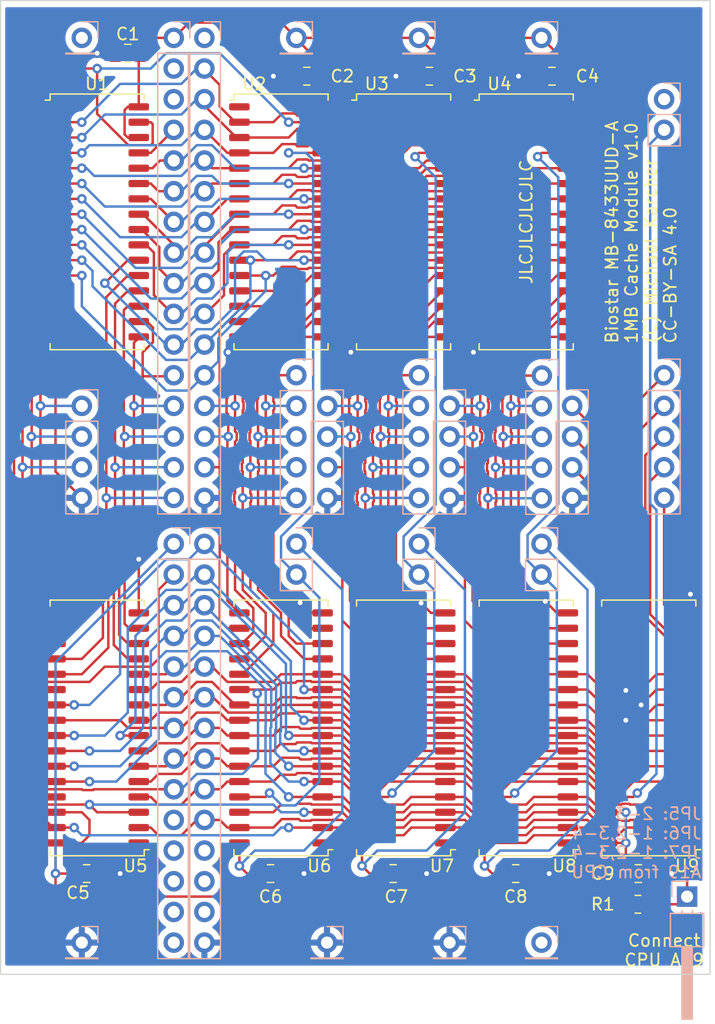
<source format=kicad_pcb>
(kicad_pcb (version 20241229) (generator "pcbnew") (generator_version "9.0")
  (title_block (title "Biostar MB-84xx-UUD 1MB cache module") (date "2025-05-04") (rev "1.0"))
  (layers (0 "F.Cu" signal) (2 "B.Cu" signal) (13 "F.Paste" user) (15 "B.Paste" user) (5 "F.SilkS" user "F.Silkscreen") (7 "B.SilkS" user "B.Silkscreen") (1 "F.Mask" user) (3 "B.Mask" user) (25 "Edge.Cuts" user))
  (net 0 "")
  (net 1 "GND")
  (net 2 "/Tag RAM and Connectors/VCCA")
  (net 3 "/Tag RAM and Connectors/VCCB")
  (net 4 "/Data RAM/D25")
  (net 5 "/Data RAM/D26")
  (net 6 "/Data RAM/D24")
  (net 7 "/Data RAM/D28")
  (net 8 "/Data RAM/D29")
  (net 9 "/Data RAM/D31")
  (net 10 "/Data RAM/D27")
  (net 11 "/Data RAM/D30")
  (net 12 "/Data RAM/D17")
  (net 13 "/Data RAM/D18")
  (net 14 "/Data RAM/D16")
  (net 15 "/Data RAM/D22")
  (net 16 "/Data RAM/D23")
  (net 17 "/Data RAM/D20")
  (net 18 "/Data RAM/D19")
  (net 19 "/Data RAM/D21")
  (net 20 "/Data RAM/A18")
  (net 21 "/Data RAM/AA10")
  (net 22 "/Data RAM/AA11")
  (net 23 "/Data RAM/AA8")
  (net 24 "/Data RAM/D9")
  (net 25 "/Data RAM/D8")
  (net 26 "/Data RAM/AA16")
  (net 27 "/Data RAM/AA12")
  (net 29 "/Data RAM/D10")
  (net 30 "/Data RAM/AA6")
  (net 31 "/Data RAM/AA7")
  (net 32 "/Data RAM/AA14")
  (net 33 "/Data RAM/AA9")
  (net 34 "/Data RAM/AA13")
  (net 35 "/Data RAM/D13")
  (net 36 "/Data RAM/D14")
  (net 37 "/Data RAM/D11")
  (net 38 "/Data RAM/D12")
  (net 39 "/Data RAM/D15")
  (net 41 "/Data RAM/D2")
  (net 42 "/Data RAM/D1")
  (net 43 "/Data RAM/D0")
  (net 44 "/Data RAM/D4")
  (net 45 "/Data RAM/~{KOEA}")
  (net 46 "/Data RAM/D3")
  (net 48 "/Data RAM/AA5")
  (net 49 "/Data RAM/~{KWEA0}")
  (net 50 "/Data RAM/D5")
  (net 52 "/Data RAM/AA15")
  (net 53 "/Data RAM/KAA0")
  (net 54 "/Data RAM/~{KCEA}")
  (net 55 "/Data RAM/AA17")
  (net 56 "/Data RAM/D7")
  (net 57 "/Data RAM/D6")
  (net 58 "/Data RAM/AA4")
  (net 59 "/Tag RAM and Connectors/TD1")
  (net 60 "/Tag RAM and Connectors/TD2")
  (net 61 "/Tag RAM and Connectors/TD0")
  (net 62 "/Tag RAM and Connectors/TD7")
  (net 63 "/Tag RAM and Connectors/TD6")
  (net 64 "/Tag RAM and Connectors/TD4")
  (net 65 "/Tag RAM and Connectors/TD3")
  (net 66 "/Tag RAM and Connectors/TD5")
  (net 68 "/Tag RAM and Connectors/TWE")
  (net 70 "/Data RAM/~{KWE3}")
  (net 71 "/Data RAM/~{KWE2}")
  (net 72 "/Data RAM/AB9")
  (net 73 "/Data RAM/AB10")
  (net 74 "/Data RAM/AB8")
  (net 75 "/Data RAM/AB13")
  (net 76 "/Data RAM/AB7")
  (net 77 "/Data RAM/AB12")
  (net 78 "/Data RAM/AB11")
  (net 80 "/Data RAM/AB14")
  (net 82 "/Data RAM/AB6")
  (net 83 "/Data RAM/AB16")
  (net 85 "/Data RAM/~{KWE1}")
  (net 86 "/Data RAM/AB15")
  (net 87 "/Data RAM/KAB0")
  (net 88 "/Data RAM/~{KOEB}")
  (net 90 "/Data RAM/AB5")
  (net 91 "/Data RAM/AB4")
  (net 92 "/Data RAM/~{KWEB0}")
  (net 96 "/Data RAM/AB17")
  (net 97 "/Data RAM/~{KCEB}")
  (net 99 "/Data RAM/A19")
  (footprint "Capacitor_SMD:C_0805_2012Metric_Pad1.18x1.45mm_HandSolder" (layer "F.Cu") (at 48.6625 89.535)
    (property "Reference" "C7")
    (property "Value" "100n" (hide yes))
  )
  (footprint "Capacitor_SMD:C_0805_2012Metric_Pad1.18x1.45mm_HandSolder" (layer "F.Cu") (at 51.6675 23.495 180)
    (property "Reference" "C3")
    (property "Value" "100n" (hide yes))
  )
  (footprint "Package_SOJ:SOJ-32_7.58x20.955mm_P1.27mm" (layer "F.Cu") (at 24.13 77.47 180)
    (property "Reference" "U5")
    (property "Value" "61C1024")
  )
  (footprint "Package_SOJ:SOJ-32_7.58x20.955mm_P1.27mm" (layer "F.Cu") (at 49.53 35.56)
    (property "Reference" "U3")
    (property "Value" "61C1024")
  )
  (footprint "Package_SOJ:SOJ-32_7.58x20.955mm_P1.27mm" (layer "F.Cu") (at 39.37 35.56)
    (property "Reference" "U2")
    (property "Value" "61C1024")
  )
  (footprint "Package_SOJ:SOJ-32_7.58x20.955mm_P1.27mm" (layer "F.Cu") (at 24.13 35.56)
    (property "Reference" "U1")
    (property "Value" "61C1024")
  )
  (footprint "Capacitor_SMD:C_0805_2012Metric_Pad1.18x1.45mm_HandSolder" (layer "F.Cu") (at 23.2625 89.535)
    (property "Reference" "C5")
    (property "Value" "100n" (hide yes))
  )
  (footprint "Package_SOJ:SOJ-32_7.58x20.955mm_P1.27mm" (layer "F.Cu") (at 69.85 77.47 180)
    (property "Reference" "U9")
    (property "Value" "61C1024")
  )
  (footprint "Package_SOJ:SOJ-32_7.58x20.955mm_P1.27mm" (layer "F.Cu") (at 59.69 35.56)
    (property "Reference" "U4")
    (property "Value" "61C1024")
  )
  (footprint "Capacitor_SMD:C_0805_2012Metric_Pad1.18x1.45mm_HandSolder" (layer "F.Cu") (at 58.8225 89.535)
    (property "Reference" "C8")
    (property "Value" "100n" (hide yes))
  )
  (footprint "Capacitor_SMD:C_0805_2012Metric_Pad1.18x1.45mm_HandSolder" (layer "F.Cu") (at 26.67 21.59 180)
    (property "Reference" "C1")
    (property "Value" "100n" (hide yes))
  )
  (footprint "Capacitor_SMD:C_0805_2012Metric_Pad1.18x1.45mm_HandSolder" (layer "F.Cu") (at 41.5075 23.495 180)
    (property "Reference" "C2")
    (property "Value" "100n" (hide yes))
  )
  (footprint "Package_SOJ:SOJ-32_7.58x20.955mm_P1.27mm" (layer "F.Cu") (at 39.37 77.47 180)
    (property "Reference" "U6")
    (property "Value" "61C1024")
  )
  (footprint "Capacitor_SMD:C_0805_2012Metric_Pad1.18x1.45mm_HandSolder" (layer "F.Cu") (at 61.8275 23.495 180)
    (property "Reference" "C4")
    (property "Value" "100n" (hide yes))
  )
  (footprint "Capacitor_SMD:C_0805_2012Metric_Pad1.18x1.45mm_HandSolder" (layer "F.Cu") (at 68.9825 89.535)
    (property "Reference" "C9")
    (property "Value" "100n" (hide yes))
  )
  (footprint "Resistor_SMD:R_0805_2012Metric_Pad1.20x1.40mm_HandSolder" (layer "F.Cu") (at 68.945 92.075)
    (property "Reference" "R1")
    (property "Value" "10k")
  )
  (footprint "Capacitor_SMD:C_0805_2012Metric_Pad1.18x1.45mm_HandSolder" (layer "F.Cu") (at 38.5025 89.535)
    (property "Reference" "C6")
    (property "Value" "100n" (hide yes))
  )
  (footprint "Package_SOJ:SOJ-32_7.58x20.955mm_P1.27mm" (layer "F.Cu") (at 59.69 77.47 180)
    (property "Reference" "U8")
    (property "Value" "61C1024")
  )
  (footprint "Package_SOJ:SOJ-32_7.58x20.955mm_P1.27mm" (layer "F.Cu") (at 49.53 77.47 180)
    (property "Reference" "U7")
    (property "Value" "61C1024")
  )
  (footprint "ConnectorNoSquare1:PinHeader_1x04_P2.54mm_Vertical_NoSquare1" (layer "B.Cu") (at 43.205 50.81 180)
    (property "Reference" "J2.1" (hide yes))
    (property "Value" "Conn_01x04_Male" (hide yes))
  )
  (footprint "ConnectorNoSquare1:PinHeader_1x14_P2.54mm_Vertical_NoSquare1" (layer "B.Cu") (at 33.02 62.23 180)
    (property "Reference" "J12.1" (hide yes))
    (property "Value" "Conn_01x14_Male" (hide yes))
  )
  (footprint "ConnectorNoSquare1:PinHeader_1x05_P2.54mm_Vertical_NoSquare1" (layer "B.Cu") (at 60.985 48.29 180)
    (property "Reference" "J1.2" (hide yes))
    (property "Value" "Conn_01x05_Male" (hide yes))
  )
  (footprint "ConnectorNoSquare1:PinHeader_1x02_P2.54mm_Vertical_NoSquare1" (layer "B.Cu") (at 60.96 62.23 180)
    (property "Reference" "J10.3" (hide yes))
    (property "Value" "Conn_01x02_Male" (hide yes))
  )
  (footprint "ConnectorNoSquare1:PinHeader_1x01_P2.54mm_Vertical_NoSquare1" (layer "B.Cu") (at 53.34 95.25 180)
    (property "Reference" "J11.1" (hide yes))
    (property "Value" "Conn_01x01_Male" (hide yes))
  )
  (footprint "ConnectorNoSquare1:PinHeader_1x01_P2.54mm_Vertical_NoSquare1" (layer "B.Cu") (at 43.18 95.25 180)
    (property "Reference" "J10.1" (hide yes))
    (property "Value" "Conn_01x01_Male" (hide yes))
  )
  (footprint "ConnectorNoSquare1:PinHeader_1x04_P2.54mm_Vertical_NoSquare1" (layer "B.Cu") (at 53.34 50.8 180)
    (property "Reference" "J1.1" (hide yes))
    (property "Value" "Conn_01x04_Male" (hide yes))
  )
  (footprint "ConnectorNoSquare1:PinHeader_1x01_P2.54mm_Vertical_NoSquare1" (layer "B.Cu") (at 40.64 20.32 180)
    (property "Reference" "J3.3" (hide yes))
    (property "Value" "Conn_01x01_Male" (hide yes))
  )
  (footprint "ConnectorNoSquare1:PinHeader_1x01_P2.54mm_Vertical_NoSquare1" (layer "B.Cu") (at 22.86 95.25 180)
    (property "Reference" "J13.1" (hide yes))
    (property "Value" "Conn_01x01_Male" (hide yes))
  )
  (footprint "ConnectorNoSquare1:PinHeader_1x04_P2.54mm_Vertical_NoSquare1" (layer "B.Cu") (at 63.5 50.8 180)
    (property "Reference" "J8.1" (hide yes))
    (property "Value" "Conn_01x04_Male" (hide yes))
  )
  (footprint "ConnectorNoSquare1:PinHeader_1x01_P2.54mm_Vertical_NoSquare1" (layer "B.Cu") (at 50.8 20.32 180)
    (property "Reference" "J2.3" (hide yes))
    (property "Value" "Conn_01x01_Male" (hide yes))
  )
  (footprint "ConnectorNoSquare1:PinHeader_1x04_P2.54mm_Vertical_NoSquare1" (layer "B.Cu") (at 22.86 50.8 180)
    (property "Reference" "J4.2" (hide yes))
    (property "Value" "Conn_01x04_Male" (hide yes))
  )
  (footprint "ConnectorNoSquare1:PinHeader_1x02_P2.54mm_Vertical_NoSquare1" (layer "B.Cu") (at 71.12 25.4 180)
    (property "Reference" "J8.3" (hide yes))
    (property "Value" "Conn_01x02_Male" (hide yes))
  )
  (footprint "ConnectorNoSquare1:PinHeader_1x01_P2.54mm_Vertical_NoSquare1" (layer "B.Cu") (at 60.96 20.32 180)
    (property "Reference" "J1.3" (hide yes))
    (property "Value" "Conn_01x01_Male" (hide yes))
  )
  (footprint "ConnectorNoSquare1:PinHeader_1x01_P2.54mm_Vertical_NoSquare1" (layer "B.Cu") (at 60.96 95.25 180)
    (property "Reference" "J10.2" (hide yes))
    (property "Value" "Conn_01x01_Male" (hide yes))
  )
  (footprint "ConnectorNoSquare1:PinHeader_1x16_P2.54mm_Vertical_NoSquare1" (layer "B.Cu") (at 33.02 20.32 180)
    (property "Reference" "J3.1" (hide yes))
    (property "Value" "Conn_01x16_Male" (hide yes))
  )
  (footprint "ConnectorNoSquare1:PinHeader_1x16_P2.54mm_Vertical_NoSquare1" (layer "B.Cu") (at 30.48 20.32 180)
    (property "Reference" "J4.3" (hide yes))
    (property "Value" "Conn_01x16_Male" (hide yes))
  )
  (footprint "ConnectorNoSquare1:PinHeader_1x01_P2.54mm_Vertical_NoSquare1" (layer "B.Cu") (at 22.86 20.32 180)
    (property "Reference" "J4.1" (hide yes))
    (property "Value" "Conn_01x01_Male" (hide yes))
  )
  (footprint "ConnectorNoSquare1:PinHeader_1x14_P2.54mm_Vertical_NoSquare1" (layer "B.Cu") (at 30.48 62.23 180)
    (property "Reference" "J13.2" (hide yes))
    (property "Value" "Conn_01x14_Male" (hide yes))
  )
  (footprint "Connector_PinHeader_2.54mm:PinHeader_1x01_P2.54mm_Horizontal" (layer "B.Cu") (at 73.025 91.44 -90)
    (property "Reference" "JA19" (hide yes))
    (property "Value" "Conn_01x01_Male" (hide yes))
  )
  (footprint "ConnectorNoSquare1:PinHeader_1x05_P2.54mm_Vertical_NoSquare1" (layer "B.Cu") (at 50.8 48.26 180)
    (property "Reference" "J2.2" (hide yes))
    (property "Value" "Conn_01x05_Male" (hide yes))
  )
  (footprint "ConnectorNoSquare1:PinHeader_1x02_P2.54mm_Vertical_NoSquare1" (layer "B.Cu") (at 40.64 62.23 180)
    (property "Reference" "J12.2" (hide yes))
    (property "Value" "Conn_01x02_Male" (hide yes))
  )
  (footprint "ConnectorNoSquare1:PinHeader_1x05_P2.54mm_Vertical_NoSquare1" (layer "B.Cu") (at 71.12 48.26 180)
    (property "Reference" "J8.2" (hide yes))
    (property "Value" "Conn_01x05_Male" (hide yes))
  )
  (footprint "ConnectorNoSquare1:PinHeader_1x05_P2.54mm_Vertical_NoSquare1" (layer "B.Cu") (at 40.64 48.26 180)
    (property "Reference" "J3.2" (hide yes))
    (property "Value" "Conn_01x05_Male" (hide yes))
  )
  (footprint "ConnectorNoSquare1:PinHeader_1x02_P2.54mm_Vertical_NoSquare1" (layer "B.Cu") (at 50.8 62.23 180)
    (property "Reference" "J11.2" (hide yes))
    (property "Value" "Conn_01x02_Male" (hide yes))
  )
  (gr_rect (start 16.129 17.234511) (end 74.93 97.879511) (stroke (width 0.1)) (fill no) (layer "Edge.Cuts"))
  (gr_text "Biostar MB-8433UUD-A\n1MB Cache Module v1.0\n(C) Michael Karcher\nCC-BY-SA 4.0" (at 69.215 45.72 90) (layer "F.SilkS") (effects (font (size 1 1)) (justify left)))
  (gr_text "Connect\nCPU A19" (at 71.12 95.885 0) (layer "F.SilkS") (effects (font (size 1 1))))
  (gr_text "JLCJLCJLCJLC" (at 59.69 35.56 90) (layer "F.SilkS") (effects (font (size 1 1))))
  (gr_text "JP5: 2-3\nJP6: 1-2,3-4\nJP7: 1-2,3-4\nA19 from CPU" (at 74.295 86.995 0) (layer "B.SilkS") (effects (font (size 1 1)) (justify left mirror)))
  (segment (start 67.8757 74.295) (end 67.945 74.3643) (width 0.2032) (layer "F.Cu") (net 1))
  (segment (start 22.86 58.42) (end 20.68 56.24) (width 0.2032) (layer "F.Cu") (net 1))
  (segment (start 40.2375 23.495) (end 38.735 23.495) (width 0.2032) (layer "F.Cu") (net 1))
  (segment (start 52.98 67.945) (end 51.796032 67.945) (width 0.2032) (layer "F.Cu") (net 1))
  (segment (start 56.24 45.4293) (end 55.3143 46.355) (width 0.2032) (layer "F.Cu") (net 1))
  (segment (start 27.579484 63.5) (end 27.58 63.500516) (width 0.2032) (layer "F.Cu") (net 1))
  (segment (start 59.86 89.535) (end 61.595 89.535) (width 0.2032) (layer "F.Cu") (net 1))
  (segment (start 73.3 67.945) (end 73.3 66.4) (width 0.2032) (layer "F.Cu") (net 1))
  (segment (start 50.63 23.495) (end 48.895 23.495) (width 0.2032) (layer "F.Cu") (net 1))
  (segment (start 66.4 74.295) (end 67.8757 74.295) (width 0.2032) (layer "F.Cu") (net 1))
  (segment (start 24.3 89.535) (end 26.035 89.535) (width 0.2032) (layer "F.Cu") (net 1))
  (segment (start 39.54 89.535) (end 41.275 89.535) (width 0.2032) (layer "F.Cu") (net 1))
  (segment (start 49.7 89.535) (end 51.435 89.535) (width 0.2032) (layer "F.Cu") (net 1))
  (segment (start 66.4 75.565) (end 69.215 75.565) (width 0.2032) (layer "F.Cu") (net 1))
  (segment (start 46.08 45.4293) (end 45.1543 46.355) (width 0.2032) (layer "F.Cu") (net 1))
  (segment (start 35.92 45.085) (end 35.92 45.4293) (width 0.2032) (layer "F.Cu") (net 1))
  (segment (start 27.58 63.500516) (end 27.58 67.945) (width 0.2032) (layer "F.Cu") (net 1))
  (segment (start 25.6325 21.59) (end 24.13 21.59) (width 0.2032) (layer "F.Cu") (net 1))
  (segment (start 61.2775 66.9925) (end 62.216734 67.931734) (width 0.2032) (layer "F.Cu") (net 1))
  (segment (start 70.02 89.535) (end 71.755 89.535) (width 0.2032) (layer "F.Cu") (net 1))
  (segment (start 56.24 45.085) (end 56.24 45.4293) (width 0.2032) (layer "F.Cu") (net 1))
  (segment (start 51.796032 67.945) (end 50.980516 67.129484) (width 0.2032) (layer "F.Cu") (net 1))
  (segment (start 46.08 45.085) (end 46.08 45.4293) (width 0.2032) (layer "F.Cu") (net 1))
  (segment (start 60.79 23.495) (end 59.055 23.495) (width 0.2032) (layer "F.Cu") (net 1))
  (segment (start 20.68 56.24) (end 20.68 45.085) (width 0.2032) (layer "F.Cu") (net 1))
  (segment (start 41.773016 67.915483) (end 42.639484 67.915483) (width 0.2032) (layer "F.Cu") (net 1))
  (segment (start 40.9575 67.099967) (end 41.773016 67.915483) (width 0.2032) (layer "F.Cu") (net 1))
  (segment (start 62.216734 67.931734) (end 62.959484 67.931734) (width 0.2032) (layer "F.Cu") (net 1))
  (segment (start 66.4 76.835) (end 67.945 76.835) (width 0.2032) (layer "F.Cu") (net 1))
  (segment (start 35.92 45.4293) (end 34.9943 46.355) (width 0.2032) (layer "F.Cu") (net 1))
  (via (at 61.595 89.535) (size 0.8) (drill 0.4) (layers "F.Cu" "B.Cu") (net 1))
  (via (at 67.945 74.3643) (size 0.8) (drill 0.4) (layers "F.Cu" "B.Cu") (net 1))
  (via (at 73.3 66.4) (size 0.8) (drill 0.4) (layers "F.Cu" "B.Cu") (net 1))
  (via (at 67.945 76.835) (size 0.8) (drill 0.4) (layers "F.Cu" "B.Cu") (net 1))
  (via (at 45.1543 46.355) (size 0.8) (drill 0.4) (layers "F.Cu" "B.Cu") (net 1))
  (via (at 40.9575 67.099967) (size 0.8) (drill 0.4) (layers "F.Cu" "B.Cu") (net 1))
  (via (at 55.3143 46.355) (size 0.8) (drill 0.4) (layers "F.Cu" "B.Cu") (net 1))
  (via (at 50.980516 67.129484) (size 0.8) (drill 0.4) (layers "F.Cu" "B.Cu") (net 1))
  (via (at 69.215 75.565) (size 0.8) (drill 0.4) (layers "F.Cu" "B.Cu") (net 1))
  (via (at 51.435 89.535) (size 0.8) (drill 0.4) (layers "F.Cu" "B.Cu") (net 1))
  (via (at 27.579484 63.5) (size 0.8) (drill 0.4) (layers "F.Cu" "B.Cu") (net 1))
  (via (at 71.755 89.535) (size 0.8) (drill 0.4) (layers "F.Cu" "B.Cu") (net 1))
  (via (at 24.13 21.59) (size 0.8) (drill 0.4) (layers "F.Cu" "B.Cu") (net 1))
  (via (at 59.055 23.495) (size 0.8) (drill 0.4) (layers "F.Cu" "B.Cu") (net 1))
  (via (at 38.735 23.495) (size 0.8) (drill 0.4) (layers "F.Cu" "B.Cu") (net 1))
  (via (at 48.895 23.495) (size 0.8) (drill 0.4) (layers "F.Cu" "B.Cu") (net 1))
  (via (at 26.035 89.535) (size 0.8) (drill 0.4) (layers "F.Cu" "B.Cu") (net 1))
  (via (at 34.9943 46.355) (size 0.8) (drill 0.4) (layers "F.Cu" "B.Cu") (net 1))
  (via (at 41.275 89.535) (size 0.8) (drill 0.4) (layers "F.Cu" "B.Cu") (net 1))
  (via (at 61.2775 66.9925) (size 0.8) (drill 0.4) (layers "F.Cu" "B.Cu") (net 1))
  (segment (start 42.82 22.589511) (end 42.82 26.035) (width 0.2032) (layer "F.Cu") (net 2))
  (segment (start 50.165 28.575) (end 52.98 28.575) (width 0.2032) (layer "F.Cu") (net 2))
  (segment (start 26.67 28.575) (end 27.58 28.575) (width 0.2032) (layer "F.Cu") (net 2))
  (segment (start 50.8 20.32) (end 60.96 20.32) (width 0.2032) (layer "F.Cu") (net 2))
  (segment (start 52.98 26.035) (end 52.98 22.5) (width 0.2032) (layer "F.Cu") (net 2))
  (segment (start 42.82 28.575) (end 44.45 28.575) (width 0.2032) (layer "F.Cu") (net 2))
  (segment (start 26.40548 26.29952) (end 26.40548 28.31048) (width 0.2032) (layer "F.Cu") (net 2))
  (segment (start 31.75 19.05) (end 39.37 19.05) (width 0.2032) (layer "F.Cu") (net 2))
  (segment (start 26.67 26.035) (end 26.40548 26.29952) (width 0.2032) (layer "F.Cu") (net 2))
  (segment (start 59.69 29.21) (end 60.325 28.575) (width 0.2032) (layer "F.Cu") (net 2))
  (segment (start 44.45 28.575) (end 45.085 29.21) (width 0.2032) (layer "F.Cu") (net 2))
  (segment (start 64.135 26.035) (end 64.77 26.67) (width 0.2032) (layer "F.Cu") (net 2))
  (segment (start 64.135 28.575) (end 63.14 28.575) (width 0.2032) (layer "F.Cu") (net 2))
  (segment (start 30.48 20.32) (end 31.75 19.05) (width 0.2032) (layer "F.Cu") (net 2))
  (segment (start 64.77 27.94) (end 64.135 28.575) (width 0.2032) (layer "F.Cu") (net 2))
  (segment (start 63.14 26.035) (end 63.14 22.5) (width 0.2032) (layer "F.Cu") (net 2))
  (segment (start 60.325 28.575) (end 63.14 28.575) (width 0.2032) (layer "F.Cu") (net 2))
  (segment (start 40.64 20.409511) (end 42.82 22.589511) (width 0.2032) (layer "F.Cu") (net 2))
  (segment (start 49.53 29.21) (end 50.165 28.575) (width 0.2032) (layer "F.Cu") (net 2))
  (segment (start 45.085 29.21) (end 49.53 29.21) (width 0.2032) (layer "F.Cu") (net 2))
  (segment (start 27.58 26.035) (end 26.67 26.035) (width 0.2032) (layer "F.Cu") (net 2))
  (segment (start 28.9775 20.32) (end 27.7075 21.59) (width 0.2032) (layer "F.Cu") (net 2))
  (segment (start 39.37 19.05) (end 40.64 20.32) (width 0.2032) (layer "F.Cu") (net 2))
  (segment (start 26.40548 28.31048) (end 26.67 28.575) (width 0.2032) (layer "F.Cu") (net 2))
  (segment (start 30.48 20.32) (end 28.9775 20.32) (width 0.2032) (layer "F.Cu") (net 2))
  (segment (start 64.77 26.67) (end 64.77 27.94) (width 0.2032) (layer "F.Cu") (net 2))
  (segment (start 63.14 26.035) (end 64.135 26.035) (width 0.2032) (layer "F.Cu") (net 2))
  (segment (start 54.61 28.575) (end 55.245 29.21) (width 0.2032) (layer "F.Cu") (net 2))
  (segment (start 27.58 26.035) (end 27.58 21.7175) (width 0.2032) (layer "F.Cu") (net 2))
  (segment (start 27.58 21.7175) (end 27.7075 21.59) (width 0.2032) (layer "F.Cu") (net 2))
  (segment (start 52.98 22.5) (end 50.8 20.32) (width 0.2032) (layer "F.Cu") (net 2))
  (segment (start 55.245 29.21) (end 59.69 29.21) (width 0.2032) (layer "F.Cu") (net 2))
  (segment (start 52.98 28.575) (end 54.61 28.575) (width 0.2032) (layer "F.Cu") (net 2))
  (segment (start 40.64 20.32) (end 50.8 20.32) (width 0.2032) (layer "F.Cu") (net 2))
  (segment (start 63.14 22.5) (end 60.96 20.32) (width 0.2032) (layer "F.Cu") (net 2))
  (segment (start 60.325 86.36) (end 64.77 86.36) (width 0.2032) (layer "F.Cu") (net 3))
  (segment (start 66.04 91.44) (end 67.945 89.535) (width 0.2032) (layer "F.Cu") (net 3))
  (segment (start 67.945 86.995) (end 66.4 86.995) (width 0.2032) (layer "F.Cu") (net 3))
  (segment (start 35.92 88.9) (end 35.92 86.995) (width 0.2032) (layer "F.Cu") (net 3))
  (segment (start 54.61 83.82) (end 55.245 84.455) (width 0.2032) (layer "F.Cu") (net 3))
  (segment (start 57.785 89.535) (end 57.785 91.44) (width 0.2032) (layer "F.Cu") (net 3))
  (segment (start 44.45 83.82) (end 45.085 84.455) (width 0.2032) (layer "F.Cu") (net 3))
  (segment (start 36.555 89.535) (end 37.465 89.535) (width 0.2032) (layer "F.Cu") (net 3))
  (segment (start 46.715 89.535) (end 47.625 89.535) (width 0.2032) (layer "F.Cu") (net 3))
  (segment (start 21.59 91.44) (end 37.465 91.44) (width 0.2032) (layer "F.Cu") (net 3))
  (segment (start 56.875 89.535) (end 57.785 89.535) (width 0.2032) (layer "F.Cu") (net 3))
  (segment (start 56.24 84.455) (end 59.69 84.455) (width 0.2032) (layer "F.Cu") (net 3))
  (segment (start 59.69 84.455) (end 60.325 83.82) (width 0.2032) (layer "F.Cu") (net 3))
  (segment (start 64.77 83.82) (end 65.405 84.455) (width 0.2032) (layer "F.Cu") (net 3))
  (segment (start 47.625 91.44) (end 57.785 91.44) (width 0.2032) (layer "F.Cu") (net 3))
  (segment (start 45.085 84.455) (end 46.08 84.455) (width 0.2032) (layer "F.Cu") (net 3))
  (segment (start 40.709311 83.750689) (end 41.840689 83.750689) (width 0.2032) (layer "F.Cu") (net 3))
  (segment (start 59.69 86.995) (end 60.325 86.36) (width 0.2032) (layer "F.Cu") (net 3))
  (segment (start 20.68 89.535) (end 20.68 90.53) (width 0.2032) (layer "F.Cu") (net 3))
  (segment (start 67.945 89.535) (end 67.945 86.995) (width 0.2032) (layer "F.Cu") (net 3))
  (segment (start 55.245 84.455) (end 56.24 84.455) (width 0.2032) (layer "F.Cu") (net 3))
  (segment (start 56.24 88.9) (end 56.875 89.535) (width 0.2032) (layer "F.Cu") (net 3))
  (segment (start 56.24 86.995) (end 59.69 86.995) (width 0.2032) (layer "F.Cu") (net 3))
  (segment (start 37.465 89.535) (end 37.465 91.44) (width 0.2032) (layer "F.Cu") (net 3))
  (segment (start 46.08 88.9) (end 46.08 86.995) (width 0.2032) (layer "F.Cu") (net 3))
  (segment (start 46.08 84.455) (end 49.53 84.455) (width 0.2032) (layer "F.Cu") (net 3))
  (segment (start 35.92 88.9) (end 36.555 89.535) (width 0.2032) (layer "F.Cu") (net 3))
  (segment (start 20.68 84.455) (end 22.86 84.455) (width 0.2032) (layer "F.Cu") (net 3))
  (segment (start 20.68 90.53) (end 21.59 91.44) (width 0.2032) (layer "F.Cu") (net 3))
  (segment (start 20.68 89.535) (end 22.225 89.535) (width 0.2032) (layer "F.Cu") (net 3))
  (segment (start 41.840689 83.750689) (end 41.91 83.82) (width 0.2032) (layer "F.Cu") (net 3))
  (segment (start 46.08 88.9) (end 46.715 89.535) (width 0.2032) (layer "F.Cu") (net 3))
  (segment (start 50.165 83.82) (end 54.61 83.82) (width 0.2032) (layer "F.Cu") (net 3))
  (segment (start 38.735 84.455) (end 39.300689 83.889311) (width 0.2032) (layer "F.Cu") (net 3))
  (segment (start 64.77 86.36) (end 65.405 86.995) (width 0.2032) (layer "F.Cu") (net 3))
  (segment (start 47.625 89.535) (end 47.625 91.44) (width 0.2032) (layer "F.Cu") (net 3))
  (segment (start 49.53 84.455) (end 50.165 83.82) (width 0.2032) (layer "F.Cu") (net 3))
  (segment (start 39.300689 83.889311) (end 40.570689 83.889311) (width 0.2032) (layer "F.Cu") (net 3))
  (segment (start 60.325 83.82) (end 64.77 83.82) (width 0.2032) (layer "F.Cu") (net 3))
  (segment (start 41.91 83.82) (end 44.45 83.82) (width 0.2032) (layer "F.Cu") (net 3))
  (segment (start 23.495 86.36) (end 22.86 86.995) (width 0.2032) (layer "F.Cu") (net 3))
  (segment (start 40.570689 83.889311) (end 40.709311 83.750689) (width 0.2032) (layer "F.Cu") (net 3))
  (segment (start 56.24 88.9) (end 56.24 86.995) (width 0.2032) (layer "F.Cu") (net 3))
  (segment (start 22.86 84.455) (end 23.495 85.09) (width 0.2032) (layer "F.Cu") (net 3))
  (segment (start 57.785 91.44) (end 66.04 91.44) (width 0.2032) (layer "F.Cu") (net 3))
  (segment (start 66.4 84.455) (end 67.945 84.455) (width 0.2032) (layer "F.Cu") (net 3))
  (segment (start 67.945 89.535) (end 67.945 92.075) (width 0.2032) (layer "F.Cu") (net 3))
  (segment (start 20.68 86.995) (end 20.68 89.535) (width 0.2032) (layer "F.Cu") (net 3))
  (segment (start 22.86 86.995) (end 20.68 86.995) (width 0.2032) (layer "F.Cu") (net 3))
  (segment (start 37.465 91.44) (end 47.625 91.44) (width 0.2032) (layer "F.Cu") (net 3))
  (segment (start 23.495 85.09) (end 23.495 86.36) (width 0.2032) (layer "F.Cu") (net 3))
  (segment (start 65.405 86.995) (end 66.4 86.995) (width 0.2032) (layer "F.Cu") (net 3))
  (segment (start 65.405 84.455) (end 66.4 84.455) (width 0.2032) (layer "F.Cu") (net 3))
  (segment (start 35.92 84.455) (end 38.735 84.455) (width 0.2032) (layer "F.Cu") (net 3))
  (via (at 67.945 86.995) (size 0.8) (drill 0.4) (layers "F.Cu" "B.Cu") (net 3))
  (via (at 20.68 89.535) (size 0.8) (drill 0.4) (layers "F.Cu" "B.Cu") (net 3))
  (via (at 56.24 88.9) (size 0.8) (drill 0.4) (layers "F.Cu" "B.Cu") (net 3))
  (via (at 35.92 88.9) (size 0.8) (drill 0.4) (layers "F.Cu" "B.Cu") (net 3))
  (via (at 46.08 88.9) (size 0.8) (drill 0.4) (layers "F.Cu" "B.Cu") (net 3))
  (via (at 67.945 84.455) (size 0.8) (drill 0.4) (layers "F.Cu" "B.Cu") (net 3))
  (segment (start 35.92 88.9) (end 37.19 87.63) (width 0.2032) (layer "B.Cu") (net 3))
  (segment (start 61.595 87.63) (end 64.77 84.455) (width 0.2032) (layer "B.Cu") (net 3))
  (segment (start 64.77 66.04) (end 60.96 62.23) (width 0.2032) (layer "B.Cu") (net 3))
  (segment (start 67.945 84.455) (end 67.945 86.995) (width 0.2032) (layer "B.Cu") (net 3))
  (segment (start 56.24 88.9) (end 57.51 87.63) (width 0.2032) (layer "B.Cu") (net 3))
  (segment (start 41.275 87.63) (end 44.45 84.455) (width 0.2032) (layer "B.Cu") (net 3))
  (segment (start 54.61 66.04) (end 50.8 62.23) (width 0.2032) (layer "B.Cu") (net 3))
  (segment (start 57.51 87.63) (end 61.595 87.63) (width 0.2032) (layer "B.Cu") (net 3))
  (segment (start 44.45 66.04) (end 40.64 62.23) (width 0.2032) (layer "B.Cu") (net 3))
  (segment (start 44.45 84.455) (end 44.45 66.04) (width 0.2032) (layer "B.Cu") (net 3))
  (segment (start 47.35 87.63) (end 51.435 87.63) (width 0.2032) (layer "B.Cu") (net 3))
  (segment (start 64.77 84.455) (end 64.77 66.04) (width 0.2032) (layer "B.Cu") (net 3))
  (segment (start 46.08 88.9) (end 47.35 87.63) (width 0.2032) (layer "B.Cu") (net 3))
  (segment (start 20.68 72.03) (end 30.48 62.23) (width 0.2032) (layer "B.Cu") (net 3))
  (segment (start 54.61 84.455) (end 54.61 66.04) (width 0.2032) (layer "B.Cu") (net 3))
  (segment (start 51.435 87.63) (end 54.61 84.455) (width 0.2032) (layer "B.Cu") (net 3))
  (segment (start 37.19 87.63) (end 41.275 87.63) (width 0.2032) (layer "B.Cu") (net 3))
  (segment (start 20.68 89.535) (end 20.68 72.03) (width 0.2032) (layer "B.Cu") (net 3))
  (segment (start 58.42 42.545) (end 56.24 42.545) (width 0.2032) (layer "F.Cu") (net 4))
  (segment (start 55.245 47.625) (end 59.055 43.815) (width 0.2032) (layer "F.Cu") (net 4))
  (segment (start 55.245 50.165) (end 55.245 47.625) (width 0.2032) (layer "F.Cu") (net 4))
  (segment (start 55.245 53.4093) (end 55.245 66.95) (width 0.2032) (layer "F.Cu") (net 4))
  (segment (start 55.3143 53.34) (end 55.3143 51.5043) (width 0.2032) (layer "F.Cu") (net 4))
  (segment (start 59.055 43.18) (end 58.42 42.545) (width 0.2032) (layer "F.Cu") (net 4))
  (segment (start 55.3143 51.5043) (end 55.175689 51.365689) (width 0.2032) (layer "F.Cu") (net 4))
  (segment (start 55.3143 53.34) (end 55.245 53.4093) (width 0.2032) (layer "F.Cu") (net 4))
  (segment (start 55.175689 50.234311) (end 55.245 50.165) (width 0.2032) (layer "F.Cu") (net 4))
  (segment (start 55.175689 51.365689) (end 55.175689 50.234311) (width 0.2032) (layer "F.Cu") (net 4))
  (segment (start 59.055 43.815) (end 59.055 43.18) (width 0.2032) (layer "F.Cu") (net 4))
  (segment (start 55.245 66.95) (end 56.24 67.945) (width 0.2032) (layer "F.Cu") (net 4))
  (via (at 55.3143 53.34) (size 0.8) (drill 0.4) (layers "F.Cu" "B.Cu") (net 4))
  (segment (start 55.3143 53.34) (end 53.34 53.34) (width 0.2032) (layer "B.Cu") (net 4))
  (segment (start 56.24 69.215) (end 55.245 69.215) (width 0.2032) (layer "F.Cu") (net 5))
  (segment (start 55.245 69.215) (end 54.61 68.58) (width 0.2032) (layer "F.Cu") (net 5))
  (segment (start 53.34 55.88) (end 54.61 55.88) (width 0.2032) (layer "F.Cu") (net 5))
  (segment (start 54.61 68.58) (end 54.61 55.88) (width 0.2032) (layer "F.Cu") (net 5))
  (segment (start 54.61 55.88) (end 54.61 44.45) (width 0.2032) (layer "F.Cu") (net 5))
  (segment (start 55.245 43.815) (end 56.24 43.815) (width 0.2032) (layer "F.Cu") (net 5))
  (segment (start 54.61 44.45) (end 55.245 43.815) (width 0.2032) (layer "F.Cu") (net 5))
  (segment (start 55.810689 58.711736) (end 55.88 58.781047) (width 0.2032) (layer "F.Cu") (net 6))
  (segment (start 55.88 50.8) (end 55.88 52.909653) (width 0.2032) (layer "F.Cu") (net 6))
  (segment (start 55.88 53.770347) (end 55.88 58.058953) (width 0.2032) (layer "F.Cu") (net 6))
  (segment (start 57.39432 69.553185) (end 56.462505 70.485) (width 0.2032) (layer "F.Cu") (net 6))
  (segment (start 55.88 50.8) (end 55.88 47.625) (width 0.2032) (layer "F.Cu") (net 6))
  (segment (start 55.88 66.04) (end 57.39432 67.55432) (width 0.2032) (layer "F.Cu") (net 6))
  (segment (start 56.462505 70.485) (end 56.24 70.485) (width 0.2032) (layer "F.Cu") (net 6))
  (segment (start 56.018611 53.048264) (end 56.018611 53.631736) (width 0.2032) (layer "F.Cu") (net 6))
  (segment (start 55.88 52.909653) (end 56.018611 53.048264) (width 0.2032) (layer "F.Cu") (net 6))
  (segment (start 57.39432 67.55432) (end 57.39432 69.553185) (width 0.2032) (layer "F.Cu") (net 6))
  (segment (start 59.055 41.275) (end 56.24 41.275) (width 0.2032) (layer "F.Cu") (net 6))
  (segment (start 56.018611 53.631736) (end 55.88 53.770347) (width 0.2032) (layer "F.Cu") (net 6))
  (segment (start 59.69 43.815) (end 59.69 41.91) (width 0.2032) (layer "F.Cu") (net 6))
  (segment (start 55.810689 58.128264) (end 55.810689 58.711736) (width 0.2032) (layer "F.Cu") (net 6))
  (segment (start 55.88 47.625) (end 59.69 43.815) (width 0.2032) (layer "F.Cu") (net 6))
  (segment (start 59.69 41.91) (end 59.055 41.275) (width 0.2032) (layer "F.Cu") (net 6))
  (segment (start 55.88 58.781047) (end 55.88 66.04) (width 0.2032) (layer "F.Cu") (net 6))
  (segment (start 55.88 58.058953) (end 55.810689 58.128264) (width 0.2032) (layer "F.Cu") (net 6))
  (via (at 55.88 50.8) (size 0.8) (drill 0.4) (layers "F.Cu" "B.Cu") (net 6))
  (segment (start 55.88 50.8) (end 53.34 50.8) (width 0.2032) (layer "B.Cu") (net 6))
  (segment (start 59.055 67.945) (end 59.055 70.485) (width 0.2032) (layer "F.Cu") (net 7))
  (segment (start 59.055 70.485) (end 56.515 73.025) (width 0.2032) (layer "F.Cu") (net 7))
  (segment (start 57.15 53.701047) (end 57.080689 53.631736) (width 0.2032) (layer "F.Cu") (net 7))
  (segment (start 61.595 42.597495) (end 62.917495 41.275) (width 0.2032) (layer "F.Cu") (net 7))
  (segment (start 57.219311 58.711736) (end 57.15 58.781047) (width 0.2032) (layer "F.Cu") (net 7))
  (segment (start 57.15 58.058953) (end 57.219311 58.128264) (width 0.2032) (layer "F.Cu") (net 7))
  (segment (start 57.080689 53.048264) (end 57.15 52.978953) (width 0.2032) (layer "F.Cu") (net 7))
  (segment (start 57.219311 58.128264) (end 57.219311 58.711736) (width 0.2032) (layer "F.Cu") (net 7))
  (segment (start 57.15 52.978953) (end 57.15 47.625) (width 0.2032) (layer "F.Cu") (net 7))
  (segment (start 62.917495 41.275) (end 63.14 41.275) (width 0.2032) (layer "F.Cu") (net 7))
  (segment (start 57.15 66.04) (end 59.055 67.945) (width 0.2032) (layer "F.Cu") (net 7))
  (segment (start 57.15 55.88) (end 57.15 58.058953) (width 0.2032) (layer "F.Cu") (net 7))
  (segment (start 57.15 58.781047) (end 57.15 66.04) (width 0.2032) (layer "F.Cu") (net 7))
  (segment (start 57.15 55.88) (end 57.15 53.701047) (width 0.2032) (layer "F.Cu") (net 7))
  (segment (start 61.595 43.18) (end 61.595 42.597495) (width 0.2032) (layer "F.Cu") (net 7))
  (segment (start 57.15 47.625) (end 61.595 43.18) (width 0.2032) (layer "F.Cu") (net 7))
  (segment (start 56.515 73.025) (end 56.24 73.025) (width 0.2032) (layer "F.Cu") (net 7))
  (segment (start 57.080689 53.631736) (end 57.080689 53.048264) (width 0.2032) (layer "F.Cu") (net 7))
  (via (at 57.15 55.88) (size 0.8) (drill 0.4) (layers "F.Cu" "B.Cu") (net 7))
  (segment (start 57.15 55.88) (end 60.96 55.88) (width 0.2032) (layer "B.Cu") (net 7))
  (segment (start 57.785 55.518953) (end 57.785 53.34) (width 0.2032) (layer "F.Cu") (net 8))
  (segment (start 57.785 53.34) (end 57.785 52.07) (width 0.2032) (layer "F.Cu") (net 8))
  (segment (start 59.69 67.945) (end 57.785 66.04) (width 0.2032) (layer "F.Cu") (net 8))
  (segment (start 59.69 69.85) (end 59.69 67.945) (width 0.2032) (layer "F.Cu") (net 8))
  (segment (start 57.785 47.625) (end 62.865 42.545) (width 0.2032) (layer "F.Cu") (net 8))
  (segment (start 57.854311 55.588264) (end 57.785 55.518953) (width 0.2032) (layer "F.Cu") (net 8))
  (segment (start 57.854311 56.171736) (end 57.854311 55.588264) (width 0.2032) (layer "F.Cu") (net 8))
  (segment (start 57.785 50.165) (end 57.785 47.625) (width 0.2032) (layer "F.Cu") (net 8))
  (segment (start 57.785 56.241047) (end 57.854311 56.171736) (width 0.2032) (layer "F.Cu") (net 8))
  (segment (start 61.595 71.755) (end 59.69 69.85) (width 0.2032) (layer "F.Cu") (net 8))
  (segment (start 57.715689 50.234311) (end 57.785 50.165) (width 0.2032) (layer "F.Cu") (net 8))
  (segment (start 57.715689 52.000689) (end 57.715689 50.234311) (width 0.2032) (layer "F.Cu") (net 8))
  (segment (start 62.865 42.545) (end 63.14 42.545) (width 0.2032) (layer "F.Cu") (net 8))
  (segment (start 63.14 71.755) (end 61.595 71.755) (width 0.2032) (layer "F.Cu") (net 8))
  (segment (start 57.785 52.07) (end 57.715689 52.000689) (width 0.2032) (layer "F.Cu") (net 8))
  (segment (start 57.785 66.04) (end 57.785 56.241047) (width 0.2032) (layer "F.Cu") (net 8))
  (via (at 57.785 53.34) (size 0.8) (drill 0.4) (layers "F.Cu" "B.Cu") (net 8))
  (segment (start 57.785 53.34) (end 60.96 53.34) (width 0.2032) (layer "B.Cu") (net 8))
  (segment (start 59.124311 51.091736) (end 59.055 51.161047) (width 0.2032) (layer "F.Cu") (net 9))
  (segment (start 59.055 48.26) (end 59.085 48.29) (width 0.2032) (layer "F.Cu") (net 9))
  (segment (start 59.085 48.29) (end 60.985 48.29) (width 0.2032) (layer "F.Cu") (net 9))
  (segment (start 59.055 50.438953) (end 59.124311 50.508264) (width 0.2032) (layer "F.Cu") (net 9))
  (segment (start 60.96 68.58) (end 61.595 69.215) (width 0.2032) (layer "F.Cu") (net 9))
  (segment (start 59.055 48.26) (end 59.055 47.625) (width 0.2032) (layer "F.Cu") (net 9))
  (segment (start 59.055 66.04) (end 60.96 67.945) (width 0.2032) (layer "F.Cu") (net 9))
  (segment (start 59.055 47.625) (end 61.595 45.085) (width 0.2032) (layer "F.Cu") (net 9))
  (segment (start 59.124311 50.508264) (end 59.124311 51.091736) (width 0.2032) (layer "F.Cu") (net 9))
  (segment (start 60.96 67.945) (end 60.96 68.58) (width 0.2032) (layer "F.Cu") (net 9))
  (segment (start 61.595 69.215) (end 63.14 69.215) (width 0.2032) (layer "F.Cu") (net 9))
  (segment (start 61.595 45.085) (end 63.14 45.085) (width 0.2032) (layer "F.Cu") (net 9))
  (segment (start 59.055 51.161047) (end 59.055 66.04) (width 0.2032) (layer "F.Cu") (net 9))
  (segment (start 59.055 48.26) (end 59.055 50.438953) (width 0.2032) (layer "F.Cu") (net 9))
  (segment (start 56.445689 56.171736) (end 56.445689 55.588264) (width 0.2032) (layer "F.Cu") (net 10))
  (segment (start 56.515 58.42) (end 56.515 56.241047) (width 0.2032) (layer "F.Cu") (net 10))
  (segment (start 56.515 56.241047) (end 56.445689 56.171736) (width 0.2032) (layer "F.Cu") (net 10))
  (segment (start 56.515 66.04) (end 56.515 58.42) (width 0.2032) (layer "F.Cu") (net 10))
  (segment (start 58.42 69.85) (end 58.42 67.945) (width 0.2032) (layer "F.Cu") (net 10))
  (segment (start 56.584311 50.508264) (end 56.515 50.438953) (width 0.2032) (layer "F.Cu") (net 10))
  (segment (start 60.96 41.275) (end 62.23 40.005) (width 0.2032) (layer "F.Cu") (net 10))
  (segment (start 56.24 71.755) (end 56.515 71.755) (width 0.2032) (layer "F.Cu") (net 10))
  (segment (start 62.23 40.005) (end 63.14 40.005) (width 0.2032) (layer "F.Cu") (net 10))
  (segment (start 56.515 55.518953) (end 56.515 51.161047) (width 0.2032) (layer "F.Cu") (net 10))
  (segment (start 56.515 71.755) (end 58.42 69.85) (width 0.2032) (layer "F.Cu") (net 10))
  (segment (start 56.584311 51.091736) (end 56.584311 50.508264) (width 0.2032) (layer "F.Cu") (net 10))
  (segment (start 56.515 47.625) (end 60.96 43.18) (width 0.2032) (layer "F.Cu") (net 10))
  (segment (start 56.445689 55.588264) (end 56.515 55.518953) (width 0.2032) (layer "F.Cu") (net 10))
  (segment (start 58.42 67.945) (end 56.515 66.04) (width 0.2032) (layer "F.Cu") (net 10))
  (segment (start 56.515 51.161047) (end 56.584311 51.091736) (width 0.2032) (layer "F.Cu") (net 10))
  (segment (start 56.515 50.438953) (end 56.515 47.625) (width 0.2032) (layer "F.Cu") (net 10))
  (segment (start 60.96 43.18) (end 60.96 41.275) (width 0.2032) (layer "F.Cu") (net 10))
  (via (at 56.515 58.42) (size 0.8) (drill 0.4) (layers "F.Cu" "B.Cu") (net 10))
  (segment (start 60.985 58.45) (end 56.545 58.45) (width 0.2032) (layer "B.Cu") (net 10))
  (segment (start 56.545 58.45) (end 56.515 58.42) (width 0.2032) (layer "B.Cu") (net 10))
  (segment (start 58.42 50.8) (end 58.42 48.895) (width 0.2032) (layer "F.Cu") (net 11))
  (segment (start 58.42 50.8) (end 58.42 52.978953) (width 0.2032) (layer "F.Cu") (net 11))
  (segment (start 58.489311 53.631736) (end 58.42 53.701047) (width 0.2032) (layer "F.Cu") (net 11))
  (segment (start 58.489311 53.048264) (end 58.489311 53.631736) (width 0.2032) (layer "F.Cu") (net 11))
  (segment (start 60.96 70.485) (end 63.14 70.485) (width 0.2032) (layer "F.Cu") (net 11))
  (segment (start 58.42 48.895) (end 58.350689 48.825689) (width 0.2032) (layer "F.Cu") (net 11))
  (segment (start 58.350689 48.825689) (end 58.350689 47.694311) (width 0.2032) (layer "F.Cu") (net 11))
  (segment (start 58.42 52.978953) (end 58.489311 53.048264) (width 0.2032) (layer "F.Cu") (net 11))
  (segment (start 62.23 43.815) (end 63.14 43.815) (width 0.2032) (layer "F.Cu") (net 11))
  (segment (start 60.325 69.85) (end 60.96 70.485) (width 0.2032) (layer "F.Cu") (net 11))
  (segment (start 58.42 66.04) (end 60.325 67.945) (width 0.2032) (layer "F.Cu") (net 11))
  (segment (start 58.350689 47.694311) (end 62.23 43.815) (width 0.2032) (layer "F.Cu") (net 11))
  (segment (start 60.325 67.945) (end 60.325 69.85) (width 0.2032) (layer "F.Cu") (net 11))
  (segment (start 58.42 53.701047) (end 58.42 66.04) (width 0.2032) (layer "F.Cu") (net 11))
  (via (at 58.42 50.8) (size 0.8) (drill 0.4) (layers "F.Cu" "B.Cu") (net 11))
  (segment (start 58.42 50.8) (end 60.96 50.8) (width 0.2032) (layer "B.Cu") (net 11))
  (segment (start 45.085 53.4093) (end 45.085 66.95) (width 0.2032) (layer "F.Cu") (net 12))
  (segment (start 48.26 42.545) (end 46.08 42.545) (width 0.2032) (layer "F.Cu") (net 12))
  (segment (start 45.015689 51.365689) (end 45.015689 50.234311) (width 0.2032) (layer "F.Cu") (net 12))
  (segment (start 48.895 43.815) (end 48.895 43.18) (width 0.2032) (layer "F.Cu") (net 12))
  (segment (start 45.1543 53.34) (end 45.085 53.4093) (width 0.2032) (layer "F.Cu") (net 12))
  (segment (start 45.085 50.165) (end 45.085 47.625) (width 0.2032) (layer "F.Cu") (net 12))
  (segment (start 45.085 47.625) (end 48.895 43.815) (width 0.2032) (layer "F.Cu") (net 12))
  (segment (start 45.015689 50.234311) (end 45.085 50.165) (width 0.2032) (layer "F.Cu") (net 12))
  (segment (start 45.085 66.95) (end 46.08 67.945) (width 0.2032) (layer "F.Cu") (net 12))
  (segment (start 45.1543 53.34) (end 45.1543 51.5043) (width 0.2032) (layer "F.Cu") (net 12))
  (segment (start 45.1543 51.5043) (end 45.015689 51.365689) (width 0.2032) (layer "F.Cu") (net 12))
  (segment (start 48.895 43.18) (end 48.26 42.545) (width 0.2032) (layer "F.Cu") (net 12))
  (via (at 45.1543 53.34) (size 0.8) (drill 0.4) (layers "F.Cu" "B.Cu") (net 12))
  (segment (start 45.1543 53.34) (end 43.18 53.34) (width 0.2032) (layer "B.Cu") (net 12))
  (segment (start 45.085 69.215) (end 44.45 68.58) (width 0.2032) (layer "F.Cu") (net 13))
  (segment (start 44.45 44.45) (end 45.085 43.815) (width 0.2032) (layer "F.Cu") (net 13))
  (segment (start 43.18 55.88) (end 44.45 55.88) (width 0.2032) (layer "F.Cu") (net 13))
  (segment (start 44.45 55.88) (end 44.45 44.45) (width 0.2032) (layer "F.Cu") (net 13))
  (segment (start 45.085 43.815) (end 46.08 43.815) (width 0.2032) (layer "F.Cu") (net 13))
  (segment (start 44.45 68.58) (end 44.45 55.88) (width 0.2032) (layer "F.Cu") (net 13))
  (segment (start 46.08 69.215) (end 45.085 69.215) (width 0.2032) (layer "F.Cu") (net 13))
  (segment (start 45.72 47.625) (end 49.53 43.815) (width 0.2032) (layer "F.Cu") (net 14))
  (segment (start 48.895 41.275) (end 46.08 41.275) (width 0.2032) (layer "F.Cu") (net 14))
  (segment (start 45.72 53.770347) (end 45.72 58.058953) (width 0.2032) (layer "F.Cu") (net 14))
  (segment (start 49.53 41.91) (end 48.895 41.275) (width 0.2032) (layer "F.Cu") (net 14))
  (segment (start 45.72 58.058953) (end 45.650689 58.128264) (width 0.2032) (layer "F.Cu") (net 14))
  (segment (start 45.72 58.781047) (end 45.72 66.04) (width 0.2032) (layer "F.Cu") (net 14))
  (segment (start 45.72 50.8) (end 45.72 52.909653) (width 0.2032) (layer "F.Cu") (net 14))
  (segment (start 46.302505 70.485) (end 46.08 70.485) (width 0.2032) (layer "F.Cu") (net 14))
  (segment (start 45.650689 58.711736) (end 45.72 58.781047) (width 0.2032) (layer "F.Cu") (net 14))
  (segment (start 47.23432 69.553185) (end 46.302505 70.485) (width 0.2032) (layer "F.Cu") (net 14))
  (segment (start 45.858611 53.631736) (end 45.72 53.770347) (width 0.2032) (layer "F.Cu") (net 14))
  (segment (start 45.72 66.04) (end 47.23432 67.55432) (width 0.2032) (layer "F.Cu") (net 14))
  (segment (start 47.23432 67.55432) (end 47.23432 69.553185) (width 0.2032) (layer "F.Cu") (net 14))
  (segment (start 45.650689 58.128264) (end 45.650689 58.711736) (width 0.2032) (layer "F.Cu") (net 14))
  (segment (start 45.72 52.909653) (end 45.858611 53.048264) (width 0.2032) (layer "F.Cu") (net 14))
  (segment (start 49.53 43.815) (end 49.53 41.91) (width 0.2032) (layer "F.Cu") (net 14))
  (segment (start 45.858611 53.048264) (end 45.858611 53.631736) (width 0.2032) (layer "F.Cu") (net 14))
  (segment (start 45.72 50.8) (end 45.72 47.625) (width 0.2032) (layer "F.Cu") (net 14))
  (via (at 45.72 50.8) (size 0.8) (drill 0.4) (layers "F.Cu" "B.Cu") (net 14))
  (segment (start 45.72 50.8) (end 43.18 50.8) (width 0.2032) (layer "B.Cu") (net 14))
  (segment (start 52.07 43.815) (end 52.98 43.815) (width 0.2032) (layer "F.Cu") (net 15))
  (segment (start 48.26 52.978953) (end 48.329311 53.048264) (width 0.2032) (layer "F.Cu") (net 15))
  (segment (start 50.165 69.85) (end 50.8 70.485) (width 0.2032) (layer "F.Cu") (net 15))
  (segment (start 48.329311 53.048264) (end 48.329311 53.631736) (width 0.2032) (layer "F.Cu") (net 15))
  (segment (start 48.26 48.895) (end 48.190689 48.825689) (width 0.2032) (layer "F.Cu") (net 15))
  (segment (start 50.8 70.485) (end 52.98 70.485) (width 0.2032) (layer "F.Cu") (net 15))
  (segment (start 48.26 66.04) (end 50.165 67.945) (width 0.2032) (layer "F.Cu") (net 15))
  (segment (start 48.26 50.8) (end 48.26 48.895) (width 0.2032) (layer "F.Cu") (net 15))
  (segment (start 48.190689 47.694311) (end 52.07 43.815) (width 0.2032) (layer "F.Cu") (net 15))
  (segment (start 48.26 53.701047) (end 48.26 66.04) (width 0.2032) (layer "F.Cu") (net 15))
  (segment (start 50.165 67.945) (end 50.165 69.85) (width 0.2032) (layer "F.Cu") (net 15))
  (segment (start 48.329311 53.631736) (end 48.26 53.701047) (width 0.2032) (layer "F.Cu") (net 15))
  (segment (start 48.190689 48.825689) (end 48.190689 47.694311) (width 0.2032) (layer "F.Cu") (net 15))
  (segment (start 48.26 50.8) (end 48.26 52.978953) (width 0.2032) (layer "F.Cu") (net 15))
  (via (at 48.26 50.8) (size 0.8) (drill 0.4) (layers "F.Cu" "B.Cu") (net 15))
  (segment (start 48.26 50.8) (end 50.8 50.8) (width 0.2032) (layer "B.Cu") (net 15))
  (segment (start 48.964311 51.091736) (end 48.895 51.161047) (width 0.2032) (layer "F.Cu") (net 16))
  (segment (start 51.435 45.085) (end 52.98 45.085) (width 0.2032) (layer "F.Cu") (net 16))
  (segment (start 48.895 50.438953) (end 48.964311 50.508264) (width 0.2032) (layer "F.Cu") (net 16))
  (segment (start 48.964311 50.508264) (end 48.964311 51.091736) (width 0.2032) (layer "F.Cu") (net 16))
  (segment (start 50.8 68.58) (end 51.435 69.215) (width 0.2032) (layer "F.Cu") (net 16))
  (segment (start 48.895 51.161047) (end 48.895 66.04) (width 0.2032) (layer "F.Cu") (net 16))
  (segment (start 50.8 67.945) (end 50.8 68.58) (width 0.2032) (layer "F.Cu") (net 16))
  (segment (start 48.895 47.625) (end 51.435 45.085) (width 0.2032) (layer "F.Cu") (net 16))
  (segment (start 48.895 48.26) (end 48.895 50.438953) (width 0.2032) (layer "F.Cu") (net 16))
  (segment (start 48.895 48.26) (end 50.8 48.26) (width 0.2032) (layer "F.Cu") (net 16))
  (segment (start 48.895 66.04) (end 50.8 67.945) (width 0.2032) (layer "F.Cu") (net 16))
  (segment (start 48.895 48.26) (end 48.895 47.625) (width 0.2032) (layer "F.Cu") (net 16))
  (segment (start 51.435 69.215) (end 52.98 69.215) (width 0.2032) (layer "F.Cu") (net 16))
  (segment (start 46.99 55.88) (end 46.99 53.701047) (width 0.2032) (layer "F.Cu") (net 17))
  (segment (start 47.059311 58.711736) (end 46.99 58.781047) (width 0.2032) (layer "F.Cu") (net 17))
  (segment (start 46.99 58.781047) (end 46.99 66.04) (width 0.2032) (layer "F.Cu") (net 17))
  (segment (start 46.920689 53.048264) (end 46.99 52.978953) (width 0.2032) (layer "F.Cu") (net 17))
  (segment (start 47.059311 58.128264) (end 47.059311 58.711736) (width 0.2032) (layer "F.Cu") (net 17))
  (segment (start 46.99 52.978953) (end 46.99 47.625) (width 0.2032) (layer "F.Cu") (net 17))
  (segment (start 51.435 43.18) (end 51.435 42.597495) (width 0.2032) (layer "F.Cu") (net 17))
  (segment (start 46.99 47.625) (end 51.435 43.18) (width 0.2032) (layer "F.Cu") (net 17))
  (segment (start 51.435 42.597495) (end 52.757495 41.275) (width 0.2032) (layer "F.Cu") (net 17))
  (segment (start 46.99 55.88) (end 46.99 58.058953) (width 0.2032) (layer "F.Cu") (net 17))
  (segment (start 46.99 53.701047) (end 46.920689 53.631736) (width 0.2032) (layer "F.Cu") (net 17))
  (segment (start 48.895 67.945) (end 48.895 70.485) (width 0.2032) (layer "F.Cu") (net 17))
  (segment (start 46.99 58.058953) (end 47.059311 58.128264) (width 0.2032) (layer "F.Cu") (net 17))
  (segment (start 52.757495 41.275) (end 52.98 41.275) (width 0.2032) (layer "F.Cu") (net 17))
  (segment (start 46.99 66.04) (end 48.895 67.945) (width 0.2032) (layer "F.Cu") (net 17))
  (segment (start 46.355 73.025) (end 46.08 73.025) (width 0.2032) (layer "F.Cu") (net 17))
  (segment (start 48.895 70.485) (end 46.355 73.025) (width 0.2032) (layer "F.Cu") (net 17))
  (segment (start 46.920689 53.631736) (end 46.920689 53.048264) (width 0.2032) (layer "F.Cu") (net 17))
  (via (at 46.99 55.88) (size 0.8) (drill 0.4) (layers "F.Cu" "B.Cu") (net 17))
  (segment (start 46.99 55.88) (end 50.8 55.88) (width 0.2032) (layer "B.Cu") (net 17))
  (segment (start 46.424311 51.091736) (end 46.424311 50.508264) (width 0.2032) (layer "F.Cu") (net 18))
  (segment (start 46.285689 55.588264) (end 46.355 55.518953) (width 0.2032) (layer "F.Cu") (net 18))
  (segment (start 48.26 67.945) (end 46.355 66.04) (width 0.2032) (layer "F.Cu") (net 18))
  (segment (start 46.355 50.438953) (end 46.355 47.625) (width 0.2032) (layer "F.Cu") (net 18))
  (segment (start 46.355 71.755) (end 48.26 69.85) (width 0.2032) (layer "F.Cu") (net 18))
  (segment (start 46.355 51.161047) (end 46.424311 51.091736) (width 0.2032) (layer "F.Cu") (net 18))
  (segment (start 50.8 43.18) (end 50.8 41.275) (width 0.2032) (layer "F.Cu") (net 18))
  (segment (start 46.424311 50.508264) (end 46.355 50.438953) (width 0.2032) (layer "F.Cu") (net 18))
  (segment (start 52.07 40.005) (end 52.98 40.005) (width 0.2032) (layer "F.Cu") (net 18))
  (segment (start 50.8 41.275) (end 52.07 40.005) (width 0.2032) (layer "F.Cu") (net 18))
  (segment (start 46.355 56.241047) (end 46.285689 56.171736) (width 0.2032) (layer "F.Cu") (net 18))
  (segment (start 46.285689 56.171736) (end 46.285689 55.588264) (width 0.2032) (layer "F.Cu") (net 18))
  (segment (start 46.355 47.625) (end 50.8 43.18) (width 0.2032) (layer "F.Cu") (net 18))
  (segment (start 46.08 71.755) (end 46.355 71.755) (width 0.2032) (layer "F.Cu") (net 18))
  (segment (start 48.26 69.85) (end 48.26 67.945) (width 0.2032) (layer "F.Cu") (net 18))
  (segment (start 46.355 55.518953) (end 46.355 51.161047) (width 0.2032) (layer "F.Cu") (net 18))
  (segment (start 46.355 66.04) (end 46.355 56.241047) (width 0.2032) (layer "F.Cu") (net 18))
  (via (at 46.355 58.42) (size 0.8) (drill 0.4) (layers "F.Cu" "B.Cu") (net 18))
  (segment (start 46.355 58.42) (end 50.8 58.42) (width 0.2032) (layer "B.Cu") (net 18))
  (segment (start 47.625 47.625) (end 52.705 42.545) (width 0.2032) (layer "F.Cu") (net 19))
  (segment (start 47.625 52.07) (end 47.555689 52.000689) (width 0.2032) (layer "F.Cu") (net 19))
  (segment (start 47.625 56.241047) (end 47.694311 56.171736) (width 0.2032) (layer "F.Cu") (net 19))
  (segment (start 47.555689 50.234311) (end 47.625 50.165) (width 0.2032) (layer "F.Cu") (net 19))
  (segment (start 49.53 69.85) (end 49.53 67.945) (width 0.2032) (layer "F.Cu") (net 19))
  (segment (start 47.625 50.165) (end 47.625 47.625) (width 0.2032) (layer "F.Cu") (net 19))
  (segment (start 47.625 53.34) (end 47.625 52.07) (width 0.2032) (layer "F.Cu") (net 19))
  (segment (start 47.625 66.04) (end 47.625 56.241047) (width 0.2032) (layer "F.Cu") (net 19))
  (segment (start 51.435 71.755) (end 49.53 69.85) (width 0.2032) (layer "F.Cu") (net 19))
  (segment (start 47.694311 56.171736) (end 47.694311 55.588264) (width 0.2032) (layer "F.Cu") (net 19))
  (segment (start 47.625 55.518953) (end 47.625 53.34) (width 0.2032) (layer "F.Cu") (net 19))
  (segment (start 52.98 71.755) (end 51.435 71.755) (width 0.2032) (layer "F.Cu") (net 19))
  (segment (start 47.694311 55.588264) (end 47.625 55.518953) (width 0.2032) (layer "F.Cu") (net 19))
  (segment (start 52.705 42.545) (end 52.98 42.545) (width 0.2032) (layer "F.Cu") (net 19))
  (segment (start 49.53 67.945) (end 47.625 66.04) (width 0.2032) (layer "F.Cu") (net 19))
  (segment (start 47.555689 52.000689) (end 47.555689 50.234311) (width 0.2032) (layer "F.Cu") (net 19))
  (via (at 47.625 53.34) (size 0.8) (drill 0.4) (layers "F.Cu" "B.Cu") (net 19))
  (segment (start 47.625 53.34) (end 50.8 53.34) (width 0.2032) (layer "B.Cu") (net 19))
  (segment (start 18.415 27.305) (end 17.240178 28.479822) (width 0.2032) (layer "F.Cu") (net 20))
  (segment (start 50.165 84.455) (end 52.98 84.455) (width 0.2032) (layer "F.Cu") (net 20))
  (segment (start 63.14 84.455) (end 64.77 84.455) (width 0.2032) (layer "F.Cu") (net 20))
  (segment (start 46.08 27.305) (end 49.53 27.305) (width 0.2032) (layer "F.Cu") (net 20))
  (segment (start 46.08 27.305) (end 45.085 27.305) (width 0.2032) (layer "F.Cu") (net 20))
  (segment (start 44.45 84.455) (end 45.085 85.09) (width 0.2032) (layer "F.Cu") (net 20))
  (segment (start 55.245 27.305) (end 56.24 27.305) (width 0.2032) (layer "F.Cu") (net 20))
  (segment (start 68.306047 85.09) (end 69.85 85.09) (width 0.2032) (layer "F.Cu") (net 20))
  (segment (start 40.550489 26.580489) (end 39.459511 26.580489) (width 0.2032) (layer "F.Cu") (net 20))
  (segment (start 54.61 84.455) (end 55.245 85.09) (width 0.2032) (layer "F.Cu") (net 20))
  (segment (start 42.82 84.455) (end 41.275 84.455) (width 0.2032) (layer "F.Cu") (net 20))
  (segment (start 69.85 85.09) (end 70.485 84.455) (width 0.2032) (layer "F.Cu") (net 20))
  (segment (start 39.459511 26.580489) (end 38.735 27.305) (width 0.2032) (layer "F.Cu") (net 20))
  (segment (start 27.58 84.455) (end 24.13 84.455) (width 0.2032) (layer "F.Cu") (net 20))
  (segment (start 60.325 84.455) (end 63.14 84.455) (width 0.2032) (layer "F.Cu") (net 20))
  (segment (start 20.68 27.305) (end 18.415 27.305) (width 0.2032) (layer "F.Cu") (net 20))
  (segment (start 64.77 84.455) (end 65.405 85.09) (width 0.2032) (layer "F.Cu") (net 20))
  (segment (start 49.53 85.09) (end 50.165 84.455) (width 0.2032) (layer "F.Cu") (net 20))
  (segment (start 55.245 85.09) (end 59.69 85.09) (width 0.2032) (layer "F.Cu") (net 20))
  (segment (start 42.82 84.455) (end 44.45 84.455) (width 0.2032) (layer "F.Cu") (net 20))
  (segment (start 50.165 26.67) (end 54.61 26.67) (width 0.2032) (layer "F.Cu") (net 20))
  (segment (start 59.69 85.09) (end 60.325 84.455) (width 0.2032) (layer "F.Cu") (net 20))
  (segment (start 22.86 27.305) (end 20.68 27.305) (width 0.2032) (layer "F.Cu") (net 20))
  (segment (start 49.53 27.305) (end 50.165 26.67) (width 0.2032) (layer "F.Cu") (net 20))
  (segment (start 45.085 27.305) (end 44.45 26.67) (width 0.2032) (layer "F.Cu") (net 20))
  (segment (start 67.653264 85.159311) (end 68.236736 85.159311) (width 0.2032) (layer "F.Cu") (net 20))
  (segment (start 68.236736 85.159311) (end 68.306047 85.09) (width 0.2032) (layer "F.Cu") (net 20))
  (segment (start 70.485 84.455) (end 73.3 84.455) (width 0.2032) (layer "F.Cu") (net 20))
  (segment (start 45.085 85.09) (end 49.53 85.09) (width 0.2032) (layer "F.Cu") (net 20))
  (segment (start 52.98 84.455) (end 54.61 84.455) (width 0.2032) (layer "F.Cu") (net 20))
  (segment (start 41.575103 26.759511) (end 40.729511 26.759511) (width 0.2032) (layer "F.Cu") (net 20))
  (segment (start 19.745943 83.82) (end 17.240178 81.314235) (width 0.2032) (layer "F.Cu") (net 20))
  (segment (start 35.92 27.394511) (end 35.668928 27.394511) (width 0.2032) (layer "F.Cu") (net 20))
  (segment (start 24.13 84.455) (end 23.495 83.82) (width 0.2032) (layer "F.Cu") (net 20))
  (segment (start 34.29 26.015583) (end 34.29 24.219511) (width 0.2032) (layer "F.Cu") (net 20))
  (segment (start 54.61 26.67) (end 55.245 27.305) (width 0.2032) (layer "F.Cu") (net 20))
  (segment (start 34.29 24.219511) (end 33.02 22.949511) (width 0.2032) (layer "F.Cu") (net 20))
  (segment (start 40.729511 26.759511) (end 40.550489 26.580489) (width 0.2032) (layer "F.Cu") (net 20))
  (segment (start 67.583953 85.09) (end 67.653264 85.159311) (width 0.2032) (layer "F.Cu") (net 20))
  (segment (start 65.405 85.09) (end 67.583953 85.09) (width 0.2032) (layer "F.Cu") (net 20))
  (segment (start 38.735 27.305) (end 35.92 27.305) (width 0.2032) (layer "F.Cu") (net 20))
  (segment (start 17.240178 28.479822) (end 17.240178 81.314235) (width 0.2032) (layer "F.Cu") (net 20))
  (segment (start 35.668928 27.394511) (end 34.29 26.015583) (width 0.2032) (layer "F.Cu") (net 20))
  (segment (start 23.495 83.82) (end 19.745943 83.82) (width 0.2032) (layer "F.Cu") (net 20))
  (segment (start 44.45 26.67) (end 41.664614 26.67) (width 0.2032) (layer "F.Cu") (net 20))
  (segment (start 41.664614 26.67) (end 41.575103 26.759511) (width 0.2032) (layer "F.Cu") (net 20))
  (via (at 22.86 27.305) (size 0.8) (drill 0.4) (layers "F.Cu" "B.Cu") (net 20))
  (via (at 41.275 84.455) (size 0.8) (drill 0.4) (layers "F.Cu" "B.Cu") (net 20))
  (via (at 23.495 83.82) (size 0.8) (drill 0.4) (layers "F.Cu" "B.Cu") (net 20))
  (segment (start 31.115 24.13) (end 26.035 24.13) (width 0.2032) (layer "B.Cu") (net 20))
  (segment (start 31.115 24.13) (end 32.385 22.86) (width 0.2032) (layer "B.Cu") (net 20))
  (segment (start 26.035 24.13) (end 22.86 27.305) (width 0.2032) (layer "B.Cu") (net 20))
  (segment (start 38.735 83.82) (end 39.37 84.455) (width 0.2032) (layer "B.Cu") (net 20))
  (segment (start 23.495 83.82) (end 38.735 83.82) (width 0.2032) (layer "B.Cu") (net 20))
  (segment (start 32.385 22.86) (end 33.02 22.86) (width 0.2032) (layer "B.Cu") (net 20))
  (segment (start 39.37 84.455) (end 41.275 84.455) (width 0.2032) (layer "B.Cu") (net 20))
  (segment (start 22.86 32.385) (end 20.68 32.385) (width 0.2032) (layer "F.Cu") (net 21))
  (segment (start 41.664614 31.75) (end 41.575103 31.839511) (width 0.2032) (layer "F.Cu") (net 21))
  (segment (start 54.61 31.75) (end 55.245 32.385) (width 0.2032) (layer "F.Cu") (net 21))
  (segment (start 46.08 32.385) (end 45.085 32.385) (width 0.2032) (layer "F.Cu") (net 21))
  (segment (start 50.8 32.385) (end 51.435 31.75) (width 0.2032) (layer "F.Cu") (net 21))
  (segment (start 33.655 32.385) (end 35.92 32.385) (width 0.2032) (layer "F.Cu") (net 21))
  (segment (start 33.02 33.02) (end 33.655 32.385) (width 0.2032) (layer "F.Cu") (net 21))
  (segment (start 38.735 32.385) (end 35.92 32.385) (width 0.2032) (layer "F.Cu") (net 21))
  (segment (start 40.550489 31.660489) (end 39.459511 31.660489) (width 0.2032) (layer "F.Cu") (net 21))
  (segment (start 41.575103 31.839511) (end 40.729511 31.839511) (width 0.2032) (layer "F.Cu") (net 21))
  (segment (start 46.08 32.385) (end 50.8 32.385) (width 0.2032) (layer "F.Cu") (net 21))
  (segment (start 51.435 31.75) (end 54.61 31.75) (width 0.2032) (layer "F.Cu") (net 21))
  (segment (start 44.45 31.75) (end 41.664614 31.75) (width 0.2032) (layer "F.Cu") (net 21))
  (segment (start 55.245 32.385) (end 56.24 32.385) (width 0.2032) (layer "F.Cu") (net 21))
  (segment (start 45.085 32.385) (end 44.45 31.75) (width 0.2032) (layer "F.Cu") (net 21))
  (segment (start 39.459511 31.660489) (end 38.735 32.385) (width 0.2032) (layer "F.Cu") (net 21))
  (segment (start 40.729511 31.839511) (end 40.550489 31.660489) (width 0.2032) (layer "F.Cu") (net 21))
  (via (at 22.86 32.385) (size 0.8) (drill 0.4) (layers "F.Cu" "B.Cu") (net 21))
  (segment (start 22.86 32.385) (end 24.765 34.29) (width 0.2032) (layer "B.Cu") (net 21))
  (segment (start 32.385 33.02) (end 33.02 33.02) (width 0.2032) (layer "B.Cu") (net 21))
  (segment (start 24.765 34.29) (end 31.115 34.29) (width 0.2032) (layer "B.Cu") (net 21))
  (segment (start 31.115 34.29) (end 32.385 33.02) (width 0.2032) (layer "B.Cu") (net 21))
  (segment (start 45.085 33.655) (end 44.45 33.02) (width 0.2032) (layer "F.Cu") (net 22))
  (segment (start 33.02 35.56) (end 34.925 33.655) (width 0.2032) (layer "F.Cu") (net 22))
  (segment (start 41.820489 32.930489) (end 40.729511 32.930489) (width 0.2032) (layer "F.Cu") (net 22))
  (segment (start 22.86 33.655) (end 20.68 33.655) (width 0.2032) (layer "F.Cu") (net 22))
  (segment (start 55.245 33.655) (end 56.24 33.655) (width 0.2032) (layer "F.Cu") (net 22))
  (segment (start 44.45 33.02) (end 41.91 33.02) (width 0.2032) (layer "F.Cu") (net 22))
  (segment (start 51.435 33.02) (end 54.61 33.02) (width 0.2032) (layer "F.Cu") (net 22))
  (segment (start 54.61 33.02) (end 55.245 33.655) (width 0.2032) (layer "F.Cu") (net 22))
  (segment (start 41.91 33.02) (end 41.820489 32.930489) (width 0.2032) (layer "F.Cu") (net 22))
  (segment (start 40.729511 32.930489) (end 40.005 33.655) (width 0.2032) (layer "F.Cu") (net 22))
  (segment (start 50.8 33.655) (end 51.435 33.02) (width 0.2032) (layer "F.Cu") (net 22))
  (segment (start 46.08 33.655) (end 45.085 33.655) (width 0.2032) (layer "F.Cu") (net 22))
  (segment (start 34.925 33.655) (end 35.92 33.655) (width 0.2032) (layer "F.Cu") (net 22))
  (segment (start 46.08 33.655) (end 50.8 33.655) (width 0.2032) (layer "F.Cu") (net 22))
  (segment (start 40.005 33.655) (end 35.92 33.655) (width 0.2032) (layer "F.Cu") (net 22))
  (via (at 22.86 33.655) (size 0.8) (drill 0.4) (layers "F.Cu" "B.Cu") (net 22))
  (segment (start 31.115 36.83) (end 32.385 35.56) (width 0.2032) (layer "B.Cu") (net 22))
  (segment (start 26.035 36.83) (end 31.115 36.83) (width 0.2032) (layer "B.Cu") (net 22))
  (segment (start 32.385 35.56) (end 33.02 35.56) (width 0.2032) (layer "B.Cu") (net 22))
  (segment (start 22.86 33.655) (end 26.035 36.83) (width 0.2032) (layer "B.Cu") (net 22))
  (segment (start 45.085 29.845) (end 44.45 29.21) (width 0.2032) (layer "F.Cu") (net 23))
  (segment (start 44.45 29.21) (end 41.664614 29.21) (width 0.2032) (layer "F.Cu") (net 23))
  (segment (start 22.86 29.845) (end 20.68 29.845) (width 0.2032) (layer "F.Cu") (net 23))
  (segment (start 40.550489 29.120489) (end 39.459511 29.120489) (width 0.2032) (layer "F.Cu") (net 23))
  (segment (start 39.459511 29.120489) (end 38.735 29.845) (width 0.2032) (layer "F.Cu") (net 23))
  (segment (start 41.575103 29.299511) (end 40.729511 29.299511) (width 0.2032) (layer "F.Cu") (net 23))
  (segment (start 34.925 29.845) (end 35.92 29.845) (width 0.2032) (layer "F.Cu") (net 23))
  (segment (start 55.245 29.845) (end 56.24 29.845) (width 0.2032) (layer "F.Cu") (net 23))
  (segment (start 38.735 29.845) (end 35.92 29.845) (width 0.2032) (layer "F.Cu") (net 23))
  (segment (start 50.165 29.21) (end 54.61 29.21) (width 0.2032) (layer "F.Cu") (net 23))
  (segment (start 49.53 29.845) (end 50.165 29.21) (width 0.2032) (layer "F.Cu") (net 23))
  (segment (start 46.08 29.845) (end 49.53 29.845) (width 0.2032) (layer "F.Cu") (net 23))
  (segment (start 40.729511 29.299511) (end 40.550489 29.120489) (width 0.2032) (layer "F.Cu") (net 23))
  (segment (start 33.02 27.94) (end 34.925 29.845) (width 0.2032) (layer "F.Cu") (net 23))
  (segment (start 41.664614 29.21) (end 41.575103 29.299511) (width 0.2032) (layer "F.Cu") (net 23))
  (segment (start 54.61 29.21) (end 55.245 29.845) (width 0.2032) (layer "F.Cu") (net 23))
  (segment (start 46.08 29.845) (end 45.085 29.845) (width 0.2032) (layer "F.Cu") (net 23))
  (via (at 22.86 29.845) (size 0.8) (drill 0.4) (layers "F.Cu" "B.Cu") (net 23))
  (segment (start 32.385 27.94) (end 31.115 29.21) (width 0.2032) (layer "B.Cu") (net 23))
  (segment (start 23.495 29.21) (end 22.86 29.845) (width 0.2032) (layer "B.Cu") (net 23))
  (segment (start 31.115 29.21) (end 23.495 29.21) (width 0.2032) (layer "B.Cu") (net 23))
  (segment (start 33.02 27.94) (end 32.385 27.94) (width 0.2032) (layer "B.Cu") (net 23))
  (segment (start 38.1 42.545) (end 35.92 42.545) (width 0.2032) (layer "F.Cu") (net 24))
  (segment (start 34.925 50.165) (end 34.925 47.625) (width 0.2032) (layer "F.Cu") (net 24))
  (segment (start 34.9943 53.34) (end 34.925 53.4093) (width 0.2032) (layer "F.Cu") (net 24))
  (segment (start 34.855689 51.365689) (end 34.855689 50.234311) (width 0.2032) (layer "F.Cu") (net 24))
  (segment (start 34.925 66.95) (end 35.92 67.945) (width 0.2032) (layer "F.Cu") (net 24))
  (segment (start 34.9943 51.5043) (end 34.855689 51.365689) (width 0.2032) (layer "F.Cu") (net 24))
  (segment (start 38.735 43.18) (end 38.1 42.545) (width 0.2032) (layer "F.Cu") (net 24))
  (segment (start 34.925 47.625) (end 38.735 43.815) (width 0.2032) (layer "F.Cu") (net 24))
  (segment (start 34.925 53.4093) (end 34.925 66.95) (width 0.2032) (layer "F.Cu") (net 24))
  (segment (start 34.855689 50.234311) (end 34.925 50.165) (width 0.2032) (layer "F.Cu") (net 24))
  (segment (start 34.9943 53.34) (end 34.9943 51.5043) (width 0.2032) (layer "F.Cu") (net 24))
  (segment (start 38.735 43.815) (end 38.735 43.18) (width 0.2032) (layer "F.Cu") (net 24))
  (via (at 34.9943 53.34) (size 0.8) (drill 0.4) (layers "F.Cu" "B.Cu") (net 24))
  (segment (start 34.9943 53.34) (end 33.02 53.34) (width 0.2032) (layer "B.Cu") (net 24))
  (segment (start 36.142505 70.485) (end 35.92 70.485) (width 0.2032) (layer "F.Cu") (net 25))
  (segment (start 35.490689 58.128264) (end 35.490689 58.711736) (width 0.2032) (layer "F.Cu") (net 25))
  (segment (start 38.735 41.275) (end 35.92 41.275) (width 0.2032) (layer "F.Cu") (net 25))
  (segment (start 37.07432 67.55432) (end 37.07432 69.553185) (width 0.2032) (layer "F.Cu") (net 25))
  (segment (start 35.56 50.8) (end 35.56 47.625) (width 0.2032) (layer "F.Cu") (net 25))
  (segment (start 35.698611 53.048264) (end 35.698611 53.631736) (width 0.2032) (layer "F.Cu") (net 25))
  (segment (start 39.37 43.815) (end 39.37 41.91) (width 0.2032) (layer "F.Cu") (net 25))
  (segment (start 35.56 52.909653) (end 35.698611 53.048264) (width 0.2032) (layer "F.Cu") (net 25))
  (segment (start 35.56 66.04) (end 37.07432 67.55432) (width 0.2032) (layer "F.Cu") (net 25))
  (segment (start 35.56 50.8) (end 35.56 52.909653) (width 0.2032) (layer "F.Cu") (net 25))
  (segment (start 35.698611 53.631736) (end 35.56 53.770347) (width 0.2032) (layer "F.Cu") (net 25))
  (segment (start 35.490689 58.711736) (end 35.56 58.781047) (width 0.2032) (layer "F.Cu") (net 25))
  (segment (start 35.56 47.625) (end 39.37 43.815) (width 0.2032) (layer "F.Cu") (net 25))
  (segment (start 39.37 41.91) (end 38.735 41.275) (width 0.2032) (layer "F.Cu") (net 25))
  (segment (start 35.56 58.781047) (end 35.56 66.04) (width 0.2032) (layer "F.Cu") (net 25))
  (segment (start 37.07432 69.553185) (end 36.142505 70.485) (width 0.2032) (layer "F.Cu") (net 25))
  (segment (start 35.56 53.770347) (end 35.56 58.058953) (width 0.2032) (layer "F.Cu") (net 25))
  (segment (start 35.56 58.058953) (end 35.490689 58.128264) (width 0.2032) (layer "F.Cu") (net 25))
  (via (at 35.56 50.8) (size 0.8) (drill 0.4) (layers "F.Cu" "B.Cu") (net 25))
  (segment (start 35.56 50.8) (end 33.02 50.8) (width 0.2032) (layer "B.Cu") (net 25))
  (segment (start 35.92 36.284511) (end 35.152989 36.284511) (width 0.2032) (layer "F.Cu") (net 26))
  (segment (start 45.085 36.195) (end 44.45 35.56) (width 0.2032) (layer "F.Cu") (net 26))
  (segment (start 34.194511 37.242989) (end 34.194511 39.555) (width 0.2032) (layer "F.Cu") (net 26))
  (segment (start 51.435 35.56) (end 54.61 35.56) (width 0.2032) (layer "F.Cu") (net 26))
  (segment (start 22.86 36.195) (end 20.68 36.195) (width 0.2032) (layer "F.Cu") (net 26))
  (segment (start 44.45 35.56) (end 41.91 35.56) (width 0.2032) (layer "F.Cu") (net 26))
  (segment (start 50.8 36.195) (end 51.435 35.56) (width 0.2032) (layer "F.Cu") (net 26))
  (segment (start 54.61 35.56) (end 55.245 36.195) (width 0.2032) (layer "F.Cu") (net 26))
  (segment (start 40.729511 35.470489) (end 40.005 36.195) (width 0.2032) (layer "F.Cu") (net 26))
  (segment (start 40.005 36.195) (end 35.92 36.195) (width 0.2032) (layer "F.Cu") (net 26))
  (segment (start 46.08 36.195) (end 45.085 36.195) (width 0.2032) (layer "F.Cu") (net 26))
  (segment (start 41.91 35.56) (end 41.820489 35.470489) (width 0.2032) (layer "F.Cu") (net 26))
  (segment (start 41.820489 35.470489) (end 40.729511 35.470489) (width 0.2032) (layer "F.Cu") (net 26))
  (segment (start 46.08 36.195) (end 50.8 36.195) (width 0.2032) (layer "F.Cu") (net 26))
  (segment (start 55.245 36.195) (end 56.24 36.195) (width 0.2032) (layer "F.Cu") (net 26))
  (segment (start 34.194511 39.555) (end 33.02 40.729511) (width 0.2032) (layer "F.Cu") (net 26))
  (segment (start 35.152989 36.284511) (end 34.194511 37.242989) (width 0.2032) (layer "F.Cu") (net 26))
  (via (at 22.86 36.195) (size 0.8) (drill 0.4) (layers "F.Cu" "B.Cu") (net 26))
  (segment (start 31.115 41.91) (end 32.385 40.64) (width 0.2032) (layer "B.Cu") (net 26))
  (segment (start 22.86 36.195) (end 28.575 41.91) (width 0.2032) (layer "B.Cu") (net 26))
  (segment (start 32.385 40.64) (end 33.02 40.64) (width 0.2032) (layer "B.Cu") (net 26))
  (segment (start 28.575 41.91) (end 31.115 41.91) (width 0.2032) (layer "B.Cu") (net 26))
  (segment (start 41.664614 34.29) (end 41.575103 34.379511) (width 0.2032) (layer "F.Cu") (net 27))
  (segment (start 50.8 34.925) (end 51.435 34.29) (width 0.2032) (layer "F.Cu") (net 27))
  (segment (start 41.575103 34.379511) (end 40.729511 34.379511) (width 0.2032) (layer "F.Cu") (net 27))
  (segment (start 35.668928 34.925) (end 35.92 34.925) (width 0.2032) (layer "F.Cu") (net 27))
  (segment (start 55.245 34.925) (end 56.24 34.925) (width 0.2032) (layer "F.Cu") (net 27))
  (segment (start 54.61 34.29) (end 55.245 34.925) (width 0.2032) (layer "F.Cu") (net 27))
  (segment (start 44.45 34.29) (end 41.664614 34.29) (width 0.2032) (layer "F.Cu") (net 27))
  (segment (start 33.02 37.573928) (end 35.668928 34.925) (width 0.2032) (layer "F.Cu") (net 27))
  (segment (start 45.085 34.925) (end 44.45 34.29) (width 0.2032) (layer "F.Cu") (net 27))
  (segment (start 51.435 34.29) (end 54.61 34.29) (width 0.2032) (layer "F.Cu") (net 27))
  (segment (start 38.735 34.925) (end 35.92 34.925) (width 0.2032) (layer "F.Cu") (net 27))
  (segment (start 46.08 34.925) (end 50.8 34.925) (width 0.2032) (layer "F.Cu") (net 27))
  (segment (start 46.08 34.925) (end 45.085 34.925) (width 0.2032) (layer "F.Cu") (net 27))
  (segment (start 33.02 38.1) (end 33.02 37.573928) (width 0.2032) (layer "F.Cu") (net 27))
  (segment (start 39.459511 34.200489) (end 38.735 34.925) (width 0.2032) (layer "F.Cu") (net 27))
  (segment (start 22.86 34.925) (end 20.68 34.925) (width 0.2032) (layer "F.Cu") (net 27))
  (segment (start 40.729511 34.379511) (end 40.550489 34.200489) (width 0.2032) (layer "F.Cu") (net 27))
  (segment (start 40.550489 34.200489) (end 39.459511 34.200489) (width 0.2032) (layer "F.Cu") (net 27))
  (via (at 22.86 34.925) (size 0.8) (drill 0.4) (layers "F.Cu" "B.Cu") (net 27))
  (segment (start 27.305 39.37) (end 31.115 39.37) (width 0.2032) (layer "B.Cu") (net 27))
  (segment (start 31.115 39.37) (end 32.385 38.1) (width 0.2032) (layer "B.Cu") (net 27))
  (segment (start 32.385 38.1) (end 33.02 38.1) (width 0.2032) (layer "B.Cu") (net 27))
  (segment (start 22.86 34.925) (end 27.305 39.37) (width 0.2032) (layer "B.Cu") (net 27))
  (segment (start 33.02 55.88) (end 34.29 55.88) (width 0.2032) (layer "F.Cu") (net 29))
  (segment (start 34.925 43.815) (end 35.92 43.815) (width 0.2032) (layer "F.Cu") (net 29))
  (segment (start 34.925 69.215) (end 34.29 68.58) (width 0.2032) (layer "F.Cu") (net 29))
  (segment (start 34.29 68.58) (end 34.29 55.88) (width 0.2032) (layer "F.Cu") (net 29))
  (segment (start 34.29 44.45) (end 34.925 43.815) (width 0.2032) (layer "F.Cu") (net 29))
  (segment (start 34.29 55.88) (end 34.29 44.45) (width 0.2032) (layer "F.Cu") (net 29))
  (segment (start 35.92 69.215) (end 34.925 69.215) (width 0.2032) (layer "F.Cu") (net 29))
  (segment (start 36.83 38.735) (end 35.92 38.735) (width 0.2032) (layer "F.Cu") (net 30))
  (segment (start 44.45 38.1) (end 41.91 38.1) (width 0.2032) (layer "F.Cu") (net 30))
  (segment (start 40.729511 38.010489) (end 40.005 38.735) (width 0.2032) (layer "F.Cu") (net 30))
  (segment (start 54.61 38.1) (end 55.245 38.735) (width 0.2032) (layer "F.Cu") (net 30))
  (segment (start 40.005 38.735) (end 36.83 38.735) (width 0.2032) (layer "F.Cu") (net 30))
  (segment (start 55.245 38.735) (end 56.24 38.735) (width 0.2032) (layer "F.Cu") (net 30))
  (segment (start 46.08 38.735) (end 50.8 38.735) (width 0.2032) (layer "F.Cu") (net 30))
  (segment (start 46.08 38.735) (end 45.085 38.735) (width 0.2032) (layer "F.Cu") (net 30))
  (segment (start 51.435 38.1) (end 54.61 38.1) (width 0.2032) (layer "F.Cu") (net 30))
  (segment (start 50.8 38.735) (end 51.435 38.1) (width 0.2032) (layer "F.Cu") (net 30))
  (segment (start 41.820489 38.010489) (end 40.729511 38.010489) (width 0.2032) (layer "F.Cu") (net 30))
  (segment (start 41.91 38.1) (end 41.820489 38.010489) (width 0.2032) (layer "F.Cu") (net 30))
  (segment (start 22.86 38.735) (end 20.68 38.735) (width 0.2032) (layer "F.Cu") (net 30))
  (segment (start 45.085 38.735) (end 44.45 38.1) (width 0.2032) (layer "F.Cu") (net 30))
  (via (at 36.83 38.735) (size 0.8) (drill 0.4) (layers "F.Cu" "B.Cu") (net 30))
  (via (at 22.86 38.735) (size 0.8) (drill 0.4) (layers "F.Cu" "B.Cu") (net 30))
  (segment (start 33.02 45.72) (end 31.75 46.99) (width 0.2032) (layer "B.Cu") (net 30))
  (segment (start 36.83 41.91) (end 36.83 38.735) (width 0.2032) (layer "B.Cu") (net 30))
  (segment (start 33.02 45.72) (end 36.83 41.91) (width 0.2032) (layer "B.Cu") (net 30))
  (segment (start 31.75 46.99) (end 29.845 46.99) (width 0.2032) (layer "B.Cu") (net 30))
  (segment (start 23.749 40.894) (end 23.749 39.624) (width 0.2032) (layer "B.Cu") (net 30))
  (segment (start 29.845 46.99) (end 23.749 40.894) (width 0.2032) (layer "B.Cu") (net 30))
  (segment (start 23.749 39.624) (end 22.86 38.735) (width 0.2032) (layer "B.Cu") (net 30))
  (segment (start 40.729511 39.459511) (end 40.550489 39.280489) (width 0.2032) (layer "F.Cu") (net 31))
  (segment (start 41.575103 39.459511) (end 40.729511 39.459511) (width 0.2032) (layer "F.Cu") (net 31))
  (segment (start 44.45 39.37) (end 41.664614 39.37) (width 0.2032) (layer "F.Cu") (net 31))
  (segment (start 41.664614 39.37) (end 41.575103 39.459511) (width 0.2032) (layer "F.Cu") (net 31))
  (segment (start 38.735 40.005) (end 38.1 40.005) (width 0.2032) (layer "F.Cu") (net 31))
  (segment (start 45.085 40.005) (end 44.45 39.37) (width 0.2032) (layer "F.Cu") (net 31))
  (segment (start 51.435 39.37) (end 54.61 39.37) (width 0.2032) (layer "F.Cu") (net 31))
  (segment (start 38.1 40.005) (end 35.92 40.005) (width 0.2032) (layer "F.Cu") (net 31))
  (segment (start 46.08 40.005) (end 50.8 40.005) (width 0.2032) (layer "F.Cu") (net 31))
  (segment (start 22.86 40.005) (end 20.68 40.005) (width 0.2032) (layer "F.Cu") (net 31))
  (segment (start 39.459511 39.280489) (end 38.735 40.005) (width 0.2032) (layer "F.Cu") (net 31))
  (segment (start 54.61 39.37) (end 55.245 40.005) (width 0.2032) (layer "F.Cu") (net 31))
  (segment (start 46.08 40.005) (end 45.085 40.005) (width 0.2032) (layer "F.Cu") (net 31))
  (segment (start 40.550489 39.280489) (end 39.459511 39.280489) (width 0.2032) (layer "F.Cu") (net 31))
  (segment (start 55.245 40.005) (end 56.24 40.005) (width 0.2032) (layer "F.Cu") (net 31))
  (segment (start 50.8 40.005) (end 51.435 39.37) (width 0.2032) (layer "F.Cu") (net 31))
  (via (at 38.1 40.005) (size 0.8) (drill 0.4) (layers "F.Cu" "B.Cu") (net 31))
  (via (at 22.86 40.005) (size 0.8) (drill 0.4) (layers "F.Cu" "B.Cu") (net 31))
  (segment (start 38.1 41.275) (end 38.1 40.005) (width 0.2032) (layer "B.Cu") (net 31))
  (segment (start 33.02 48.26) (end 31.75 49.53) (width 0.2032) (layer "B.Cu") (net 31))
  (segment (start 29.845 49.53) (end 22.86 42.545) (width 0.2032) (layer "B.Cu") (net 31))
  (segment (start 33.02 48.26) (end 34.174311 47.105689) (width 0.2032) (layer "B.Cu") (net 31))
  (segment (start 34.174311 45.200689) (end 38.1 41.275) (width 0.2032) (layer "B.Cu") (net 31))
  (segment (start 31.75 49.53) (end 29.845 49.53) (width 0.2032) (layer "B.Cu") (net 31))
  (segment (start 34.174311 47.105689) (end 34.174311 45.200689) (width 0.2032) (layer "B.Cu") (net 31))
  (segment (start 22.86 42.545) (end 22.86 40.005) (width 0.2032) (layer "B.Cu") (net 31))
  (segment (start 41.664614 36.83) (end 41.575103 36.919511) (width 0.2032) (layer "F.Cu") (net 32))
  (segment (start 38.735 37.465) (end 35.92 37.465) (width 0.2032) (layer "F.Cu") (net 32))
  (segment (start 45.085 37.465) (end 44.45 36.83) (width 0.2032) (layer "F.Cu") (net 32))
  (segment (start 40.729511 36.919511) (end 40.550489 36.740489) (width 0.2032) (layer "F.Cu") (net 32))
  (segment (start 39.459511 36.740489) (end 38.735 37.465) (width 0.2032) (layer "F.Cu") (net 32))
  (segment (start 40.550489 36.740489) (end 39.459511 36.740489) (width 0.2032) (layer "F.Cu") (net 32))
  (segment (start 34.644031 38.266974) (end 34.644031 41.64548) (width 0.2032) (layer "F.Cu") (net 32))
  (segment (start 35.92 37.554511) (end 35.356494 37.554511) (width 0.2032) (layer "F.Cu") (net 32))
  (segment (start 35.356494 37.554511) (end 34.644031 38.266974) (width 0.2032) (layer "F.Cu") (net 32))
  (segment (start 44.45 36.83) (end 41.664614 36.83) (width 0.2032) (layer "F.Cu") (net 32))
  (segment (start 41.575103 36.919511) (end 40.729511 36.919511) (width 0.2032) (layer "F.Cu") (net 32))
  (segment (start 50.8 37.465) (end 51.435 36.83) (width 0.2032) (layer "F.Cu") (net 32))
  (segment (start 22.86 37.465) (end 20.68 37.465) (width 0.2032) (layer "F.Cu") (net 32))
  (segment (start 46.08 37.465) (end 45.085 37.465) (width 0.2032) (layer "F.Cu") (net 32))
  (segment (start 54.61 36.83) (end 55.245 37.465) (width 0.2032) (layer "F.Cu") (net 32))
  (segment (start 46.08 37.465) (end 50.8 37.465) (width 0.2032) (layer "F.Cu") (net 32))
  (segment (start 51.435 36.83) (end 54.61 36.83) (width 0.2032) (layer "F.Cu") (net 32))
  (segment (start 34.644031 41.64548) (end 33.02 43.269511) (width 0.2032) (layer "F.Cu") (net 32))
  (segment (start 55.245 37.465) (end 56.24 37.465) (width 0.2032) (layer "F.Cu") (net 32))
  (via (at 22.86 37.465) (size 0.8) (drill 0.4) (layers "F.Cu" "B.Cu") (net 32))
  (segment (start 32.385 43.18) (end 31.115 44.45) (width 0.2032) (layer "B.Cu") (net 32))
  (segment (start 31.115 44.45) (end 29.845 44.45) (width 0.2032) (layer "B.Cu") (net 32))
  (segment (start 29.845 44.45) (end 22.86 37.465) (width 0.2032) (layer "B.Cu") (net 32))
  (segment (start 33.02 43.18) (end 32.385 43.18) (width 0.2032) (layer "B.Cu") (net 32))
  (segment (start 22.86 31.115) (end 20.68 31.115) (width 0.2032) (layer "F.Cu") (net 33))
  (segment (start 51.435 30.48) (end 54.61 30.48) (width 0.2032) (layer "F.Cu") (net 33))
  (segment (start 33.655 31.115) (end 35.92 31.115) (width 0.2032) (layer "F.Cu") (net 33))
  (segment (start 41.664614 30.48) (end 41.575103 30.390489) (width 0.2032) (layer "F.Cu") (net 33))
  (segment (start 44.45 30.48) (end 41.664614 30.48) (width 0.2032) (layer "F.Cu") (net 33))
  (segment (start 33.02 30.48) (end 33.655 31.115) (width 0.2032) (layer "F.Cu") (net 33))
  (segment (start 40.729511 30.390489) (end 40.005 31.115) (width 0.2032) (layer "F.Cu") (net 33))
  (segment (start 55.245 31.115) (end 56.24 31.115) (width 0.2032) (layer "F.Cu") (net 33))
  (segment (start 41.575103 30.390489) (end 40.729511 30.390489) (width 0.2032) (layer "F.Cu") (net 33))
  (segment (start 46.08 31.115) (end 50.8 31.115) (width 0.2032) (layer "F.Cu") (net 33))
  (segment (start 40.005 31.115) (end 35.92 31.115) (width 0.2032) (layer "F.Cu") (net 33))
  (segment (start 50.8 31.115) (end 51.435 30.48) (width 0.2032) (layer "F.Cu") (net 33))
  (segment (start 46.08 31.115) (end 45.085 31.115) (width 0.2032) (layer "F.Cu") (net 33))
  (segment (start 54.61 30.48) (end 55.245 31.115) (width 0.2032) (layer "F.Cu") (net 33))
  (segment (start 45.085 31.115) (end 44.45 30.48) (width 0.2032) (layer "F.Cu") (net 33))
  (via (at 22.86 31.115) (size 0.8) (drill 0.4) (layers "F.Cu" "B.Cu") (net 33))
  (segment (start 32.385 30.48) (end 33.02 30.48) (width 0.2032) (layer "B.Cu") (net 33))
  (segment (start 23.249614 31.115) (end 23.884614 31.75) (width 0.2032) (layer "B.Cu") (net 33))
  (segment (start 22.86 31.115) (end 23.249614 31.115) (width 0.2032) (layer "B.Cu") (net 33))
  (segment (start 31.115 31.75) (end 32.385 30.48) (width 0.2032) (layer "B.Cu") (net 33))
  (segment (start 23.884614 31.75) (end 31.115 31.75) (width 0.2032) (layer "B.Cu") (net 33))
  (segment (start 46.08 28.575) (end 45.085 28.575) (width 0.2032) (layer "F.Cu") (net 34))
  (segment (start 44.45 27.94) (end 41.664614 27.94) (width 0.2032) (layer "F.Cu") (net 34))
  (segment (start 46.08 28.575) (end 49.53 28.575) (width 0.2032) (layer "F.Cu") (net 34))
  (segment (start 33.02 25.4) (end 33.02 25.926072) (width 0.2032) (layer "F.Cu") (net 34))
  (segment (start 55.245 28.575) (end 56.24 28.575) (width 0.2032) (layer "F.Cu") (net 34))
  (segment (start 45.085 28.575) (end 44.45 27.94) (width 0.2032) (layer "F.Cu") (net 34))
  (segment (start 41.575103 27.850489) (end 40.729511 27.850489) (width 0.2032) (layer "F.Cu") (net 34))
  (segment (start 54.61 27.94) (end 55.245 28.575) (width 0.2032) (layer "F.Cu") (net 34))
  (segment (start 50.165 27.94) (end 54.61 27.94) (width 0.2032) (layer "F.Cu") (net 34))
  (segment (start 35.668928 28.575) (end 35.92 28.575) (width 0.2032) (layer "F.Cu") (net 34))
  (segment (start 41.664614 27.94) (end 41.575103 27.850489) (width 0.2032) (layer "F.Cu") (net 34))
  (segment (start 22.86 28.575) (end 20.68 28.575) (width 0.2032) (layer "F.Cu") (net 34))
  (segment (start 33.02 25.926072) (end 35.668928 28.575) (width 0.2032) (layer "F.Cu") (net 34))
  (segment (start 40.005 28.575) (end 35.92 28.575) (width 0.2032) (layer "F.Cu") (net 34))
  (segment (start 40.729511 27.850489) (end 40.005 28.575) (width 0.2032) (layer "F.Cu") (net 34))
  (segment (start 49.53 28.575) (end 50.165 27.94) (width 0.2032) (layer "F.Cu") (net 34))
  (via (at 22.86 28.575) (size 0.8) (drill 0.4) (layers "F.Cu" "B.Cu") (net 34))
  (segment (start 24.765 26.67) (end 31.115 26.67) (width 0.2032) (layer "B.Cu") (net 34))
  (segment (start 31.115 26.67) (end 32.385 25.4) (width 0.2032) (layer "B.Cu") (net 34))
  (segment (start 22.86 28.575) (end 24.765 26.67) (width 0.2032) (layer "B.Cu") (net 34))
  (segment (start 32.385 25.4) (end 33.02 25.4) (width 0.2032) (layer "B.Cu") (net 34))
  (segment (start 37.465 52.07) (end 37.395689 52.000689) (width 0.2032) (layer "F.Cu") (net 35))
  (segment (start 39.37 67.945) (end 37.465 66.04) (width 0.2032) (layer "F.Cu") (net 35))
  (segment (start 37.534311 55.588264) (end 37.465 55.518953) (width 0.2032) (layer "F.Cu") (net 35))
  (segment (start 42.82 71.755) (end 41.275 71.755) (width 0.2032) (layer "F.Cu") (net 35))
  (segment (start 37.465 50.165) (end 37.465 47.625) (width 0.2032) (layer "F.Cu") (net 35))
  (segment (start 37.395689 52.000689) (end 37.395689 50.234311) (width 0.2032) (layer "F.Cu") (net 35))
  (segment (start 42.545 42.545) (end 42.82 42.545) (width 0.2032) (layer "F.Cu") (net 35))
  (segment (start 37.465 47.625) (end 42.545 42.545) (width 0.2032) (layer "F.Cu") (net 35))
  (segment (start 37.465 56.241047) (end 37.534311 56.171736) (width 0.2032) (layer "F.Cu") (net 35))
  (segment (start 37.465 53.34) (end 37.465 52.07) (width 0.2032) (layer "F.Cu") (net 35))
  (segment (start 37.465 55.518953) (end 37.465 53.34) (width 0.2032) (layer "F.Cu") (net 35))
  (segment (start 37.534311 56.171736) (end 37.534311 55.588264) (width 0.2032) (layer "F.Cu") (net 35))
  (segment (start 37.395689 50.234311) (end 37.465 50.165) (width 0.2032) (layer "F.Cu") (net 35))
  (segment (start 39.37 69.85) (end 39.37 67.945) (width 0.2032) (layer "F.Cu") (net 35))
  (segment (start 41.275 71.755) (end 39.37 69.85) (width 0.2032) (layer "F.Cu") (net 35))
  (segment (start 37.465 66.04) (end 37.465 56.241047) (width 0.2032) (layer "F.Cu") (net 35))
  (via (at 37.465 53.34) (size 0.8) (drill 0.4) (layers "F.Cu" "B.Cu") (net 35))
  (segment (start 37.465 53.34) (end 40.64 53.34) (width 0.2032) (layer "B.Cu") (net 35))
  (segment (start 38.169311 53.048264) (end 38.169311 53.631736) (width 0.2032) (layer "F.Cu") (net 36))
  (segment (start 41.91 43.815) (end 42.82 43.815) (width 0.2032) (layer "F.Cu") (net 36))
  (segment (start 38.1 50.8) (end 38.1 52.978953) (width 0.2032) (layer "F.Cu") (net 36))
  (segment (start 38.1 48.895) (end 38.030689 48.825689) (width 0.2032) (layer "F.Cu") (net 36))
  (segment (start 38.030689 47.694311) (end 41.91 43.815) (width 0.2032) (layer "F.Cu") (net 36))
  (segment (start 38.1 53.701047) (end 38.1 66.04) (width 0.2032) (layer "F.Cu") (net 36))
  (segment (start 38.1 66.04) (end 40.005 67.945) (width 0.2032) (layer "F.Cu") (net 36))
  (segment (start 40.64 70.485) (end 42.82 70.485) (width 0.2032) (layer "F.Cu") (net 36))
  (segment (start 38.169311 53.631736) (end 38.1 53.701047) (width 0.2032) (layer "F.Cu") (net 36))
  (segment (start 40.005 69.85) (end 40.64 70.485) (width 0.2032) (layer "F.Cu") (net 36))
  (segment (start 40.005 67.945) (end 40.005 69.85) (width 0.2032) (layer "F.Cu") (net 36))
  (segment (start 38.030689 48.825689) (end 38.030689 47.694311) (width 0.2032) (layer "F.Cu") (net 36))
  (segment (start 38.1 52.978953) (end 38.169311 53.048264) (width 0.2032) (layer "F.Cu") (net 36))
  (segment (start 38.1 50.8) (end 38.1 48.895) (width 0.2032) (layer "F.Cu") (net 36))
  (via (at 38.1 50.8) (size 0.8) (drill 0.4) (layers "F.Cu" "B.Cu") (net 36))
  (segment (start 38.1 50.8) (end 40.64 50.8) (width 0.2032) (layer "B.Cu") (net 36))
  (segment (start 38.1 69.85) (end 38.1 67.945) (width 0.2032) (layer "F.Cu") (net 37))
  (segment (start 40.64 43.18) (end 40.64 41.275) (width 0.2032) (layer "F.Cu") (net 37))
  (segment (start 36.125689 55.588264) (end 36.195 55.518953) (width 0.2032) (layer "F.Cu") (net 37))
  (segment (start 36.264311 51.091736) (end 36.264311 50.508264) (width 0.2032) (layer "F.Cu") (net 37))
  (segment (start 35.92 71.755) (end 36.195 71.755) (width 0.2032) (layer "F.Cu") (net 37))
  (segment (start 36.195 71.755) (end 38.1 69.85) (width 0.2032) (layer "F.Cu") (net 37))
  (segment (start 36.195 66.04) (end 36.195 56.241047) (width 0.2032) (layer "F.Cu") (net 37))
  (segment (start 36.195 50.438953) (end 36.195 47.625) (width 0.2032) (layer "F.Cu") (net 37))
  (segment (start 38.1 67.945) (end 36.195 66.04) (width 0.2032) (layer "F.Cu") (net 37))
  (segment (start 36.264311 50.508264) (end 36.195 50.438953) (width 0.2032) (layer "F.Cu") (net 37))
  (segment (start 36.195 47.625) (end 40.64 43.18) (width 0.2032) (layer "F.Cu") (net 37))
  (segment (start 36.195 56.241047) (end 36.125689 56.171736) (width 0.2032) (layer "F.Cu") (net 37))
  (segment (start 41.91 40.005) (end 42.82 40.005) (width 0.2032) (layer "F.Cu") (net 37))
  (segment (start 36.195 51.161047) (end 36.264311 51.091736) (width 0.2032) (layer "F.Cu") (net 37))
  (segment (start 40.64 41.275) (end 41.91 40.005) (width 0.2032) (layer "F.Cu") (net 37))
  (segment (start 36.125689 56.171736) (end 36.125689 55.588264) (width 0.2032) (layer "F.Cu") (net 37))
  (segment (start 36.195 55.518953) (end 36.195 51.161047) (width 0.2032) (layer "F.Cu") (net 37))
  (via (at 36.195 58.42) (size 0.8) (drill 0.4) (layers "F.Cu" "B.Cu") (net 37))
  (segment (start 36.195 58.42) (end 40.64 58.42) (width 0.2032) (layer "B.Cu") (net 37))
  (segment (start 41.275 43.18) (end 41.275 42.597495) (width 0.2032) (layer "F.Cu") (net 38))
  (segment (start 38.735 70.485) (end 36.195 73.025) (width 0.2032) (layer "F.Cu") (net 38))
  (segment (start 36.83 58.781047) (end 36.83 66.04) (width 0.2032) (layer "F.Cu") (net 38))
  (segment (start 36.760689 53.048264) (end 36.83 52.978953) (width 0.2032) (layer "F.Cu") (net 38))
  (segment (start 36.83 55.88) (end 36.83 58.058953) (width 0.2032) (layer "F.Cu") (net 38))
  (segment (start 36.83 53.701047) (end 36.760689 53.631736) (width 0.2032) (layer "F.Cu") (net 38))
  (segment (start 41.275 42.597495) (end 42.597495 41.275) (width 0.2032) (layer "F.Cu") (net 38))
  (segment (start 36.83 58.058953) (end 36.899311 58.128264) (width 0.2032) (layer "F.Cu") (net 38))
  (segment (start 36.760689 53.631736) (end 36.760689 53.048264) (width 0.2032) (layer "F.Cu") (net 38))
  (segment (start 38.735 67.945) (end 38.735 70.485) (width 0.2032) (layer "F.Cu") (net 38))
  (segment (start 42.597495 41.275) (end 42.82 41.275) (width 0.2032) (layer "F.Cu") (net 38))
  (segment (start 36.83 47.625) (end 41.275 43.18) (width 0.2032) (layer "F.Cu") (net 38))
  (segment (start 36.83 55.88) (end 36.83 53.701047) (width 0.2032) (layer "F.Cu") (net 38))
  (segment (start 36.83 52.978953) (end 36.83 47.625) (width 0.2032) (layer "F.Cu") (net 38))
  (segment (start 36.195 73.025) (end 35.92 73.025) (width 0.2032) (layer "F.Cu") (net 38))
  (segment (start 36.899311 58.128264) (end 36.899311 58.711736) (width 0.2032) (layer "F.Cu") (net 38))
  (segment (start 36.83 66.04) (end 38.735 67.945) (width 0.2032) (layer "F.Cu") (net 38))
  (segment (start 36.899311 58.711736) (end 36.83 58.781047) (width 0.2032) (layer "F.Cu") (net 38))
  (via (at 36.83 55.88) (size 0.8) (drill 0.4) (layers "F.Cu" "B.Cu") (net 38))
  (segment (start 36.83 55.88) (end 40.64 55.88) (width 0.2032) (layer "B.Cu") (net 38))
  (segment (start 38.735 50.438953) (end 38.804311 50.508264) (width 0.2032) (layer "F.Cu") (net 39))
  (segment (start 38.735 51.161047) (end 38.735 66.04) (width 0.2032) (layer "F.Cu") (net 39))
  (segment (start 38.735 48.26) (end 38.735 50.438953) (width 0.2032) (layer "F.Cu") (net 39))
  (segment (start 38.735 48.26) (end 40.64 48.26) (width 0.2032) (layer "F.Cu") (net 39))
  (segment (start 40.64 67.945) (end 40.64 68.58) (width 0.2032) (layer "F.Cu") (net 39))
  (segment (start 41.275 45.085) (end 42.82 45.085) (width 0.2032) (layer "F.Cu") (net 39))
  (segment (start 38.735 66.04) (end 40.64 67.945) (width 0.2032) (layer "F.Cu") (net 39))
  (segment (start 38.735 47.625) (end 41.275 45.085) (width 0.2032) (layer "F.Cu") (net 39))
  (segment (start 41.275 69.215) (end 42.82 69.215) (width 0.2032) (layer "F.Cu") (net 39))
  (segment (start 38.804311 50.508264) (end 38.804311 51.091736) (width 0.2032) (layer "F.Cu") (net 39))
  (segment (start 40.64 68.58) (end 41.275 69.215) (width 0.2032) (layer "F.Cu") (net 39))
  (segment (start 38.804311 51.091736) (end 38.735 51.161047) (width 0.2032) (layer "F.Cu") (net 39))
  (segment (start 38.735 48.26) (end 38.735 47.625) (width 0.2032) (layer "F.Cu") (net 39))
  (segment (start 17.944489 55.88) (end 17.944489 43.015511) (width 0.2032) (layer "F.Cu") (net 41))
  (segment (start 17.944489 55.88) (end 17.944489 68.744489) (width 0.2032) (layer "F.Cu") (net 41))
  (segment (start 20.68 70.485) (end 19.685 70.485) (width 0.2032) (layer "F.Cu") (net 41))
  (segment (start 19.685 70.485) (end 17.944489 68.744489) (width 0.2032) (layer "F.Cu") (net 41))
  (segment (start 17.944489 43.015511) (end 19.595489 41.364511) (width 0.2032) (layer "F.Cu") (net 41))
  (segment (start 19.595489 41.364511) (end 20.68 41.364511) (width 0.2032) (layer "F.Cu") (net 41))
  (via (at 17.944489 55.88) (size 0.8) (drill 0.4) (layers "F.Cu" "B.Cu") (net 41))
  (segment (start 17.944489 55.88) (end 22.86 55.88) (width 0.2032) (layer "B.Cu") (net 41))
  (segment (start 18.706489 43.523511) (end 18.706489 68.236489) (width 0.2032) (layer "F.Cu") (net 42))
  (segment (start 20.68 42.634511) (end 19.595489 42.634511) (width 0.2032) (layer "F.Cu") (net 42))
  (segment (start 19.685 69.215) (end 20.68 69.215) (width 0.2032) (layer "F.Cu") (net 42))
  (segment (start 19.595489 42.634511) (end 18.706489 43.523511) (width 0.2032) (layer "F.Cu") (net 42))
  (segment (start 18.706489 68.236489) (end 19.685 69.215) (width 0.2032) (layer "F.Cu") (net 42))
  (via (at 18.669 53.34) (size 0.8) (drill 0.4) (layers "F.Cu" "B.Cu") (net 42))
  (segment (start 18.669 53.34) (end 22.86 53.34) (width 0.2032) (layer "B.Cu") (net 42))
  (segment (start 20.68 67.945) (end 19.812 67.945) (width 0.2032) (layer "F.Cu") (net 43))
  (segment (start 19.431 44.812928) (end 20.339417 43.904511) (width 0.2032) (layer "F.Cu") (net 43))
  (segment (start 19.812 67.945) (end 19.431 67.564) (width 0.2032) (layer "F.Cu") (net 43))
  (segment (start 19.431 50.8) (end 19.431 44.812928) (width 0.2032) (layer "F.Cu") (net 43))
  (segment (start 20.339417 43.904511) (end 20.68 43.904511) (width 0.2032) (layer "F.Cu") (net 43))
  (segment (start 19.431 50.8) (end 19.431 67.564) (width 0.2032) (layer "F.Cu") (net 43))
  (via (at 19.431 50.8) (size 0.8) (drill 0.4) (layers "F.Cu" "B.Cu") (net 43))
  (segment (start 19.431 50.8) (end 22.86 50.8) (width 0.2032) (layer "B.Cu") (net 43))
  (segment (start 20.68 73.025) (end 22.86 73.025) (width 0.2032) (layer "F.Cu") (net 44))
  (segment (start 25.056921 70.828079) (end 25.056921 63.042156) (width 0.2032) (layer "F.Cu") (net 44))
  (segment (start 26.580489 41.364511) (end 27.58 41.364511) (width 0.2032) (layer "F.Cu") (net 44))
  (segment (start 22.86 73.025) (end 25.056921 70.828079) (width 0.2032) (layer "F.Cu") (net 44))
  (segment (start 25.056921 63.042156) (end 25.616511 62.482566) (width 0.2032) (layer "F.Cu") (net 44))
  (segment (start 25.616511 42.328489) (end 26.580489 41.364511) (width 0.2032) (layer "F.Cu") (net 44))
  (segment (start 25.616511 62.482566) (end 25.616511 42.328489) (width 0.2032) (layer "F.Cu") (net 44))
  (via (at 25.616511 55.88) (size 0.8) (drill 0.4) (layers "F.Cu" "B.Cu") (net 44))
  (segment (start 30.48 55.88) (end 25.616511 55.88) (width 0.2032) (layer "B.Cu") (net 44))
  (segment (start 59.69 36.83) (end 60.325 36.195) (width 0.2032) (layer "F.Cu") (net 45))
  (segment (start 55.245 36.83) (end 59.69 36.83) (width 0.2032) (layer "F.Cu") (net 45))
  (segment (start 45.085 36.83) (end 50.8 36.83) (width 0.2032) (layer "F.Cu") (net 45))
  (segment (start 54.61 36.195) (end 55.245 36.83) (width 0.2032) (layer "F.Cu") (net 45))
  (segment (start 52.98 36.195) (end 54.61 36.195) (width 0.2032) (layer "F.Cu") (net 45))
  (segment (start 44.45 36.195) (end 45.085 36.83) (width 0.2032) (layer "F.Cu") (net 45))
  (segment (start 29.282177 39.442177) (end 29.282177 37.646105) (width 0.2032) (layer "F.Cu") (net 45))
  (segment (start 60.325 36.195) (end 63.14 36.195) (width 0.2032) (layer "F.Cu") (net 45))
  (segment (start 29.282177 37.646105) (end 27.831072 36.195) (width 0.2032) (layer "F.Cu") (net 45))
  (segment (start 50.8 36.83) (end 51.435 36.195) (width 0.2032) (layer "F.Cu") (net 45))
  (segment (start 42.82 36.195) (end 44.45 36.195) (width 0.2032) (layer "F.Cu") (net 45))
  (segment (start 30.48 40.64) (end 29.282177 39.442177) (width 0.2032) (layer "F.Cu") (net 45))
  (segment (start 41.275 36.195) (end 42.82 36.195) (width 0.2032) (layer "F.Cu") (net 45))
  (segment (start 51.435 36.195) (end 52.98 36.195) (width 0.2032) (layer "F.Cu") (net 45))
  (segment (start 27.831072 36.195) (end 27.58 36.195) (width 0.2032) (layer "F.Cu") (net 45))
  (via (at 41.275 36.195) (size 0.8) (drill 0.4) (layers "F.Cu" "B.Cu") (net 45))
  (segment (start 32.385 39.37) (end 33.655 39.37) (width 0.2032) (layer "B.Cu") (net 45))
  (segment (start 34.29 37.465) (end 35.56 36.195) (width 0.2032) (layer "B.Cu") (net 45))
  (segment (start 34.29 38.735) (end 34.29 37.465) (width 0.2032) (layer "B.Cu") (net 45))
  (segment (start 31.115 40.64) (end 32.385 39.37) (width 0.2032) (layer "B.Cu") (net 45))
  (segment (start 30.48 40.64) (end 31.115 40.64) (width 0.2032) (layer "B.Cu") (net 45))
  (segment (start 33.655 39.37) (end 34.29 38.735) (width 0.2032) (layer "B.Cu") (net 45))
  (segment (start 35.56 36.195) (end 41.275 36.195) (width 0.2032) (layer "B.Cu") (net 45))
  (segment (start 27.58 40.094511) (end 26.580489 40.094511) (width 0.2032) (layer "F.Cu") (net 46))
  (segment (start 24.607401 62.855959) (end 24.607401 70.007599) (width 0.2032) (layer "F.Cu") (net 46))
  (segment (start 24.892 62.571359) (end 24.607401 62.855959) (width 0.2032) (layer "F.Cu") (net 46))
  (segment (start 26.580489 40.094511) (end 24.892 41.783) (width 0.2032) (layer "F.Cu") (net 46))
  (segment (start 22.86 71.755) (end 20.68 71.755) (width 0.2032) (layer "F.Cu") (net 46))
  (segment (start 24.607401 70.007599) (end 22.86 71.755) (width 0.2032) (layer "F.Cu") (net 46))
  (segment (start 24.892 41.783) (end 24.892 62.571359) (width 0.2032) (layer "F.Cu") (net 46))
  (via (at 24.892 58.42) (size 0.8) (drill 0.4) (layers "F.Cu" "B.Cu") (net 46))
  (segment (start 30.48 58.42) (end 24.892 58.42) (width 0.2032) (layer "B.Cu") (net 46))
  (segment (start 29.21 33.02) (end 28.575 32.385) (width 0.2032) (layer "F.Cu") (net 48))
  (segment (start 50.8 33.02) (end 51.435 32.385) (width 0.2032) (layer "F.Cu") (net 48))
  (segment (start 52.98 32.385) (end 54.61 32.385) (width 0.2032) (layer "F.Cu") (net 48))
  (segment (start 44.45 32.385) (end 45.085 33.02) (width 0.2032) (layer "F.Cu") (net 48))
  (segment (start 60.325 32.385) (end 63.14 32.385) (width 0.2032) (layer "F.Cu") (net 48))
  (segment (start 42.82 32.385) (end 44.45 32.385) (width 0.2032) (layer "F.Cu") (net 48))
  (segment (start 28.575 32.385) (end 27.58 32.385) (width 0.2032) (layer "F.Cu") (net 48))
  (segment (start 51.435 32.385) (end 52.98 32.385) (width 0.2032) (layer "F.Cu") (net 48))
  (segment (start 59.69 33.02) (end 60.325 32.385) (width 0.2032) (layer "F.Cu") (net 48))
  (segment (start 55.245 33.02) (end 59.69 33.02) (width 0.2032) (layer "F.Cu") (net 48))
  (segment (start 30.48 33.02) (end 29.21 33.02) (width 0.2032) (layer "F.Cu") (net 48))
  (segment (start 45.085 33.02) (end 50.8 33.02) (width 0.2032) (layer "F.Cu") (net 48))
  (segment (start 54.61 32.385) (end 55.245 33.02) (width 0.2032) (layer "F.Cu") (net 48))
  (segment (start 40.005 32.385) (end 42.82 32.385) (width 0.2032) (layer "F.Cu") (net 48))
  (via (at 40.005 32.385) (size 0.8) (drill 0.4) (layers "F.Cu" "B.Cu") (net 48))
  (segment (start 30.48 33.02) (end 31.115 33.02) (width 0.2032) (layer "B.Cu") (net 48))
  (segment (start 32.385 31.75) (end 33.655 31.75) (width 0.2032) (layer "B.Cu") (net 48))
  (segment (start 33.655 31.75) (end 34.29 32.385) (width 0.2032) (layer "B.Cu") (net 48))
  (segment (start 31.115 33.02) (end 32.385 31.75) (width 0.2032) (layer "B.Cu") (net 48))
  (segment (start 34.29 32.385) (end 40.005 32.385) (width 0.2032) (layer "B.Cu") (net 48))
  (segment (start 28.575 29.845) (end 30.48 27.94) (width 0.2032) (layer "F.Cu") (net 49))
  (segment (start 27.58 29.845) (end 28.575 29.845) (width 0.2032) (layer "F.Cu") (net 49))
  (segment (start 26.67 71.755) (end 27.58 71.755) (width 0.2032) (layer "F.Cu") (net 50))
  (segment (start 25.50644 63.228355) (end 25.50644 70.59144) (width 0.2032) (layer "F.Cu") (net 50))
  (segment (start 25.50644 70.59144) (end 26.67 71.755) (width 0.2032) (layer "F.Cu") (net 50))
  (segment (start 26.341022 62.393771) (end 25.50644 63.228355) (width 0.2032) (layer "F.Cu") (net 50))
  (segment (start 26.341022 42.873978) (end 26.341022 62.393771) (width 0.2032) (layer "F.Cu") (net 50))
  (segment (start 26.580489 42.634511) (end 26.341022 42.873978) (width 0.2032) (layer "F.Cu") (net 50))
  (segment (start 27.58 42.634511) (end 26.580489 42.634511) (width 0.2032) (layer "F.Cu") (net 50))
  (via (at 26.416 53.34) (size 0.8) (drill 0.4) (layers "F.Cu" "B.Cu") (net 50))
  (segment (start 26.416 53.34) (end 30.48 53.34) (width 0.2032) (layer "B.Cu") (net 50))
  (segment (start 54.61 31.115) (end 55.245 31.75) (width 0.2032) (layer "F.Cu") (net 52))
  (segment (start 51.435 31.115) (end 52.98 31.115) (width 0.2032) (layer "F.Cu") (net 52))
  (segment (start 55.245 31.75) (end 59.69 31.75) (width 0.2032) (layer "F.Cu") (net 52))
  (segment (start 30.48 30.48) (end 29.3475 30.48) (width 0.2032) (layer "F.Cu") (net 52))
  (segment (start 50.8 31.75) (end 51.435 31.115) (width 0.2032) (layer "F.Cu") (net 52))
  (segment (start 42.82 31.115) (end 44.45 31.115) (width 0.2032) (layer "F.Cu") (net 52))
  (segment (start 60.325 31.115) (end 63.14 31.115) (width 0.2032) (layer "F.Cu") (net 52))
  (segment (start 45.085 31.75) (end 50.8 31.75) (width 0.2032) (layer "F.Cu") (net 52))
  (segment (start 29.3475 30.48) (end 28.7125 31.115) (width 0.2032) (layer "F.Cu") (net 52))
  (segment (start 59.69 31.75) (end 60.325 31.115) (width 0.2032) (layer "F.Cu") (net 52))
  (segment (start 44.45 31.115) (end 45.085 31.75) (width 0.2032) (layer "F.Cu") (net 52))
  (segment (start 28.7125 31.115) (end 27.58 31.115) (width 0.2032) (layer "F.Cu") (net 52))
  (segment (start 42.82 31.115) (end 41.275 31.115) (width 0.2032) (layer "F.Cu") (net 52))
  (segment (start 52.98 31.115) (end 54.61 31.115) (width 0.2032) (layer "F.Cu") (net 52))
  (via (at 41.275 31.115) (size 0.8) (drill 0.4) (layers "F.Cu" "B.Cu") (net 52))
  (segment (start 30.48 30.48) (end 31.115 30.48) (width 0.2032) (layer "B.Cu") (net 52))
  (segment (start 35.56 31.115) (end 41.275 31.115) (width 0.2032) (layer "B.Cu") (net 52))
  (segment (start 32.385 29.21) (end 33.655 29.21) (width 0.2032) (layer "B.Cu") (net 52))
  (segment (start 31.115 30.48) (end 32.385 29.21) (width 0.2032) (layer "B.Cu") (net 52))
  (segment (start 33.655 29.21) (end 35.56 31.115) (width 0.2032) (layer "B.Cu") (net 52))
  (segment (start 30.48 38.189511) (end 30.48 37.465) (width 0.2032) (layer "F.Cu") (net 53))
  (segment (start 50.8 35.56) (end 51.435 34.925) (width 0.2032) (layer "F.Cu") (net 53))
  (segment (start 51.435 34.925) (end 52.98 34.925) (width 0.2032) (layer "F.Cu") (net 53))
  (segment (start 45.085 35.56) (end 50.8 35.56) (width 0.2032) (layer "F.Cu") (net 53))
  (segment (start 60.325 34.925) (end 63.14 34.925) (width 0.2032) (layer "F.Cu") (net 53))
  (segment (start 54.61 34.925) (end 55.245 35.56) (width 0.2032) (layer "F.Cu") (net 53))
  (segment (start 52.98 34.925) (end 54.61 34.925) (width 0.2032) (layer "F.Cu") (net 53))
  (segment (start 30.48 37.465) (end 28.029511 35.014511) (width 0.2032) (layer "F.Cu") (net 53))
  (segment (start 59.69 35.56) (end 60.325 34.925) (width 0.2032) (layer "F.Cu") (net 53))
  (segment (start 44.45 34.925) (end 45.085 35.56) (width 0.2032) (layer "F.Cu") (net 53))
  (segment (start 55.245 35.56) (end 59.69 35.56) (width 0.2032) (layer "F.Cu") (net 53))
  (segment (start 42.82 34.925) (end 44.45 34.925) (width 0.2032) (layer "F.Cu") (net 53))
  (segment (start 28.029511 35.014511) (end 27.58 35.014511) (width 0.2032) (layer "F.Cu") (net 53))
  (segment (start 40.005 34.925) (end 42.82 34.925) (width 0.2032) (layer "F.Cu") (net 53))
  (via (at 40.005 34.925) (size 0.8) (drill 0.4) (layers "F.Cu" "B.Cu") (net 53))
  (segment (start 31.115 38.1) (end 32.385 36.83) (width 0.2032) (layer "B.Cu") (net 53))
  (segment (start 30.48 38.1) (end 31.115 38.1) (width 0.2032) (layer "B.Cu") (net 53))
  (segment (start 32.385 36.83) (end 33.655 36.83) (width 0.2032) (layer "B.Cu") (net 53))
  (segment (start 33.655 36.83) (end 35.56 34.925) (width 0.2032) (layer "B.Cu") (net 53))
  (segment (start 35.56 34.925) (end 40.005 34.925) (width 0.2032) (layer "B.Cu") (net 53))
  (segment (start 50.8 39.37) (end 51.435 38.735) (width 0.2032) (layer "F.Cu") (net 54))
  (segment (start 45.085 39.37) (end 50.8 39.37) (width 0.2032) (layer "F.Cu") (net 54))
  (segment (start 54.61 38.735) (end 55.245 39.37) (width 0.2032) (layer "F.Cu") (net 54))
  (segment (start 41.275 38.735) (end 42.82 38.735) (width 0.2032) (layer "F.Cu") (net 54))
  (segment (start 52.98 38.735) (end 54.61 38.735) (width 0.2032) (layer "F.Cu") (net 54))
  (segment (start 26.67 38.735) (end 27.58 38.735) (width 0.2032) (layer "F.Cu") (net 54))
  (segment (start 59.69 39.37) (end 60.325 38.735) (width 0.2032) (layer "F.Cu") (net 54))
  (segment (start 42.82 38.735) (end 44.45 38.735) (width 0.2032) (layer "F.Cu") (net 54))
  (segment (start 24.765 40.64) (end 26.67 38.735) (width 0.2032) (layer "F.Cu") (net 54))
  (segment (start 51.435 38.735) (end 52.98 38.735) (width 0.2032) (layer "F.Cu") (net 54))
  (segment (start 55.245 39.37) (end 59.69 39.37) (width 0.2032) (layer "F.Cu") (net 54))
  (segment (start 60.325 38.735) (end 63.14 38.735) (width 0.2032) (layer "F.Cu") (net 54))
  (segment (start 44.45 38.735) (end 45.085 39.37) (width 0.2032) (layer "F.Cu") (net 54))
  (via (at 24.765 40.64) (size 0.8) (drill 0.4) (layers "F.Cu" "B.Cu") (net 54))
  (via (at 41.275 38.735) (size 0.8) (drill 0.4) (layers "F.Cu" "B.Cu") (net 54))
  (segment (start 30.48 45.72) (end 31.115 45.72) (width 0.2032) (layer "B.Cu") (net 54))
  (segment (start 33.655 44.45) (end 35.56 42.545) (width 0.2032) (layer "B.Cu") (net 54))
  (segment (start 29.845 45.72) (end 30.48 45.72) (width 0.2032) (layer "B.Cu") (net 54))
  (segment (start 24.765 40.64) (end 29.845 45.72) (width 0.2032) (layer "B.Cu") (net 54))
  (segment (start 35.56 42.545) (end 35.56 38.735) (width 0.2032) (layer "B.Cu") (net 54))
  (segment (start 37.375489 38.010489) (end 38.1 38.735) (width 0.2032) (layer "B.Cu") (net 54))
  (segment (start 38.1 38.735) (end 41.275 38.735) (width 0.2032) (layer "B.Cu") (net 54))
  (segment (start 35.56 38.735) (end 36.284511 38.010489) (width 0.2032) (layer "B.Cu") (net 54))
  (segment (start 31.115 45.72) (end 32.385 44.45) (width 0.2032) (layer "B.Cu") (net 54))
  (segment (start 32.385 44.45) (end 33.655 44.45) (width 0.2032) (layer "B.Cu") (net 54))
  (segment (start 36.284511 38.010489) (end 37.375489 38.010489) (width 0.2032) (layer "B.Cu") (net 54))
  (segment (start 28.832657 38.1) (end 28.287168 37.554511) (width 0.2032) (layer "F.Cu") (net 55))
  (segment (start 44.45 37.465) (end 45.085 38.1) (width 0.2032) (layer "F.Cu") (net 55))
  (segment (start 52.98 37.465) (end 54.61 37.465) (width 0.2032) (layer "F.Cu") (net 55))
  (segment (start 40.317486 37.465) (end 42.82 37.465) (width 0.2032) (layer "F.Cu") (net 55))
  (segment (start 60.325 37.465) (end 63.14 37.465) (width 0.2032) (layer "F.Cu") (net 55))
  (segment (start 28.287168 37.554511) (end 27.58 37.554511) (width 0.2032) (layer "F.Cu") (net 55))
  (segment (start 40.005 37.465) (end 40.317486 37.465) (width 0.2032) (layer "F.Cu") (net 55))
  (segment (start 42.82 37.465) (end 44.45 37.465) (width 0.2032) (layer "F.Cu") (net 55))
  (segment (start 59.69 38.1) (end 60.325 37.465) (width 0.2032) (layer "F.Cu") (net 55))
  (segment (start 55.245 38.1) (end 59.69 38.1) (width 0.2032) (layer "F.Cu") (net 55))
  (segment (start 45.085 38.1) (end 50.8 38.1) (width 0.2032) (layer "F.Cu") (net 55))
  (segment (start 28.832657 41.622168) (end 28.832657 38.1) (width 0.2032) (layer "F.Cu") (net 55))
  (segment (start 51.435 37.465) (end 52.98 37.465) (width 0.2032) (layer "F.Cu") (net 55))
  (segment (start 50.8 38.1) (end 51.435 37.465) (width 0.2032) (layer "F.Cu") (net 55))
  (segment (start 30.48 43.269511) (end 28.832657 41.622168) (width 0.2032) (layer "F.Cu") (net 55))
  (segment (start 54.61 37.465) (end 55.245 38.1) (width 0.2032) (layer "F.Cu") (net 55))
  (via (at 40.005 37.465) (size 0.8) (drill 0.4) (layers "F.Cu" "B.Cu") (net 55))
  (segment (start 31.115 43.18) (end 32.385 41.91) (width 0.2032) (layer "B.Cu") (net 55))
  (segment (start 32.385 41.91) (end 33.655 41.91) (width 0.2032) (layer "B.Cu") (net 55))
  (segment (start 33.655 41.91) (end 34.925 40.64) (width 0.2032) (layer "B.Cu") (net 55))
  (segment (start 30.48 43.18) (end 31.115 43.18) (width 0.2032) (layer "B.Cu") (net 55))
  (segment (start 34.925 40.64) (end 34.925 38.1) (width 0.2032) (layer "B.Cu") (net 55))
  (segment (start 35.56 37.465) (end 40.005 37.465) (width 0.2032) (layer "B.Cu") (net 55))
  (segment (start 34.925 38.1) (end 35.56 37.465) (width 0.2032) (layer "B.Cu") (net 55))
  (segment (start 30.48 48.349511) (end 27.992022 48.349511) (width 0.2032) (layer "F.Cu") (net 56))
  (segment (start 28.347011 43.904511) (end 28.75452 44.31202) (width 0.2032) (layer "F.Cu") (net 56))
  (segment (start 27.902511 48.26) (end 27.902511 62.103718) (width 0.2032) (layer "F.Cu") (net 56))
  (segment (start 28.75452 44.31202) (end 28.75452 45.521063) (width 0.2032) (layer "F.Cu") (net 56))
  (segment (start 26.77596 69.215) (end 26.40548 68.84452) (width 0.2032) (layer "F.Cu") (net 56))
  (segment (start 27.58 69.215) (end 26.77596 69.215) (width 0.2032) (layer "F.Cu") (net 56))
  (segment (start 27.992022 48.349511) (end 27.902511 48.26) (width 0.2032) (layer "F.Cu") (net 56))
  (segment (start 28.75452 45.521063) (end 27.902511 46.373072) (width 0.2032) (layer "F.Cu") (net 56))
  (segment (start 26.40548 63.600749) (end 26.40548 68.84452) (width 0.2032) (layer "F.Cu") (net 56))
  (segment (start 27.58 43.904511) (end 28.347011 43.904511) (width 0.2032) (layer "F.Cu") (net 56))
  (segment (start 27.902511 46.373072) (end 27.902511 48.26) (width 0.2032) (layer "F.Cu") (net 56))
  (segment (start 27.902511 62.103718) (end 26.40548 63.600749) (width 0.2032) (layer "F.Cu") (net 56))
  (segment (start 27.178 62.192511) (end 25.95596 63.414552) (width 0.2032) (layer "F.Cu") (net 57))
  (segment (start 27.58 70.485) (end 26.67 70.485) (width 0.2032) (layer "F.Cu") (net 57))
  (segment (start 27.178 45.576511) (end 27.178 62.192511) (width 0.2032) (layer "F.Cu") (net 57))
  (segment (start 26.67 70.485) (end 25.95596 69.77096) (width 0.2032) (layer "F.Cu") (net 57))
  (segment (start 25.95596 63.414552) (end 25.95596 69.77096) (width 0.2032) (layer "F.Cu") (net 57))
  (segment (start 27.58 45.174511) (end 27.178 45.576511) (width 0.2032) (layer "F.Cu") (net 57))
  (via (at 27.178 50.8) (size 0.8) (drill 0.4) (layers "F.Cu" "B.Cu") (net 57))
  (segment (start 30.48 50.8) (end 27.178 50.8) (width 0.2032) (layer "B.Cu") (net 57))
  (segment (start 42.82 33.655) (end 44.45 33.655) (width 0.2032) (layer "F.Cu") (net 58))
  (segment (start 51.435 33.655) (end 52.98 33.655) (width 0.2032) (layer "F.Cu") (net 58))
  (segment (start 60.325 33.655) (end 63.14 33.655) (width 0.2032) (layer "F.Cu") (net 58))
  (segment (start 28.575 33.655) (end 27.58 33.655) (width 0.2032) (layer "F.Cu") (net 58))
  (segment (start 59.69 34.29) (end 60.325 33.655) (width 0.2032) (layer "F.Cu") (net 58))
  (segment (start 54.61 33.655) (end 55.245 34.29) (width 0.2032) (layer "F.Cu") (net 58))
  (segment (start 44.45 33.655) (end 45.085 34.29) (width 0.2032) (layer "F.Cu") (net 58))
  (segment (start 55.245 34.29) (end 59.69 34.29) (width 0.2032) (layer "F.Cu") (net 58))
  (segment (start 41.275 33.655) (end 42.82 33.655) (width 0.2032) (layer "F.Cu") (net 58))
  (segment (start 45.085 34.29) (end 50.8 34.29) (width 0.2032) (layer "F.Cu") (net 58))
  (segment (start 52.98 33.655) (end 54.61 33.655) (width 0.2032) (layer "F.Cu") (net 58))
  (segment (start 30.48 35.56) (end 28.575 33.655) (width 0.2032) (layer "F.Cu") (net 58))
  (segment (start 50.8 34.29) (end 51.435 33.655) (width 0.2032) (layer "F.Cu") (net 58))
  (via (at 41.275 33.655) (size 0.8) (drill 0.4) (layers "F.Cu" "B.Cu") (net 58))
  (segment (start 34.29 33.655) (end 41.275 33.655) (width 0.2032) (layer "B.Cu") (net 58))
  (segment (start 32.385 34.29) (end 33.655 34.29) (width 0.2032) (layer "B.Cu") (net 58))
  (segment (start 30.48 35.56) (end 31.115 35.56) (width 0.2032) (layer "B.Cu") (net 58))
  (segment (start 31.115 35.56) (end 32.385 34.29) (width 0.2032) (layer "B.Cu") (net 58))
  (segment (start 33.655 34.29) (end 34.29 33.655) (width 0.2032) (layer "B.Cu") (net 58))
  (segment (start 63.5 53.34) (end 67.55432 57.39432) (width 0.2032) (layer "F.Cu") (net 59))
  (segment (start 67.55432 57.39432) (end 67.55432 68.97068) (width 0.2032) (layer "F.Cu") (net 59))
  (segment (start 67.55432 68.97068) (end 67.31 69.215) (width 0.2032) (layer "F.Cu") (net 59))
  (segment (start 67.31 69.215) (end 66.4 69.215) (width 0.2032) (layer "F.Cu") (net 59))
  (segment (start 63.5 55.88) (end 66.4 58.78) (width 0.2032) (layer "F.Cu") (net 60))
  (segment (start 66.4 58.78) (end 66.4 67.945) (width 0.2032) (layer "F.Cu") (net 60))
  (segment (start 66.622505 70.485) (end 66.4 70.485) (width 0.2032) (layer "F.Cu") (net 61))
  (segment (start 67.96024 69.147265) (end 66.622505 70.485) (width 0.2032) (layer "F.Cu") (net 61))
  (segment (start 63.5 50.8) (end 67.96024 55.26024) (width 0.2032) (layer "F.Cu") (net 61))
  (segment (start 67.96024 55.26024) (end 67.96024 69.147265) (width 0.2032) (layer "F.Cu") (net 61))
  (segment (start 71.12 48.26) (end 68.36616 51.01384) (width 0.2032) (layer "F.Cu") (net 62))
  (segment (start 66.622505 71.755) (end 66.4 71.755) (width 0.2032) (layer "F.Cu") (net 62))
  (segment (start 68.36616 51.01384) (end 68.36616 70.011345) (width 0.2032) (layer "F.Cu") (net 62))
  (segment (start 68.36616 70.011345) (end 66.622505 71.755) (width 0.2032) (layer "F.Cu") (net 62))
  (segment (start 67.31 73.025) (end 66.4 73.025) (width 0.2032) (layer "F.Cu") (net 63))
  (segment (start 68.77208 71.56292) (end 67.31 73.025) (width 0.2032) (layer "F.Cu") (net 63))
  (segment (start 71.12 50.8) (end 68.77208 53.14792) (width 0.2032) (layer "F.Cu") (net 63))
  (segment (start 68.77208 53.14792) (end 68.77208 71.56292) (width 0.2032) (layer "F.Cu") (net 63))
  (segment (start 72.39 70.485) (end 73.3 70.485) (width 0.2032) (layer "F.Cu") (net 64))
  (segment (start 69.965689 68.060689) (end 72.39 70.485) (width 0.2032) (layer "F.Cu") (net 64))
  (segment (start 71.12 55.88) (end 69.965689 57.034311) (width 0.2032) (layer "F.Cu") (net 64))
  (segment (start 69.965689 57.034311) (end 69.965689 68.060689) (width 0.2032) (layer "F.Cu") (net 64))
  (segment (start 73.077495 69.215) (end 73.3 69.215) (width 0.2032) (layer "F.Cu") (net 65))
  (segment (start 71.12 58.42) (end 71.12 67.257505) (width 0.2032) (layer "F.Cu") (net 65))
  (segment (start 71.12 67.257505) (end 73.077495 69.215) (width 0.2032) (layer "F.Cu") (net 65))
  (segment (start 73.077495 71.755) (end 73.3 71.755) (width 0.2032) (layer "F.Cu") (net 66))
  (segment (start 71.12 53.34) (end 69.559769 54.900231) (width 0.2032) (layer "F.Cu") (net 66))
  (segment (start 69.559769 54.900231) (end 69.559769 68.237274) (width 0.2032) (layer "F.Cu") (net 66))
  (segment (start 69.559769 68.237274) (end 73.077495 71.755) (width 0.2032) (layer "F.Cu") (net 66))
  (segment (start 68.58 83.185) (end 66.4 83.185) (width 0.2032) (layer "F.Cu") (net 68))
  (segment (start 68.8975 82.8675) (end 68.58 83.185) (width 0.2032) (layer "F.Cu") (net 68))
  (via (at 68.8975 82.8675) (size 0.8) (drill 0.4) (layers "F.Cu" "B.Cu") (net 68))
  (segment (start 70.485 81.28) (end 70.485 59.417443) (width 0.2032) (layer "B.Cu") (net 68))
  (segment (start 69.965689 58.898132) (end 69.965689 29.094311) (width 0.2032) (layer "B.Cu") (net 68))
  (segment (start 69.965689 29.094311) (end 71.12 27.94) (width 0.2032) (layer "B.Cu") (net 68))
  (segment (start 70.485 59.417443) (end 69.965689 58.898132) (width 0.2032) (layer "B.Cu") (net 68))
  (segment (start 68.8975 82.8675) (end 70.485 81.28) (width 0.2032) (layer "B.Cu") (net 68))
  (segment (start 58.7375 82.8675) (end 58.42 83.185) (width 0.2032) (layer "F.Cu") (net 70))
  (segment (start 60.96 29.845) (end 60.6425 30.1625) (width 0.2032) (layer "F.Cu") (net 70))
  (segment (start 63.14 29.845) (end 60.96 29.845) (width 0.2032) (layer "F.Cu") (net 70))
  (segment (start 58.42 83.185) (end 56.24 83.185) (width 0.2032) (layer "F.Cu") (net 70))
  (via (at 60.6425 30.1625) (size 0.8) (drill 0.4) (layers "F.Cu" "B.Cu") (net 70))
  (via (at 58.7375 82.8675) (size 0.8) (drill 0.4) (layers "F.Cu" "B.Cu") (net 70))
  (segment (start 62.23 66.04) (end 62.23 79.375) (width 0.2032) (layer "B.Cu") (net 70))
  (segment (start 62.345689 31.865689) (end 62.345689 32.894711) (width 0.2032) (layer "B.Cu") (net 70))
  (segment (start 62.23 79.375) (end 58.7375 82.8675) (width 0.2032) (layer "B.Cu") (net 70))
  (segment (start 60.6425 30.1625) (end 62.345689 31.865689) (width 0.2032) (layer "B.Cu") (net 70))
  (segment (start 62.350489 49.645689) (end 62.345689 49.650489) (width 0.2032) (layer "B.Cu") (net 70))
  (segment (start 62.345689 58.939311) (end 59.805689 61.479311) (width 0.2032) (layer "B.Cu") (net 70))
  (segment (start 62.345689 32.894711) (end 62.350489 32.899511) (width 0.2032) (layer "B.Cu") (net 70))
  (segment (start 62.345689 49.650489) (end 62.345689 58.939311) (width 0.2032) (layer "B.Cu") (net 70))
  (segment (start 60.96 64.77) (end 62.23 66.04) (width 0.2032) (layer "B.Cu") (net 70))
  (segment (start 62.350489 32.899511) (end 62.350489 49.645689) (width 0.2032) (layer "B.Cu") (net 70))
  (segment (start 59.805689 63.615689) (end 60.96 64.77) (width 0.2032) (layer "B.Cu") (net 70))
  (segment (start 59.805689 61.479311) (end 59.805689 63.615689) (width 0.2032) (layer "B.Cu") (net 70))
  (segment (start 46.08 83.185) (end 48.26 83.185) (width 0.2032) (layer "F.Cu") (net 71))
  (segment (start 52.98 29.845) (end 50.8 29.845) (width 0.2032) (layer "F.Cu") (net 71))
  (segment (start 50.8 29.845) (end 50.4825 30.1625) (width 0.2032) (layer "F.Cu") (net 71))
  (segment (start 48.26 83.185) (end 48.5775 82.8675) (width 0.2032) (layer "F.Cu") (net 71))
  (via (at 50.4825 30.1625) (size 0.8) (drill 0.4) (layers "F.Cu" "B.Cu") (net 71))
  (via (at 48.5775 82.8675) (size 0.8) (drill 0.4) (layers "F.Cu" "B.Cu") (net 71))
  (segment (start 52.07 79.375) (end 48.5775 82.8675) (width 0.2032) (layer "B.Cu") (net 71))
  (segment (start 50.4825 30.1625) (end 52.185689 31.865689) (width 0.2032) (layer "B.Cu") (net 71))
  (segment (start 49.53 61.617472) (end 49.53 63.5) (width 0.2032) (layer "B.Cu") (net 71))
  (segment (start 52.185689 49.650489) (end 52.185689 58.961783) (width 0.2032) (layer "B.Cu") (net 71))
  (segment (start 52.190489 32.899511) (end 52.190489 49.645689) (width 0.2032) (layer "B.Cu") (net 71))
  (segment (start 52.185689 31.865689) (end 52.185689 32.894711) (width 0.2032) (layer "B.Cu") (net 71))
  (segment (start 52.185689 58.961783) (end 49.53 61.617472) (width 0.2032) (layer "B.Cu") (net 71))
  (segment (start 49.53 63.5) (end 50.8 64.77) (width 0.2032) (layer "B.Cu") (net 71))
  (segment (start 52.190489 49.645689) (end 52.185689 49.650489) (width 0.2032) (layer "B.Cu") (net 71))
  (segment (start 50.8 64.77) (end 52.07 66.04) (width 0.2032) (layer "B.Cu") (net 71))
  (segment (start 52.185689 32.894711) (end 52.190489 32.899511) (width 0.2032) (layer "B.Cu") (net 71))
  (segment (start 52.07 66.04) (end 52.07 79.375) (width 0.2032) (layer "B.Cu") (net 71))
  (segment (start 63.14 79.375) (end 64.77 79.375) (width 0.2032) (layer "F.Cu") (net 72))
  (segment (start 42.82 79.375) (end 41.275 79.375) (width 0.2032) (layer "F.Cu") (net 72))
  (segment (start 64.77 79.375) (end 65.405 80.01) (width 0.2032) (layer "F.Cu") (net 72))
  (segment (start 20.68 79.375) (end 23.495 79.375) (width 0.2032) (layer "F.Cu") (net 72))
  (segment (start 42.82 79.375) (end 44.45 79.375) (width 0.2032) (layer "F.Cu") (net 72))
  (segment (start 68.58 79.375) (end 73.3 79.375) (width 0.2032) (layer "F.Cu") (net 72))
  (segment (start 54.61 79.375) (end 55.245 80.01) (width 0.2032) (layer "F.Cu") (net 72))
  (segment (start 52.98 79.375) (end 54.61 79.375) (width 0.2032) (layer "F.Cu") (net 72))
  (segment (start 58.42 79.375) (end 63.14 79.375) (width 0.2032) (layer "F.Cu") (net 72))
  (segment (start 57.785 80.01) (end 58.42 79.375) (width 0.2032) (layer "F.Cu") (net 72))
  (segment (start 44.45 79.375) (end 45.085 80.01) (width 0.2032) (layer "F.Cu") (net 72))
  (segment (start 48.26 79.375) (end 52.98 79.375) (width 0.2032) (layer "F.Cu") (net 72))
  (segment (start 45.085 80.01) (end 47.625 80.01) (width 0.2032) (layer "F.Cu") (net 72))
  (segment (start 67.945 80.01) (end 68.58 79.375) (width 0.2032) (layer "F.Cu") (net 72))
  (segment (start 47.625 80.01) (end 48.26 79.375) (width 0.2032) (layer "F.Cu") (net 72))
  (segment (start 55.245 80.01) (end 57.785 80.01) (width 0.2032) (layer "F.Cu") (net 72))
  (segment (start 65.405 80.01) (end 67.945 80.01) (width 0.2032) (layer "F.Cu") (net 72))
  (via (at 23.495 79.375) (size 0.8) (drill 0.4) (layers "F.Cu" "B.Cu") (net 72))
  (via (at 41.275 79.375) (size 0.8) (drill 0.4) (layers "F.Cu" "B.Cu") (net 72))
  (segment (start 32.385 67.31) (end 31.115 68.58) (width 0.2032) (layer "B.Cu") (net 72))
  (segment (start 40.005 79.375) (end 41.275 79.375) (width 0.2032) (layer "B.Cu") (net 72))
  (segment (start 39.300689 78.670689) (end 40.005 79.375) (width 0.2032) (layer "B.Cu") (net 72))
  (segment (start 29.845 68.58) (end 27.94 70.485) (width 0.2032) (layer "B.Cu") (net 72))
  (segment (start 31.115 68.58) (end 29.845 68.58) (width 0.2032) (layer "B.Cu") (net 72))
  (segment (start 27.94 70.485) (end 27.94 77.47) (width 0.2032) (layer "B.Cu") (net 72))
  (segment (start 33.02 67.31) (end 39.37 73.66) (width 0.2032) (layer "B.Cu") (net 72))
  (segment (start 39.300689 77.813264) (end 39.300689 78.670689) (width 0.2032) (layer "B.Cu") (net 72))
  (segment (start 26.035 79.375) (end 23.495 79.375) (width 0.2032) (layer "B.Cu") (net 72))
  (segment (start 33.02 67.31) (end 32.385 67.31) (width 0.2032) (layer "B.Cu") (net 72))
  (segment (start 39.37 73.66) (end 39.37 77.743953) (width 0.2032) (layer "B.Cu") (net 72))
  (segment (start 39.37 77.743953) (end 39.300689 77.813264) (width 0.2032) (layer "B.Cu") (net 72))
  (segment (start 27.94 77.47) (end 26.035 79.375) (width 0.2032) (layer "B.Cu") (net 72))
  (segment (start 47.625 82.55) (end 48.26 81.915) (width 0.2032) (layer "F.Cu") (net 73))
  (segment (start 48.26 81.915) (end 52.98 81.915) (width 0.2032) (layer "F.Cu") (net 73))
  (segment (start 44.45 81.915) (end 45.085 82.55) (width 0.2032) (layer "F.Cu") (net 73))
  (segment (start 58.42 81.915) (end 63.14 81.915) (width 0.2032) (layer "F.Cu") (net 73))
  (segment (start 57.785 82.55) (end 58.42 81.915) (width 0.2032) (layer "F.Cu") (net 73))
  (segment (start 42.82 81.915) (end 41.275 81.915) (width 0.2032) (layer "F.Cu") (net 73))
  (segment (start 64.77 81.915) (end 65.405 82.55) (width 0.2032) (layer "F.Cu") (net 73))
  (segment (start 67.945 82.55) (end 68.58 81.915) (width 0.2032) (layer "F.Cu") (net 73))
  (segment (start 54.61 81.915) (end 55.245 82.55) (width 0.2032) (layer "F.Cu") (net 73))
  (segment (start 42.82 81.915) (end 44.45 81.915) (width 0.2032) (layer "F.Cu") (net 73))
  (segment (start 65.405 82.55) (end 67.945 82.55) (width 0.2032) (layer "F.Cu") (net 73))
  (segment (start 55.245 82.55) (end 57.785 82.55) (width 0.2032) (layer "F.Cu") (net 73))
  (segment (start 63.14 81.915) (end 64.77 81.915) (width 0.2032) (layer "F.Cu") (net 73))
  (segment (start 20.68 81.915) (end 23.495 81.915) (width 0.2032) (layer "F.Cu") (net 73))
  (segment (start 45.085 82.55) (end 47.625 82.55) (width 0.2032) (layer "F.Cu") (net 73))
  (segment (start 52.98 81.915) (end 54.61 81.915) (width 0.2032) (layer "F.Cu") (net 73))
  (segment (start 68.58 81.915) (end 73.3 81.915) (width 0.2032) (layer "F.Cu") (net 73))
  (via (at 41.275 81.915) (size 0.8) (drill 0.4) (layers "F.Cu" "B.Cu") (net 73))
  (via (at 23.495 81.915) (size 0.8) (drill 0.4) (layers "F.Cu" "B.Cu") (net 73))
  (segment (start 29.21 71.755) (end 29.21 78.4225) (width 0.2032) (layer "B.Cu") (net 73))
  (segment (start 40.005 81.915) (end 41.275 81.915) (width 0.2032) (layer "B.Cu") (net 73))
  (segment (start 38.55816 74.11816) (end 38.55816 77.407679) (width 0.2032) (layer "B.Cu") (net 73))
  (segment (start 31.75 71.12) (end 29.845 71.12) (width 0.2032) (layer "B.Cu") (net 73))
  (segment (start 38.488849 77.47699) (end 38.488849 80.398849) (width 0.2032) (layer "B.Cu") (net 73))
  (segment (start 25.7175 81.915) (end 23.495 81.915) (width 0.2032) (layer "B.Cu") (net 73))
  (segment (start 38.488849 80.398849) (end 40.005 81.915) (width 0.2032) (layer "B.Cu") (net 73))
  (segment (start 38.55816 77.407679) (end 38.488849 77.47699) (width 0.2032) (layer "B.Cu") (net 73))
  (segment (start 34.29 69.85) (end 38.55816 74.11816) (width 0.2032) (layer "B.Cu") (net 73))
  (segment (start 29.845 71.12) (end 29.21 71.755) (width 0.2032) (layer "B.Cu") (net 73))
  (segment (start 33.02 69.85) (end 31.75 71.12) (width 0.2032) (layer "B.Cu") (net 73))
  (segment (start 29.21 78.4225) (end 25.7175 81.915) (width 0.2032) (layer "B.Cu") (net 73))
  (segment (start 33.02 69.85) (end 34.29 69.85) (width 0.2032) (layer "B.Cu") (net 73))
  (segment (start 44.45 76.835) (end 45.085 77.47) (width 0.2032) (layer "F.Cu") (net 74))
  (segment (start 67.583953 77.47) (end 67.653264 77.539311) (width 0.2032) (layer "F.Cu") (net 74))
  (segment (start 48.26 76.835) (end 52.98 76.835) (width 0.2032) (layer "F.Cu") (net 74))
  (segment (start 58.42 76.835) (end 63.14 76.835) (width 0.2032) (layer "F.Cu") (net 74))
  (segment (start 52.98 76.835) (end 54.61 76.835) (width 0.2032) (layer "F.Cu") (net 74))
  (segment (start 54.61 76.835) (end 55.245 77.47) (width 0.2032) (layer "F.Cu") (net 74))
  (segment (start 55.245 77.47) (end 57.785 77.47) (width 0.2032) (layer "F.Cu") (net 74))
  (segment (start 42.82 76.835) (end 41.275 76.835) (width 0.2032) (layer "F.Cu") (net 74))
  (segment (start 42.82 76.835) (end 44.45 76.835) (width 0.2032) (layer "F.Cu") (net 74))
  (segment (start 69.215 76.835) (end 73.3 76.835) (width 0.2032) (layer "F.Cu") (net 74))
  (segment (start 57.785 77.47) (end 58.42 76.835) (width 0.2032) (layer "F.Cu") (net 74))
  (segment (start 47.625 77.47) (end 48.26 76.835) (width 0.2032) (layer "F.Cu") (net 74))
  (segment (start 68.510689 77.539311) (end 69.215 76.835) (width 0.2032) (layer "F.Cu") (net 74))
  (segment (start 65.405 77.47) (end 67.583953 77.47) (width 0.2032) (layer "F.Cu") (net 74))
  (segment (start 64.77 76.835) (end 65.405 77.47) (width 0.2032) (layer "F.Cu") (net 74))
  (segment (start 45.085 77.47) (end 47.625 77.47) (width 0.2032) (layer "F.Cu") (net 74))
  (segment (start 20.68 78.105) (end 22.225 78.105) (width 0.2032) (layer "F.Cu") (net 74))
  (segment (start 63.14 76.835) (end 64.77 76.835) (width 0.2032) (layer "F.Cu") (net 74))
  (segment (start 67.653264 77.539311) (end 68.510689 77.539311) (width 0.2032) (layer "F.Cu") (net 74))
  (via (at 22.225 78.105) (size 0.8) (drill 0.4) (layers "F.Cu" "B.Cu") (net 74))
  (via (at 41.275 76.835) (size 0.8) (drill 0.4) (layers "F.Cu" "B.Cu") (net 74))
  (segment (start 29.845 66.04) (end 26.67 69.215) (width 0.2032) (layer "B.Cu") (net 74))
  (segment (start 24.765 78.105) (end 22.225 78.105) (width 0.2032) (layer "B.Cu") (net 74))
  (segment (start 40.18184 71.93184) (end 40.18184 75.74184) (width 0.2032) (layer "B.Cu") (net 74))
  (segment (start 40.18184 75.74184) (end 41.275 76.835) (width 0.2032) (layer "B.Cu") (net 74))
  (segment (start 26.67 76.2) (end 24.765 78.105) (width 0.2032) (layer "B.Cu") (net 74))
  (segment (start 32.385 64.77) (end 31.115 66.04) (width 0.2032) (layer "B.Cu") (net 74))
  (segment (start 26.67 69.215) (end 26.67 76.2) (width 0.2032) (layer "B.Cu") (net 74))
  (segment (start 33.02 64.77) (end 40.18184 71.93184) (width 0.2032) (layer "B.Cu") (net 74))
  (segment (start 33.02 64.77) (end 32.385 64.77) (width 0.2032) (layer "B.Cu") (net 74))
  (segment (start 31.115 66.04) (end 29.845 66.04) (width 0.2032) (layer "B.Cu") (net 74))
  (segment (start 52.98 74.295) (end 54.61 74.295) (width 0.2032) (layer "F.Cu") (net 75))
  (segment (start 57.785 74.93) (end 58.42 74.295) (width 0.2032) (layer "F.Cu") (net 75))
  (segment (start 42.82 74.295) (end 44.45 74.295) (width 0.2032) (layer "F.Cu") (net 75))
  (segment (start 55.245 74.93) (end 57.785 74.93) (width 0.2032) (layer "F.Cu") (net 75))
  (segment (start 67.483973 74.89932) (end 67.653264 75.068611) (width 0.2032) (layer "F.Cu") (net 75))
  (segment (start 48.26 74.295) (end 52.98 74.295) (width 0.2032) (layer "F.Cu") (net 75))
  (segment (start 64.77 74.295) (end 65.37432 74.89932) (width 0.2032) (layer "F.Cu") (net 75))
  (segment (start 68.715342 75.068611) (end 68.923264 74.860689) (width 0.2032) (layer "F.Cu") (net 75))
  (segment (start 54.61 74.295) (end 55.245 74.93) (width 0.2032) (layer "F.Cu") (net 75))
  (segment (start 63.14 74.295) (end 64.77 74.295) (width 0.2032) (layer "F.Cu") (net 75))
  (segment (start 65.37432 74.89932) (end 67.483973 74.89932) (width 0.2032) (layer "F.Cu") (net 75))
  (segment (start 20.68 75.565) (end 22.225 75.565) (width 0.2032) (layer "F.Cu") (net 75))
  (segment (start 47.625 74.93) (end 48.26 74.295) (width 0.2032) (layer "F.Cu") (net 75))
  (segment (start 42.82 74.295) (end 41.275 74.295) (width 0.2032) (layer "F.Cu") (net 75))
  (segment (start 44.45 74.295) (end 45.085 74.93) (width 0.2032) (layer "F.Cu") (net 75))
  (segment (start 69.919311 74.860689) (end 70.485 74.295) (width 0.2032) (layer "F.Cu") (net 75))
  (segment (start 45.085 74.93) (end 47.625 74.93) (width 0.2032) (layer "F.Cu") (net 75))
  (segment (start 68.923264 74.860689) (end 69.919311 74.860689) (width 0.2032) (layer "F.Cu") (net 75))
  (segment (start 70.485 74.295) (end 73.3 74.295) (width 0.2032) (layer "F.Cu") (net 75))
  (segment (start 67.653264 75.068611) (end 68.715342 75.068611) (width 0.2032) (layer "F.Cu") (net 75))
  (segment (start 58.42 74.295) (end 63.14 74.295) (width 0.2032) (layer "F.Cu") (net 75))
  (via (at 22.225 75.565) (size 0.8) (drill 0.4) (layers "F.Cu" "B.Cu") (net 75))
  (via (at 41.275 74.295) (size 0.8) (drill 0.4) (layers "F.Cu" "B.Cu") (net 75))
  (segment (start 41.275 70.485) (end 41.275 74.295) (width 0.2032) (layer "B.Cu") (net 75))
  (segment (start 29.845 63.5) (end 26.035 67.31) (width 0.2032) (layer "B.Cu") (net 75))
  (segment (start 23.495 75.565) (end 22.225 75.565) (width 0.2032) (layer "B.Cu") (net 75))
  (segment (start 33.02 62.23) (end 41.275 70.485) (width 0.2032) (layer "B.Cu") (net 75))
  (segment (start 33.02 62.23) (end 31.75 63.5) (width 0.2032) (layer "B.Cu") (net 75))
  (segment (start 31.75 63.5) (end 29.845 63.5) (width 0.2032) (layer "B.Cu") (net 75))
  (segment (start 26.035 73.025) (end 23.495 75.565) (width 0.2032) (layer "B.Cu") (net 75))
  (segment (start 26.035 67.31) (end 26.035 73.025) (width 0.2032) (layer "B.Cu") (net 75))
  (segment (start 49.53 85.725) (end 50.165 85.09) (width 0.2032) (layer "F.Cu") (net 76))
  (segment (start 40.844642 85.020689) (end 40.983264 85.159311) (width 0.2032) (layer "F.Cu") (net 76))
  (segment (start 28.575 85.725) (end 27.58 85.725) (width 0.2032) (layer "F.Cu") (net 76))
  (segment (start 50.165 85.09) (end 54.61 85.09) (width 0.2032) (layer "F.Cu") (net 76))
  (segment (start 38.735 85.725) (end 39.439311 85.020689) (width 0.2032) (layer "F.Cu") (net 76))
  (segment (start 31.115 86.36) (end 32.385 85.09) (width 0.2032) (layer "F.Cu") (net 76))
  (segment (start 41.91 85.09) (end 44.45 85.09) (width 0.2032) (layer "F.Cu") (net 76))
  (segment (start 32.385 85.09) (end 33.02 85.09) (width 0.2032) (layer "F.Cu") (net 76))
  (segment (start 64.77 85.09) (end 65.405 85.725) (width 0.2032) (layer "F.Cu") (net 76))
  (segment (start 34.29 85.09) (end 34.925 85.725) (width 0.2032) (layer "F.Cu") (net 76))
  (segment (start 35.92 85.725) (end 38.735 85.725) (width 0.2032) (layer "F.Cu") (net 76))
  (segment (start 46.08 85.725) (end 49.53 85.725) (width 0.2032) (layer "F.Cu") (net 76))
  (segment (start 41.840689 85.159311) (end 41.91 85.09) (width 0.2032) (layer "F.Cu") (net 76))
  (segment (start 60.325 85.09) (end 64.77 85.09) (width 0.2032) (layer "F.Cu") (net 76))
  (segment (start 34.925 85.725) (end 35.92 85.725) (width 0.2032) (layer "F.Cu") (net 76))
  (segment (start 29.21 86.36) (end 31.115 86.36) (width 0.2032) (layer "F.Cu") (net 76))
  (segment (start 65.405 85.725) (end 66.4 85.725) (width 0.2032) (layer "F.Cu") (net 76))
  (segment (start 55.245 85.725) (end 56.24 85.725) (width 0.2032) (layer "F.Cu") (net 76))
  (segment (start 40.983264 85.159311) (end 41.840689 85.159311) (width 0.2032) (layer "F.Cu") (net 76))
  (segment (start 29.21 86.36) (end 28.575 85.725) (width 0.2032) (layer "F.Cu") (net 76))
  (segment (start 44.45 85.09) (end 45.085 85.725) (width 0.2032) (layer "F.Cu") (net 76))
  (segment (start 45.085 85.725) (end 46.08 85.725) (width 0.2032) (layer "F.Cu") (net 76))
  (segment (start 56.24 85.725) (end 59.69 85.725) (width 0.2032) (layer "F.Cu") (net 76))
  (segment (start 54.61 85.09) (end 55.245 85.725) (width 0.2032) (layer "F.Cu") (net 76))
  (segment (start 33.02 85.09) (end 34.29 85.09) (width 0.2032) (layer "F.Cu") (net 76))
  (segment (start 59.69 85.725) (end 60.325 85.09) (width 0.2032) (layer "F.Cu") (net 76))
  (segment (start 39.439311 85.020689) (end 40.844642 85.020689) (width 0.2032) (layer "F.Cu") (net 76))
  (segment (start 55.245 76.2) (end 57.785 76.2) (width 0.2032) (layer "F.Cu") (net 77))
  (segment (start 52.98 75.565) (end 54.61 75.565) (width 0.2032) (layer "F.Cu") (net 77))
  (segment (start 69.780689 76.269311) (end 70.485 75.565) (width 0.2032) (layer "F.Cu") (net 77))
  (segment (start 28.575 76.835) (end 27.58 76.835) (width 0.2032) (layer "F.Cu") (net 77))
  (segment (start 35.001135 76.2) (end 38.735 76.2) (width 0.2032) (layer "F.Cu") (net 77))
  (segment (start 33.731135 74.93) (end 35.001135 76.2) (width 0.2032) (layer "F.Cu") (net 77))
  (segment (start 39.37 75.565) (end 42.82 75.565) (width 0.2032) (layer "F.Cu") (net 77))
  (segment (start 64.77 75.565) (end 65.405 76.2) (width 0.2032) (layer "F.Cu") (net 77))
  (segment (start 42.82 75.565) (end 44.45 75.565) (width 0.2032) (layer "F.Cu") (net 77))
  (segment (start 68.510689 76.130689) (end 68.649311 76.269311) (width 0.2032) (layer "F.Cu") (net 77))
  (segment (start 29.21 76.2) (end 28.575 76.835) (width 0.2032) (layer "F.Cu") (net 77))
  (segment (start 54.61 75.565) (end 55.245 76.2) (width 0.2032) (layer "F.Cu") (net 77))
  (segment (start 63.14 75.565) (end 64.77 75.565) (width 0.2032) (layer "F.Cu") (net 77))
  (segment (start 65.405 76.2) (end 67.583953 76.2) (width 0.2032) (layer "F.Cu") (net 77))
  (segment (start 31.115 76.2) (end 32.385 74.93) (width 0.2032) (layer "F.Cu") (net 77))
  (segment (start 67.583953 76.2) (end 67.653264 76.130689) (width 0.2032) (layer "F.Cu") (net 77))
  (segment (start 67.653264 76.130689) (end 68.510689 76.130689) (width 0.2032) (layer "F.Cu") (net 77))
  (segment (start 58.42 75.565) (end 63.14 75.565) (width 0.2032) (layer "F.Cu") (net 77))
  (segment (start 29.21 76.2) (end 31.115 76.2) (width 0.2032) (layer "F.Cu") (net 77))
  (segment (start 45.085 76.2) (end 47.625 76.2) (width 0.2032) (layer "F.Cu") (net 77))
  (segment (start 68.649311 76.269311) (end 69.780689 76.269311) (width 0.2032) (layer "F.Cu") (net 77))
  (segment (start 38.735 76.2) (end 39.37 75.565) (width 0.2032) (layer "F.Cu") (net 77))
  (segment (start 70.485 75.565) (end 73.3 75.565) (width 0.2032) (layer "F.Cu") (net 77))
  (segment (start 32.385 74.93) (end 33.02 74.93) (width 0.2032) (layer "F.Cu") (net 77))
  (segment (start 33.02 74.93) (end 33.731135 74.93) (width 0.2032) (layer "F.Cu") (net 77))
  (segment (start 47.625 76.2) (end 48.26 75.565) (width 0.2032) (layer "F.Cu") (net 77))
  (segment (start 44.45 75.565) (end 45.085 76.2) (width 0.2032) (layer "F.Cu") (net 77))
  (segment (start 57.785 76.2) (end 58.42 75.565) (width 0.2032) (layer "F.Cu") (net 77))
  (segment (start 48.26 75.565) (end 52.98 75.565) (width 0.2032) (layer "F.Cu") (net 77))
  (segment (start 39.37 73.025) (end 42.82 73.025) (width 0.2032) (layer "F.Cu") (net 78))
  (segment (start 58.42 73.025) (end 63.14 73.025) (width 0.2032) (layer "F.Cu") (net 78))
  (segment (start 65.405 73.66) (end 69.85 73.66) (width 0.2032) (layer "F.Cu") (net 78))
  (segment (start 64.77 73.025) (end 65.405 73.66) (width 0.2032) (layer "F.Cu") (net 78))
  (segment (start 33.02 72.39) (end 33.655 72.39) (width 0.2032) (layer "F.Cu") (net 78))
  (segment (start 48.26 73.025) (end 52.98 73.025) (width 0.2032) (layer "F.Cu") (net 78))
  (segment (start 29.21 73.66) (end 28.575 74.295) (width 0.2032) (layer "F.Cu") (net 78))
  (segment (start 54.61 73.025) (end 55.245 73.66) (width 0.2032) (layer "F.Cu") (net 78))
  (segment (start 47.625 73.66) (end 48.26 73.025) (width 0.2032) (layer "F.Cu") (net 78))
  (segment (start 32.385 72.39) (end 33.02 72.39) (width 0.2032) (layer "F.Cu") (net 78))
  (segment (start 55.245 73.66) (end 57.785 73.66) (width 0.2032) (layer "F.Cu") (net 78))
  (segment (start 63.14 73.025) (end 64.77 73.025) (width 0.2032) (layer "F.Cu") (net 78))
  (segment (start 33.655 72.39) (end 34.925 73.66) (width 0.2032) (layer "F.Cu") (net 78))
  (segment (start 38.735 73.66) (end 39.37 73.025) (width 0.2032) (layer "F.Cu") (net 78))
  (segment (start 69.85 73.66) (end 70.485 73.025) (width 0.2032) (layer "F.Cu") (net 78))
  (segment (start 45.085 73.66) (end 47.625 73.66) (width 0.2032) (layer "F.Cu") (net 78))
  (segment (start 52.98 73.025) (end 54.61 73.025) (width 0.2032) (layer "F.Cu") (net 78))
  (segment (start 28.575 74.295) (end 27.58 74.295) (width 0.2032) (layer "F.Cu") (net 78))
  (segment (start 34.925 73.66) (end 38.735 73.66) (width 0.2032) (layer "F.Cu") (net 78))
  (segment (start 29.21 73.66) (end 31.115 73.66) (width 0.2032) (layer "F.Cu") (net 78))
  (segment (start 31.115 73.66) (end 32.385 72.39) (width 0.2032) (layer "F.Cu") (net 78))
  (segment (start 42.82 73.025) (end 44.45 73.025) (width 0.2032) (layer "F.Cu") (net 78))
  (segment (start 44.45 73.025) (end 45.085 73.66) (width 0.2032) (layer "F.Cu") (net 78))
  (segment (start 70.485 73.025) (end 73.3 73.025) (width 0.2032) (layer "F.Cu") (net 78))
  (segment (start 57.785 73.66) (end 58.42 73.025) (width 0.2032) (layer "F.Cu") (net 78))
  (segment (start 29.21 81.28) (end 31.115 81.28) (width 0.2032) (layer "F.Cu") (net 80))
  (segment (start 58.42 80.01) (end 64.77 80.01) (width 0.2032) (layer "F.Cu") (net 80))
  (segment (start 40.844642 79.940689) (end 40.983264 80.079311) (width 0.2032) (layer "F.Cu") (net 80))
  (segment (start 46.072329 80.645) (end 47.617329 80.645) (width 0.2032) (layer "F.Cu") (net 80))
  (segment (start 33.02 80.01) (end 34.29 80.01) (width 0.2032) (layer "F.Cu") (net 80))
  (segment (start 40.983264 80.079311) (end 41.840689 80.079311) (width 0.2032) (layer "F.Cu") (net 80))
  (segment (start 64.77 80.01) (end 65.405 80.645) (width 0.2032) (layer "F.Cu") (net 80))
  (segment (start 65.405 80.645) (end 66.4 80.645) (width 0.2032) (layer "F.Cu") (net 80))
  (segment (start 44.45 80.01) (end 45.085 80.645) (width 0.2032) (layer "F.Cu") (net 80))
  (segment (start 35.92 80.645) (end 38.735 80.645) (width 0.2032) (layer "F.Cu") (net 80))
  (segment (start 45.085 80.645) (end 46.08 80.645) (width 0.2032) (layer "F.Cu") (net 80))
  (segment (start 34.29 80.01) (end 34.925 80.645) (width 0.2032) (layer "F.Cu") (net 80))
  (segment (start 54.602329 80.01) (end 55.237329 80.645) (width 0.2032) (layer "F.Cu") (net 80))
  (segment (start 55.237329 80.645) (end 56.232329 80.645) (width 0.2032) (layer "F.Cu") (net 80))
  (segment (start 57.785 80.645) (end 58.42 80.01) (width 0.2032) (layer "F.Cu") (net 80))
  (segment (start 38.735 80.645) (end 39.439311 79.940689) (width 0.2032) (layer "F.Cu") (net 80))
  (segment (start 31.115 81.28) (end 32.385 80.01) (width 0.2032) (layer "F.Cu") (net 80))
  (segment (start 41.91 80.01) (end 44.45 80.01) (width 0.2032) (layer "F.Cu") (net 80))
  (segment (start 29.21 81.28) (end 28.575 81.915) (width 0.2032) (layer "F.Cu") (net 80))
  (segment (start 48.252329 80.01) (end 54.602329 80.01) (width 0.2032) (layer "F.Cu") (net 80))
  (segment (start 28.575 81.915) (end 27.58 81.915) (width 0.2032) (layer "F.Cu") (net 80))
  (segment (start 47.617329 80.645) (end 48.252329 80.01) (width 0.2032) (layer "F.Cu") (net 80))
  (segment (start 56.24 80.645) (end 57.785 80.645) (width 0.2032) (layer "F.Cu") (net 80))
  (segment (start 34.925 80.645) (end 35.92 80.645) (width 0.2032) (layer "F.Cu") (net 80))
  (segment (start 41.840689 80.079311) (end 41.91 80.01) (width 0.2032) (layer "F.Cu") (net 80))
  (segment (start 39.439311 79.940689) (end 40.844642 79.940689) (width 0.2032) (layer "F.Cu") (net 80))
  (segment (start 32.385 80.01) (end 33.02 80.01) (width 0.2032) (layer "F.Cu") (net 80))
  (segment (start 47.625 81.915) (end 48.26 81.28) (width 0.2032) (layer "F.Cu") (net 82))
  (segment (start 56.24 81.915) (end 57.785 81.915) (width 0.2032) (layer "F.Cu") (net 82))
  (segment (start 58.42 81.28) (end 64.77 81.28) (width 0.2032) (layer "F.Cu") (net 82))
  (segment (start 29.21 83.82) (end 31.115 83.82) (width 0.2032) (layer "F.Cu") (net 82))
  (segment (start 41.91 81.28) (end 44.45 81.28) (width 0.2032) (layer "F.Cu") (net 82))
  (segment (start 39.300689 81.349311) (end 40.570689 81.349311) (width 0.2032) (layer "F.Cu") (net 82))
  (segment (start 32.385 82.55) (end 33.02 82.55) (width 0.2032) (layer "F.Cu") (net 82))
  (segment (start 64.77 81.28) (end 65.405 81.915) (width 0.2032) (layer "F.Cu") (net 82))
  (segment (start 35.92 81.915) (end 38.735 81.915) (width 0.2032) (layer "F.Cu") (net 82))
  (segment (start 29.21 83.82) (end 28.575 83.185) (width 0.2032) (layer "F.Cu") (net 82))
  (segment (start 55.245 81.915) (end 56.24 81.915) (width 0.2032) (layer "F.Cu") (net 82))
  (segment (start 34.925 81.915) (end 35.92 81.915) (width 0.2032) (layer "F.Cu") (net 82))
  (segment (start 40.709311 81.210689) (end 41.840689 81.210689) (width 0.2032) (layer "F.Cu") (net 82))
  (segment (start 44.45 81.28) (end 45.085 81.915) (width 0.2032) (layer "F.Cu") (net 82))
  (segment (start 48.26 81.28) (end 54.61 81.28) (width 0.2032) (layer "F.Cu") (net 82))
  (segment (start 34.29 82.55) (end 34.925 81.915) (width 0.2032) (layer "F.Cu") (net 82))
  (segment (start 33.02 82.55) (end 34.29 82.55) (width 0.2032) (layer "F.Cu") (net 82))
  (segment (start 40.570689 81.349311) (end 40.709311 81.210689) (width 0.2032) (layer "F.Cu") (net 82))
  (segment (start 57.785 81.915) (end 58.42 81.28) (width 0.2032) (layer "F.Cu") (net 82))
  (segment (start 45.085 81.915) (end 46.08 81.915) (width 0.2032) (layer "F.Cu") (net 82))
  (segment (start 41.840689 81.210689) (end 41.91 81.28) (width 0.2032) (layer "F.Cu") (net 82))
  (segment (start 28.575 83.185) (end 27.58 83.185) (width 0.2032) (layer "F.Cu") (net 82))
  (segment (start 46.08 81.915) (end 47.625 81.915) (width 0.2032) (layer "F.Cu") (net 82))
  (segment (start 31.115 83.82) (end 32.385 82.55) (width 0.2032) (layer "F.Cu") (net 82))
  (segment (start 38.735 81.915) (end 39.300689 81.349311) (width 0.2032) (layer "F.Cu") (net 82))
  (segment (start 65.405 81.915) (end 66.4 81.915) (width 0.2032) (layer "F.Cu") (net 82))
  (segment (start 54.61 81.28) (end 55.245 81.915) (width 0.2032) (layer "F.Cu") (net 82))
  (segment (start 33.02 77.47) (end 34.29 77.47) (width 0.2032) (layer "F.Cu") (net 83))
  (segment (start 40.983264 77.539311) (end 41.840689 77.539311) (width 0.2032) (layer "F.Cu") (net 83))
  (segment (start 34.925 78.105) (end 35.92 78.105) (width 0.2032) (layer "F.Cu") (net 83))
  (segment (start 44.45 77.47) (end 45.085 78.105) (width 0.2032) (layer "F.Cu") (net 83))
  (segment (start 47.617329 78.105) (end 48.252329 77.47) (width 0.2032) (layer "F.Cu") (net 83))
  (segment (start 46.072329 78.105) (end 47.617329 78.105) (width 0.2032) (layer "F.Cu") (net 83))
  (segment (start 65.405 78.105) (end 66.4 78.105) (width 0.2032) (layer "F.Cu") (net 83))
  (segment (start 29.21 78.74) (end 28.575 79.375) (width 0.2032) (layer "F.Cu") (net 83))
  (segment (start 45.085 78.105) (end 46.08 78.105) (width 0.2032) (layer "F.Cu") (net 83))
  (segment (start 64.77 77.47) (end 65.405 78.105) (width 0.2032) (layer "F.Cu") (net 83))
  (segment (start 35.92 78.105) (end 38.735 78.105) (width 0.2032) (layer "F.Cu") (net 83))
  (segment (start 57.785 78.105) (end 58.42 77.47) (width 0.2032) (layer "F.Cu") (net 83))
  (segment (start 58.42 77.47) (end 64.77 77.47) (width 0.2032) (layer "F.Cu") (net 83))
  (segment (start 31.115 78.74) (end 32.385 77.47) (width 0.2032) (layer "F.Cu") (net 83))
  (segment (start 54.602329 77.47) (end 55.237329 78.105) (width 0.2032) (layer "F.Cu") (net 83))
  (segment (start 32.385 77.47) (end 33.02 77.47) (width 0.2032) (layer "F.Cu") (net 83))
  (segment (start 41.91 77.47) (end 44.45 77.47) (width 0.2032) (layer "F.Cu") (net 83))
  (segment (start 41.840689 77.539311) (end 41.91 77.47) (width 0.2032) (layer "F.Cu") (net 83))
  (segment (start 34.29 77.47) (end 34.925 78.105) (width 0.2032) (layer "F.Cu") (net 83))
  (segment (start 48.252329 77.47) (end 54.602329 77.47) (width 0.2032) (layer "F.Cu") (net 83))
  (segment (start 39.439311 77.400689) (end 40.844642 77.400689) (width 0.2032) (layer "F.Cu") (net 83))
  (segment (start 38.735 78.105) (end 39.439311 77.400689) (width 0.2032) (layer "F.Cu") (net 83))
  (segment (start 55.237329 78.105) (end 56.232329 78.105) (width 0.2032) (layer "F.Cu") (net 83))
  (segment (start 56.24 78.105) (end 57.785 78.105) (width 0.2032) (layer "F.Cu") (net 83))
  (segment (start 29.21 78.74) (end 31.115 78.74) (width 0.2032) (layer "F.Cu") (net 83))
  (segment (start 40.844642 77.400689) (end 40.983264 77.539311) (width 0.2032) (layer "F.Cu") (net 83))
  (segment (start 28.575 79.375) (end 27.58 79.375) (width 0.2032) (layer "F.Cu") (net 83))
  (segment (start 35.92 83.185) (end 38.1 83.185) (width 0.2032) (layer "F.Cu") (net 85))
  (segment (start 40.005 29.845) (end 42.82 29.845) (width 0.2032) (layer "F.Cu") (net 85))
  (segment (start 38.1 83.185) (end 38.4175 82.8675) (width 0.2032) (layer "F.Cu") (net 85))
  (via (at 38.4175 82.8675) (size 0.8) (drill 0.4) (layers "F.Cu" "B.Cu") (net 85))
  (via (at 40.005 29.845) (size 0.8) (drill 0.4) (layers "F.Cu" "B.Cu") (net 85))
  (segment (start 40.570689 83.889311) (end 42.545 81.915) (width 0.2032) (layer "B.Cu") (net 85))
  (segment (start 42.545 81.915) (end 42.545 66.675) (width 0.2032) (layer "B.Cu") (net 85))
  (segment (start 39.439311 83.889311) (end 40.570689 83.889311) (width 0.2032) (layer "B.Cu") (net 85))
  (segment (start 42.030489 30.436) (end 42.030489 58.956983) (width 0.2032) (layer "B.Cu") (net 85))
  (segment (start 39.37 61.617472) (end 39.37 63.5) (width 0.2032) (layer "B.Cu") (net 85))
  (segment (start 40.005 29.845) (end 41.439489 29.845) (width 0.2032) (layer "B.Cu") (net 85))
  (segment (start 38.4175 82.8675) (end 39.439311 83.889311) (width 0.2032) (layer "B.Cu") (net 85))
  (segment (start 42.545 66.675) (end 40.64 64.77) (width 0.2032) (layer "B.Cu") (net 85))
  (segment (start 39.37 63.5) (end 40.64 64.77) (width 0.2032) (layer "B.Cu") (net 85))
  (segment (start 42.030489 58.956983) (end 39.37 61.617472) (width 0.2032) (layer "B.Cu") (net 85))
  (segment (start 41.439489 29.845) (end 42.030489 30.436) (width 0.2032) (layer "B.Cu") (net 85))
  (segment (start 27.58 78.105) (end 26.035 78.105) (width 0.2032) (layer "F.Cu") (net 86))
  (segment (start 47.625 78.74) (end 48.26 78.105) (width 0.2032) (layer "F.Cu") (net 86))
  (segment (start 63.14 78.105) (end 64.77 78.105) (width 0.2032) (layer "F.Cu") (net 86))
  (segment (start 45.085 78.74) (end 47.625 78.74) (width 0.2032) (layer "F.Cu") (net 86))
  (segment (start 64.77 78.105) (end 65.405 78.74) (width 0.2032) (layer "F.Cu") (net 86))
  (segment (start 58.42 78.105) (end 63.14 78.105) (width 0.2032) (layer "F.Cu") (net 86))
  (segment (start 55.245 78.74) (end 57.785 78.74) (width 0.2032) (layer "F.Cu") (net 86))
  (segment (start 44.45 78.105) (end 45.085 78.74) (width 0.2032) (layer "F.Cu") (net 86))
  (segment (start 57.785 78.74) (end 58.42 78.105) (width 0.2032) (layer "F.Cu") (net 86))
  (segment (start 68.58 78.105) (end 73.3 78.105) (width 0.2032) (layer "F.Cu") (net 86))
  (segment (start 42.82 78.105) (end 44.45 78.105) (width 0.2032) (layer "F.Cu") (net 86))
  (segment (start 52.98 78.105) (end 54.61 78.105) (width 0.2032) (layer "F.Cu") (net 86))
  (segment (start 67.945 78.74) (end 68.58 78.105) (width 0.2032) (layer "F.Cu") (net 86))
  (segment (start 65.405 78.74) (end 67.945 78.74) (width 0.2032) (layer "F.Cu") (net 86))
  (segment (start 54.61 78.105) (end 55.245 78.74) (width 0.2032) (layer "F.Cu") (net 86))
  (segment (start 42.82 78.105) (end 40.005 78.105) (width 0.2032) (layer "F.Cu") (net 86))
  (segment (start 48.26 78.105) (end 52.98 78.105) (width 0.2032) (layer "F.Cu") (net 86))
  (via (at 26.035 78.105) (size 0.8) (drill 0.4) (layers "F.Cu" "B.Cu") (net 86))
  (via (at 40.005 78.105) (size 0.8) (drill 0.4) (layers "F.Cu" "B.Cu") (net 86))
  (segment (start 26.035 78.105) (end 27.305 76.835) (width 0.2032) (layer "B.Cu") (net 86))
  (segment (start 31.115 67.31) (end 32.385 66.04) (width 0.2032) (layer "B.Cu") (net 86))
  (segment (start 29.845 67.31) (end 30.48 67.31) (width 0.2032) (layer "B.Cu") (net 86))
  (segment (start 39.77592 72.16092) (end 39.77592 77.87592) (width 0.2032) (layer "B.Cu") (net 86))
  (segment (start 30.48 67.31) (end 31.115 67.31) (width 0.2032) (layer "B.Cu") (net 86))
  (segment (start 39.77592 77.87592) (end 40.005 78.105) (width 0.2032) (layer "B.Cu") (net 86))
  (segment (start 27.305 76.835) (end 27.305 69.85) (width 0.2032) (layer "B.Cu") (net 86))
  (segment (start 32.385 66.04) (end 33.655 66.04) (width 0.2032) (layer "B.Cu") (net 86))
  (segment (start 27.305 69.85) (end 29.845 67.31) (width 0.2032) (layer "B.Cu") (net 86))
  (segment (start 33.655 66.04) (end 39.77592 72.16092) (width 0.2032) (layer "B.Cu") (net 86))
  (segment (start 40.709311 74.999311) (end 41.840689 74.999311) (width 0.2032) (layer "F.Cu") (net 87))
  (segment (start 46.072329 75.565) (end 47.617329 75.565) (width 0.2032) (layer "F.Cu") (net 87))
  (segment (start 29.845 75.565) (end 27.58 75.565) (width 0.2032) (layer "F.Cu") (net 87))
  (segment (start 41.91 74.93) (end 44.45 74.93) (width 0.2032) (layer "F.Cu") (net 87))
  (segment (start 30.48 74.93) (end 29.845 75.565) (width 0.2032) (layer "F.Cu") (net 87))
  (segment (start 44.45 74.93) (end 45.085 75.565) (width 0.2032) (layer "F.Cu") (net 87))
  (segment (start 40.64 74.93) (end 40.709311 74.999311) (width 0.2032) (layer "F.Cu") (net 87))
  (segment (start 32.385 73.66) (end 33.655 73.66) (width 0.2032) (layer "F.Cu") (net 87))
  (segment (start 33.655 73.66) (end 35.56 75.565) (width 0.2032) (layer "F.Cu") (net 87))
  (segment (start 39.37 74.93) (end 40.64 74.93) (width 0.2032) (layer "F.Cu") (net 87))
  (segment (start 35.56 75.565) (end 35.92 75.565) (width 0.2032) (layer "F.Cu") (net 87))
  (segment (start 38.735 75.565) (end 39.37 74.93) (width 0.2032) (layer "F.Cu") (net 87))
  (segment (start 47.617329 75.565) (end 48.252329 74.93) (width 0.2032) (layer "F.Cu") (net 87))
  (segment (start 55.237329 75.565) (end 56.232329 75.565) (width 0.2032) (layer "F.Cu") (net 87))
  (segment (start 30.48 74.93) (end 31.115 74.93) (width 0.2032) (layer "F.Cu") (net 87))
  (segment (start 48.252329 74.93) (end 54.602329 74.93) (width 0.2032) (layer "F.Cu") (net 87))
  (segment (start 41.840689 74.999311) (end 41.91 74.93) (width 0.2032) (layer "F.Cu") (net 87))
  (segment (start 31.115 74.93) (end 32.385 73.66) (width 0.2032) (layer "F.Cu") (net 87))
  (segment (start 54.602329 74.93) (end 55.237329 75.565) (width 0.2032) (layer "F.Cu") (net 87))
  (segment (start 45.085 75.565) (end 46.08 75.565) (width 0.2032) (layer "F.Cu") (net 87))
  (segment (start 35.92 75.565) (end 38.735 75.565) (width 0.2032) (layer "F.Cu") (net 87))
  (segment (start 41.840109 76.130689) (end 41.90942 76.2) (width 0.2032) (layer "F.Cu") (net 88))
  (segment (start 26.035 76.835) (end 20.68 76.835) (width 0.2032) (layer "F.Cu") (net 88))
  (segment (start 32.385 76.2) (end 34.29 76.2) (width 0.2032) (layer "F.Cu") (net 88))
  (segment (start 47.625 76.835) (end 48.26 76.2) (width 0.2032) (layer "F.Cu") (net 88))
  (segment (start 26.67 77.47) (end 26.035 76.835) (width 0.2032) (layer "F.Cu") (net 88))
  (segment (start 34.925 76.835) (end 35.92 76.835) (width 0.2032) (layer "F.Cu") (net 88))
  (segment (start 40.708731 76.130689) (end 41.840109 76.130689) (width 0.2032) (layer "F.Cu") (net 88))
  (segment (start 54.61 76.2) (end 55.245 76.835) (width 0.2032) (layer "F.Cu") (net 88))
  (segment (start 30.48 77.47) (end 26.67 77.47) (width 0.2032) (layer "F.Cu") (net 88))
  (segment (start 31.115 77.47) (end 32.385 76.2) (width 0.2032) (layer "F.Cu") (net 88))
  (segment (start 39.300109 76.269311) (end 40.570109 76.269311) (width 0.2032) (layer "F.Cu") (net 88))
  (segment (start 41.90942 76.2) (end 44.45 76.2) (width 0.2032) (layer "F.Cu") (net 88))
  (segment (start 40.570109 76.269311) (end 40.708731 76.130689) (width 0.2032) (layer "F.Cu") (net 88))
  (segment (start 45.085 76.835) (end 46.08 76.835) (width 0.2032) (layer "F.Cu") (net 88))
  (segment (start 55.245 76.835) (end 56.24 76.835) (width 0.2032) (layer "F.Cu") (net 88))
  (segment (start 48.26 76.2) (end 54.61 76.2) (width 0.2032) (layer "F.Cu") (net 88))
  (segment (start 38.73442 76.835) (end 39.300109 76.269311) (width 0.2032) (layer "F.Cu") (net 88))
  (segment (start 30.48 77.47) (end 31.115 77.47) (width 0.2032) (layer "F.Cu") (net 88))
  (segment (start 46.08 76.835) (end 47.625 76.835) (width 0.2032) (layer "F.Cu") (net 88))
  (segment (start 35.91942 76.835) (end 38.73442 76.835) (width 0.2032) (layer "F.Cu") (net 88))
  (segment (start 34.29 76.2) (end 34.925 76.835) (width 0.2032) (layer "F.Cu") (net 88))
  (segment (start 44.45 76.2) (end 45.085 76.835) (width 0.2032) (layer "F.Cu") (net 88))
  (segment (start 20.68 80.645) (end 22.225 80.645) (width 0.2032) (layer "F.Cu") (net 90))
  (segment (start 52.98 80.645) (end 54.61 80.645) (width 0.2032) (layer "F.Cu") (net 90))
  (segment (start 64.77 80.645) (end 65.405 81.28) (width 0.2032) (layer "F.Cu") (net 90))
  (segment (start 42.82 80.645) (end 44.45 80.645) (width 0.2032) (layer "F.Cu") (net 90))
  (segment (start 63.14 80.645) (end 64.77 80.645) (width 0.2032) (layer "F.Cu") (net 90))
  (segment (start 48.26 80.645) (end 52.98 80.645) (width 0.2032) (layer "F.Cu") (net 90))
  (segment (start 44.45 80.645) (end 45.085 81.28) (width 0.2032) (layer "F.Cu") (net 90))
  (segment (start 55.245 81.28) (end 57.785 81.28) (width 0.2032) (layer "F.Cu") (net 90))
  (segment (start 58.42 80.645) (end 63.14 80.645) (width 0.2032) (layer "F.Cu") (net 90))
  (segment (start 68.58 80.645) (end 73.3 80.645) (width 0.2032) (layer "F.Cu") (net 90))
  (segment (start 57.785 81.28) (end 58.42 80.645) (width 0.2032) (layer "F.Cu") (net 90))
  (segment (start 42.82 80.645) (end 40.005 80.645) (width 0.2032) (layer "F.Cu") (net 90))
  (segment (start 65.405 81.28) (end 67.945 81.28) (width 0.2032) (layer "F.Cu") (net 90))
  (segment (start 45.085 81.28) (end 47.625 81.28) (width 0.2032) (layer "F.Cu") (net 90))
  (segment (start 47.625 81.28) (end 48.26 80.645) (width 0.2032) (layer "F.Cu") (net 90))
  (segment (start 54.61 80.645) (end 55.245 81.28) (width 0.2032) (layer "F.Cu") (net 90))
  (segment (start 67.945 81.28) (end 68.58 80.645) (width 0.2032) (layer "F.Cu") (net 90))
  (via (at 40.005 80.645) (size 0.8) (drill 0.4) (layers "F.Cu" "B.Cu") (net 90))
  (via (at 22.225 80.645) (size 0.8) (drill 0.4) (layers "F.Cu" "B.Cu") (net 90))
  (segment (start 38.96408 77.575815) (end 38.894769 77.645127) (width 0.2032) (layer "B.Cu") (net 90))
  (segment (start 38.894769 79.534769) (end 40.005 80.645) (width 0.2032) (layer "B.Cu") (net 90))
  (segment (start 28.575 71.12) (end 28.575 78.105) (width 0.2032) (layer "B.Cu") (net 90))
  (segment (start 30.48 69.85) (end 29.845 69.85) (width 0.2032) (layer "B.Cu") (net 90))
  (segment (start 30.48 69.85) (end 31.115 69.85) (width 0.2032) (layer "B.Cu") (net 90))
  (segment (start 28.575 78.105) (end 26.035 80.645) (width 0.2032) (layer "B.Cu") (net 90))
  (segment (start 31.115 69.85) (end 32.385 68.58) (width 0.2032) (layer "B.Cu") (net 90))
  (segment (start 38.894769 77.645127) (end 38.894769 79.534769) (width 0.2032) (layer "B.Cu") (net 90))
  (segment (start 38.96408 73.88908) (end 38.96408 77.575815) (width 0.2032) (layer "B.Cu") (net 90))
  (segment (start 29.845 69.85) (end 28.575 71.12) (width 0.2032) (layer "B.Cu") (net 90))
  (segment (start 26.035 80.645) (end 22.225 80.645) (width 0.2032) (layer "B.Cu") (net 90))
  (segment (start 32.385 68.58) (end 33.655 68.58) (width 0.2032) (layer "B.Cu") (net 90))
  (segment (start 33.655 68.58) (end 38.96408 73.88908) (width 0.2032) (layer "B.Cu") (net 90))
  (segment (start 42.82 83.185) (end 40.005 83.185) (width 0.2032) (layer "F.Cu") (net 91))
  (segment (start 70.485 83.185) (end 73.3 83.185) (width 0.2032) (layer "F.Cu") (net 91))
  (segment (start 49.53 83.82) (end 50.165 83.185) (width 0.2032) (layer "F.Cu") (net 91))
  (segment (start 45.145942 83.82) (end 49.53 83.82) (width 0.2032) (layer "F.Cu") (net 91))
  (segment (start 60.325 83.185) (end 63.14 83.185) (width 0.2032) (layer "F.Cu") (net 91))
  (segment (start 67.653264 83.750689) (end 68.236736 83.750689) (width 0.2032) (layer "F.Cu") (net 91))
  (segment (start 63.14 83.185) (end 64.77 83.185) (width 0.2032) (layer "F.Cu") (net 91))
  (segment (start 65.405 83.82) (end 67.583953 83.82) (width 0.2032) (layer "F.Cu") (net 91))
  (segment (start 69.85 83.82) (end 70.485 83.185) (width 0.2032) (layer "F.Cu") (net 91))
  (segment (start 68.236736 83.750689) (end 68.306047 83.82) (width 0.2032) (layer "F.Cu") (net 91))
  (segment (start 44.510942 83.185) (end 45.145942 83.82) (width 0.2032) (layer "F.Cu") (net 91))
  (segment (start 54.61 83.185) (end 55.245 83.82) (width 0.2032) (layer "F.Cu") (net 91))
  (segment (start 42.82 83.185) (end 44.510942 83.185) (width 0.2032) (layer "F.Cu") (net 91))
  (segment (start 29.845 73.025) (end 27.58 73.025) (width 0.2032) (layer "F.Cu") (net 91))
  (segment (start 64.77 83.185) (end 65.405 83.82) (width 0.2032) (layer "F.Cu") (net 91))
  (segment (start 50.165 83.185) (end 52.98 83.185) (width 0.2032) (layer "F.Cu") (net 91))
  (segment (start 67.583953 83.82) (end 67.653264 83.750689) (width 0.2032) (layer "F.Cu") (net 91))
  (segment (start 68.306047 83.82) (end 69.85 83.82) (width 0.2032) (layer "F.Cu") (net 91))
  (segment (start 30.48 72.39) (end 29.845 73.025) (width 0.2032) (layer "F.Cu") (net 91))
  (segment (start 59.69 83.82) (end 60.325 83.185) (width 0.2032) (layer "F.Cu") (net 91))
  (segment (start 55.245 83.82) (end 59.69 83.82) (width 0.2032) (layer "F.Cu") (net 91))
  (segment (start 52.98 83.185) (end 54.61 83.185) (width 0.2032) (layer "F.Cu") (net 91))
  (via (at 40.005 83.185) (size 0.8) (drill 0.4) (layers "F.Cu" "B.Cu") (net 91))
  (segment (start 40.005 83.185) (end 38.082929 81.262929) (width 0.2032) (layer "B.Cu") (net 91))
  (segment (start 38.1 74.295) (end 34.925 71.12) (width 0.2032) (layer "B.Cu") (net 91))
  (segment (start 38.082929 77.308853) (end 38.1 77.291782) (width 0.2032) (layer "B.Cu") (net 91))
  (segment (start 38.1 77.291782) (end 38.1 74.295) (width 0.2032) (layer "B.Cu") (net 91))
  (segment (start 31.387557 72.39) (end 30.48 72.39) (width 0.2032) (layer "B.Cu") (net 91))
  (segment (start 32.657557 71.12) (end 31.387557 72.39) (width 0.2032) (layer "B.Cu") (net 91))
  (segment (start 34.925 71.12) (end 32.657557 71.12) (width 0.2032) (layer "B.Cu") (net 91))
  (segment (start 38.082929 81.262929) (end 38.082929 77.308853) (width 0.2032) (layer "B.Cu") (net 91))
  (segment (start 29.21 71.755) (end 29.21 66.04) (width 0.2032) (layer "F.Cu") (net 92))
  (segment (start 28.56452 72.40048) (end 29.21 71.755) (width 0.2032) (layer "F.Cu") (net 92))
  (segment (start 19.793928 73.66) (end 23.495 73.66) (width 0.2032) (layer "F.Cu") (net 92))
  (segment (start 19.05 82.55) (end 19.05 74.403928) (width 0.2032) (layer "F.Cu") (net 92))
  (segment (start 24.75452 72.40048) (end 28.56452 72.40048) (width 0.2032) (layer "F.Cu") (net 92))
  (segment (start 19.685 83.185) (end 19.05 82.55) (width 0.2032) (layer "F.Cu") (net 92))
  (segment (start 23.495 73.66) (end 24.75452 72.40048) (width 0.2032) (layer "F.Cu") (net 92))
  (segment (start 29.21 66.04) (end 30.48 64.77) (width 0.2032) (layer "F.Cu") (net 92))
  (segment (start 20.68 83.185) (end 19.685 83.185) (width 0.2032) (layer "F.Cu") (net 92))
  (segment (start 19.05 74.403928) (end 19.793928 73.66) (width 0.2032) (layer "F.Cu") (net 92))
  (segment (start 54.61 78.74) (end 55.245 79.375) (width 0.2032) (layer "F.Cu") (net 96))
  (segment (start 64.77 78.74) (end 65.405 79.375) (width 0.2032) (layer "F.Cu") (net 96))
  (segment (start 39.300689 78.809311) (end 40.570689 78.809311) (width 0.2032) (layer "F.Cu") (net 96))
  (segment (start 31.115 80.01) (end 32.385 78.74) (width 0.2032) (layer "F.Cu") (net 96))
  (segment (start 57.785 79.375) (end 58.42 78.74) (width 0.2032) (layer "F.Cu") (net 96))
  (segment (start 38.735 79.375) (end 39.300689 78.809311) (width 0.2032) (layer "F.Cu") (net 96))
  (segment (start 65.405 79.375) (end 66.4 79.375) (width 0.2032) (layer "F.Cu") (net 96))
  (segment (start 56.24 79.375) (end 57.785 79.375) (width 0.2032) (layer "F.Cu") (net 96))
  (segment (start 44.45 78.74) (end 45.085 79.375) (width 0.2032) (layer "F.Cu") (net 96))
  (segment (start 48.26 78.74) (end 54.61 78.74) (width 0.2032) (layer "F.Cu") (net 96))
  (segment (start 46.08 79.375) (end 47.625 79.375) (width 0.2032) (layer "F.Cu") (net 96))
  (segment (start 40.570689 78.809311) (end 40.709311 78.670689) (width 0.2032) (layer "F.Cu") (net 96))
  (segment (start 40.709311 78.670689) (end 41.840689 78.670689) (width 0.2032) (layer "F.Cu") (net 96))
  (segment (start 58.42 78.74) (end 64.77 78.74) (width 0.2032) (layer "F.Cu") (net 96))
  (segment (start 41.840689 78.670689) (end 41.91 78.74) (width 0.2032) (layer "F.Cu") (net 96))
  (segment (start 41.91 78.74) (end 44.45 78.74) (width 0.2032) (layer "F.Cu") (net 96))
  (segment (start 34.925 79.375) (end 35.92 79.375) (width 0.2032) (layer "F.Cu") (net 96))
  (segment (start 35.92 79.375) (end 38.735 79.375) (width 0.2032) (layer "F.Cu") (net 96))
  (segment (start 32.385 78.74) (end 34.29 78.74) (width 0.2032) (layer "F.Cu") (net 96))
  (segment (start 29.845 80.645) (end 27.58 80.645) (width 0.2032) (layer "F.Cu") (net 96))
  (segment (start 34.29 78.74) (end 34.925 79.375) (width 0.2032) (layer "F.Cu") (net 96))
  (segment (start 45.085 79.375) (end 46.08 79.375) (width 0.2032) (layer "F.Cu") (net 96))
  (segment (start 47.625 79.375) (end 48.26 78.74) (width 0.2032) (layer "F.Cu") (net 96))
  (segment (start 30.48 80.01) (end 31.115 80.01) (width 0.2032) (layer "F.Cu") (net 96))
  (segment (start 30.48 80.01) (end 29.845 80.645) (width 0.2032) (layer "F.Cu") (net 96))
  (segment (start 55.245 79.375) (end 56.24 79.375) (width 0.2032) (layer "F.Cu") (net 96))
  (segment (start 37.465 74.295) (end 38.73442 74.295) (width 0.2032) (layer "F.Cu") (net 97))
  (segment (start 45.085 74.295) (end 46.08 74.295) (width 0.2032) (layer "F.Cu") (net 97))
  (segment (start 44.45 73.66) (end 45.085 74.295) (width 0.2032) (layer "F.Cu") (net 97))
  (segment (start 37.3957 74.6125) (end 37.465 74.5432) (width 0.2032) (layer "F.Cu") (net 97))
  (segment (start 55.245 74.295) (end 56.24 74.295) (width 0.2032) (layer "F.Cu") (net 97))
  (segment (start 23.786736 82.619311) (end 22.929311 82.619311) (width 0.2032) (layer "F.Cu") (net 97))
  (segment (start 54.61 73.66) (end 55.245 74.295) (width 0.2032) (layer "F.Cu") (net 97))
  (segment (start 19.822495 82.55) (end 19.52568 82.253185) (width 0.2032) (layer "F.Cu") (net 97))
  (segment (start 22.86 82.55) (end 19.822495 82.55) (width 0.2032) (layer "F.Cu") (net 97))
  (segment (start 39.300109 73.729311) (end 40.570109 73.729311) (width 0.2032) (layer "F.Cu") (net 97))
  (segment (start 35.91942 74.295) (end 37.465 74.295) (width 0.2032) (layer "F.Cu") (net 97))
  (segment (start 41.90942 73.66) (end 44.45 73.66) (width 0.2032) (layer "F.Cu") (net 97))
  (segment (start 46.08 74.295) (end 47.625 74.295) (width 0.2032) (layer "F.Cu") (net 97))
  (segment (start 48.26 73.66) (end 54.61 73.66) (width 0.2032) (layer "F.Cu") (net 97))
  (segment (start 22.929311 82.619311) (end 22.86 82.55) (width 0.2032) (layer "F.Cu") (net 97))
  (segment (start 40.570109 73.729311) (end 40.708731 73.590689) (width 0.2032) (layer "F.Cu") (net 97))
  (segment (start 19.732986 74.295) (end 20.68 74.295) (width 0.2032) (layer "F.Cu") (net 97))
  (segment (start 19.52568 74.502306) (end 19.732986 74.295) (width 0.2032) (layer "F.Cu") (net 97))
  (segment (start 23.856047 82.55) (end 23.786736 82.619311) (width 0.2032) (layer "F.Cu") (net 97))
  (segment (start 30.48 82.55) (end 23.856047 82.55) (width 0.2032) (layer "F.Cu") (net 97))
  (segment (start 38.73442 74.295) (end 39.300109 73.729311) (width 0.2032) (layer "F.Cu") (net 97))
  (segment (start 41.840109 73.590689) (end 41.90942 73.66) (width 0.2032) (layer "F.Cu") (net 97))
  (segment (start 19.52568 82.253185) (end 19.52568 74.502306) (width 0.2032) (layer "F.Cu") (net 97))
  (segment (start 47.625 74.295) (end 48.26 73.66) (width 0.2032) (layer "F.Cu") (net 97))
  (segment (start 37.465 74.5432) (end 37.465 74.295) (width 0.2032) (layer "F.Cu") (net 97))
  (segment (start 40.708731 73.590689) (end 41.840109 73.590689) (width 0.2032) (layer "F.Cu") (net 97))
  (via (at 37.3957 74.6125) (size 0.8) (drill 0.4) (layers "F.Cu" "B.Cu") (net 97))
  (segment (start 31.115 82.55) (end 30.48 82.55) (width 0.2032) (layer "B.Cu") (net 97))
  (segment (start 32.385 81.28) (end 31.115 82.55) (width 0.2032) (layer "B.Cu") (net 97))
  (segment (start 37.3957 74.6125) (end 37.465 74.6818) (width 0.2032) (layer "B.Cu") (net 97))
  (segment (start 37.465 80.01) (end 36.195 81.28) (width 0.2032) (layer "B.Cu") (net 97))
  (segment (start 36.195 81.28) (end 32.385 81.28) (width 0.2032) (layer "B.Cu") (net 97))
  (segment (start 37.465 74.6818) (end 37.465 80.01) (width 0.2032) (layer "B.Cu") (net 97))
  (segment (start 20.457495 85.725) (end 20.68 85.725) (width 0.2032) (layer "F.Cu") (net 99))
  (segment (start 55.245 86.353528) (end 59.69 86.353528) (width 0.2032) (layer "F.Cu") (net 99))
  (segment (start 65.405 86.36) (end 67.31 86.36) (width 0.2032) (layer "F.Cu") (net 99))
  (segment (start 21.59 22.86) (end 16.834258 27.615742) (width 0.2032) (layer "F.Cu") (net 99))
  (segment (start 59.69 86.353528) (end 60.325 85.718528) (width 0.2032) (layer "F.Cu") (net 99))
  (segment (start 28.73432 29.05068) (end 28.73432 27.46432) (width 0.2032) (layer "F.Cu") (net 99))
  (segment (start 16.834258 82.101763) (end 20.457495 85.725) (width 0.2032) (layer "F.Cu") (net 99))
  (segment (start 44.45 27.305) (end 45.085 27.94) (width 0.2032) (layer "F.Cu") (net 99))
  (segment (start 45.085 27.94) (end 49.53 27.94) (width 0.2032) (layer "F.Cu") (net 99))
  (segment (start 26.722495 29.21) (end 28.575 29.21) (width 0.2032) (layer "F.Cu") (net 99))
  (segment (start 67.31 86.36) (end 67.945 85.725) (width 0.2032) (layer "F.Cu") (net 99))
  (segment (start 60.325 85.718528) (end 63.14 85.718528) (width 0.2032) (layer "F.Cu") (net 99))
  (segment (start 24.13 22.86) (end 21.59 22.86) (width 0.2032) (layer "F.Cu") (net 99))
  (segment (start 54.61 85.718528) (end 55.245 86.353528) (width 0.2032) (layer "F.Cu") (net 99))
  (segment (start 54.61 27.302913) (end 55.245 27.937913) (width 0.2032) (layer "F.Cu") (net 99))
  (segment (start 73.025 89.535) (end 73.025 91.44) (width 0.2032) (layer "F.Cu") (net 99))
  (segment (start 71.755 85.725) (end 71.755 88.265) (width 0.2032) (layer "F.Cu") (net 99))
  (segment (start 60.325 27.302913) (end 63.14 27.302913) (width 0.2032) (layer "F.Cu") (net 99))
  (segment (start 64.77 85.725) (end 65.405 86.36) (width 0.2032) (layer "F.Cu") (net 99))
  (segment (start 42.82 85.725) (end 44.45 85.725) (width 0.2032) (layer "F.Cu") (net 99))
  (segment (start 44.45 85.725) (end 45.085 86.36) (width 0.2032) (layer "F.Cu") (net 99))
  (segment (start 67.945 85.725) (end 71.755 85.725) (width 0.2032) (layer "F.Cu") (net 99))
  (segment (start 24.13 26.617505) (end 26.722495 29.21) (width 0.2032) (layer "F.Cu") (net 99))
  (segment (start 28.575 27.305) (end 27.58 27.305) (width 0.2032) (layer "F.Cu") (net 99))
  (segment (start 55.245 27.937913) (end 59.69 27.937913) (width 0.2032) (layer "F.Cu") (net 99))
  (segment (start 20.68 85.725) (end 22.225 85.725) (width 0.2032) (layer "F.Cu") (net 99))
  (segment (start 16.834258 27.615742) (end 16.834258 82.101763) (width 0.2032) (layer "F.Cu") (net 99))
  (segment (start 52.98 27.302913) (end 54.61 27.302913) (width 0.2032) (layer "F.Cu") (net 99))
  (segment (start 24.13 22.86) (end 24.13 26.617505) (width 0.2032) (layer "F.Cu") (net 99))
  (segment (start 52.98 85.718528) (end 54.61 85.718528) (width 0.2032) (layer "F.Cu") (net 99))
  (segment (start 45.085 86.36) (end 49.53 86.36) (width 0.2032) (layer "F.Cu") (net 99))
  (segment (start 49.53 27.94) (end 50.165 27.305) (width 0.2032) (layer "F.Cu") (net 99))
  (segment (start 49.53 86.36) (end 50.165 85.725) (width 0.2032) (layer "F.Cu") (net 99))
  (segment (start 71.755 85.725) (end 73.3 85.725) (width 0.2032) (layer "F.Cu") (net 99))
  (segment (start 28.73432 27.46432) (end 28.575 27.305) (width 0.2032) (layer "F.Cu") (net 99))
  (segment (start 42.82 85.725) (end 40.005 85.725) (width 0.2032) (layer "F.Cu") (net 99))
  (segment (start 71.755 88.265) (end 73.025 89.535) (width 0.2032) (layer "F.Cu") (net 99))
  (segment (start 69.945 92.075) (end 72.39 92.075) (width 0.2032) (layer "F.Cu") (net 99))
  (segment (start 28.575 29.21) (end 28.73432 29.05068) (width 0.2032) (layer "F.Cu") (net 99))
  (segment (start 42.82 27.305) (end 44.45 27.305) (width 0.2032) (layer "F.Cu") (net 99))
  (segment (start 59.69 27.937913) (end 60.325 27.302913) (width 0.2032) (layer "F.Cu") (net 99))
  (segment (start 50.165 27.305) (end 52.98 27.305) (width 0.2032) (layer "F.Cu") (net 99))
  (segment (start 72.39 92.075) (end 73.025 91.44) (width 0.2032) (layer "F.Cu") (net 99))
  (segment (start 40.005 27.305) (end 42.82 27.305) (width 0.2032) (layer "F.Cu") (net 99))
  (segment (start 63.14 85.725) (end 64.77 85.725) (width 0.2032) (layer "F.Cu") (net 99))
  (segment (start 50.165 85.725) (end 52.98 85.725) (width 0.2032) (layer "F.Cu") (net 99))
  (via (at 24.13 22.86) (size 0.8) (drill 0.4) (layers "F.Cu" "B.Cu") (net 99))
  (via (at 22.225 85.725) (size 0.8) (drill 0.4) (layers "F.Cu" "B.Cu") (net 99))
  (via (at 40.005 85.725) (size 0.8) (drill 0.4) (layers "F.Cu" "B.Cu") (net 99))
  (via (at 40.005 27.305) (size 0.8) (drill 0.4) (layers "F.Cu" "B.Cu") (net 99))
  (segment (start 22.225 85.725) (end 22.86 86.36) (width 0.2032) (layer "B.Cu") (net 99))
  (segment (start 28.575 22.86) (end 24.13 22.86) (width 0.2032) (layer "B.Cu") (net 99))
  (segment (start 39.37 85.725) (end 40.005 85.725) (width 0.2032) (layer "B.Cu") (net 99))
  (segment (start 29.845 21.59) (end 28.575 22.86) (width 0.2032) (layer "B.Cu") (net 99))
  (segment (start 38.735 86.36) (end 39.37 85.725) (width 0.2032) (layer "B.Cu") (net 99))
  (segment (start 34.29 21.59) (end 29.845 21.59) (width 0.2032) (layer "B.Cu") (net 99))
  (segment (start 22.86 86.36) (end 38.735 86.36) (width 0.2032) (layer "B.Cu") (net 99))
  (segment (start 40.005 27.305) (end 34.29 21.59) (width 0.2032) (layer "B.Cu") (net 99))
  (zone (net 0) (net_name "") (layer "B.Cu") (name "noGND3") (connect_pads thru_hole_only (clearance 0)) (min_thickness 0.254)
    (keepout (tracks allowed) (vias allowed) (pads allowed) (copperpour not_allowed) (footprints allowed))
    (fill (thermal_gap 0.508) (thermal_bridge_width 0.508))
    (polygon (pts (xy 59.69 87.63) (xy 59.055 87.63) (xy 59.055 82.55) (xy 59.69 82.55)))
  )
  (zone (net 0) (net_name "") (layer "B.Cu") (name "noGND2") (connect_pads thru_hole_only (clearance 0)) (min_thickness 0.254)
    (keepout (tracks allowed) (vias allowed) (pads allowed) (copperpour not_allowed) (footprints allowed))
    (fill (thermal_gap 0.508) (thermal_bridge_width 0.508))
    (polygon (pts (xy 49.53 87.63) (xy 48.895 87.63) (xy 48.895 82.55) (xy 49.53 82.55)))
  )
  (zone (net 1) (net_name "GND") (layer "B.Cu") (name "GND") (connect_pads thru_hole_only (clearance 0.508)) (min_thickness 0.254) (fill yes (thermal_gap 0.508) (thermal_bridge_width 0.508))
    (polygon (pts (xy 74.295 97.155) (xy 16.51 97.155) (xy 16.51 17.78) (xy 74.295 17.78)))
  )
  (zone (net 0) (net_name "") (layer "B.Cu") (name "noGND1") (connect_pads thru_hole_only (clearance 0)) (min_thickness 0.254)
    (keepout (tracks allowed) (vias allowed) (pads allowed) (copperpour not_allowed) (footprints allowed))
    (fill (thermal_gap 0.508) (thermal_bridge_width 0.508))
    (polygon (pts (xy 40.64 29.21) (xy 40.005 29.21) (xy 40.005 27.94) (xy 40.64 27.94)))
  )
)
</source>
